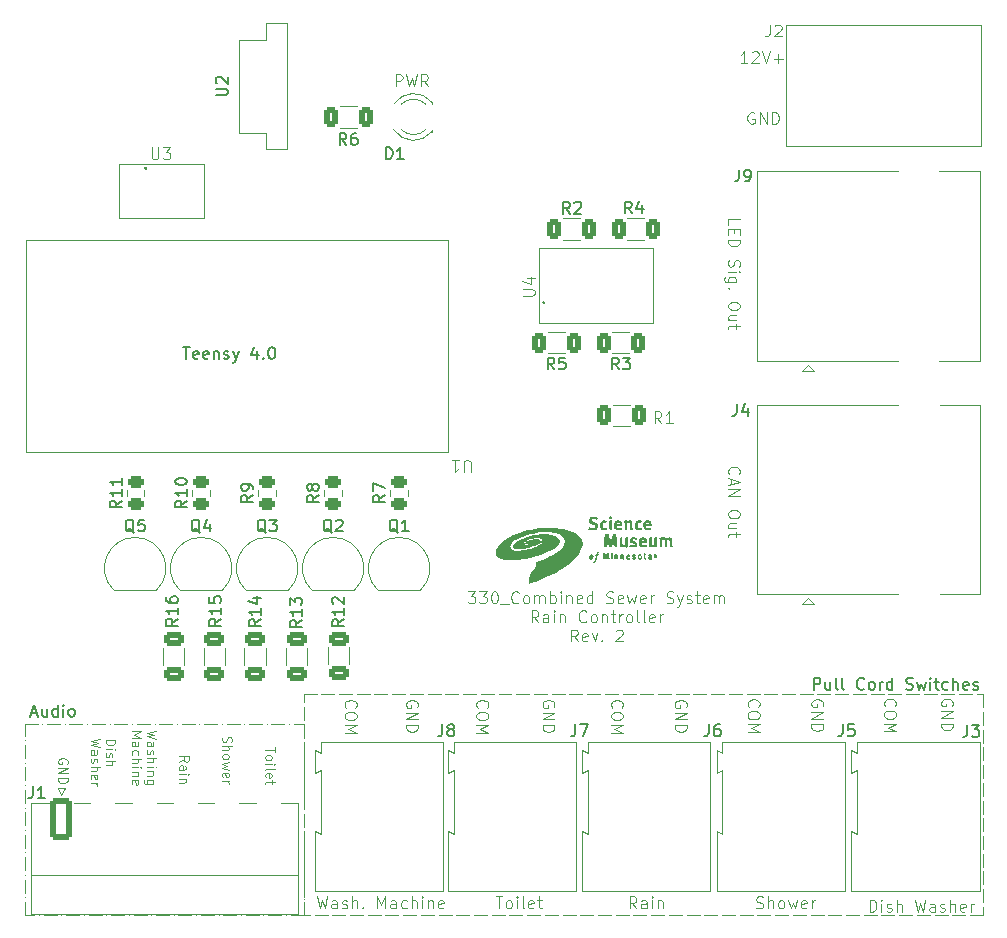
<source format=gto>
G04 #@! TF.GenerationSoftware,KiCad,Pcbnew,8.0.0*
G04 #@! TF.CreationDate,2024-10-15T09:50:15-05:00*
G04 #@! TF.ProjectId,Rain and Switches Control Board,5261696e-2061-46e6-9420-537769746368,rev?*
G04 #@! TF.SameCoordinates,Original*
G04 #@! TF.FileFunction,Legend,Top*
G04 #@! TF.FilePolarity,Positive*
%FSLAX46Y46*%
G04 Gerber Fmt 4.6, Leading zero omitted, Abs format (unit mm)*
G04 Created by KiCad (PCBNEW 8.0.0) date 2024-10-15 09:50:15*
%MOMM*%
%LPD*%
G01*
G04 APERTURE LIST*
G04 Aperture macros list*
%AMRoundRect*
0 Rectangle with rounded corners*
0 $1 Rounding radius*
0 $2 $3 $4 $5 $6 $7 $8 $9 X,Y pos of 4 corners*
0 Add a 4 corners polygon primitive as box body*
4,1,4,$2,$3,$4,$5,$6,$7,$8,$9,$2,$3,0*
0 Add four circle primitives for the rounded corners*
1,1,$1+$1,$2,$3*
1,1,$1+$1,$4,$5*
1,1,$1+$1,$6,$7*
1,1,$1+$1,$8,$9*
0 Add four rect primitives between the rounded corners*
20,1,$1+$1,$2,$3,$4,$5,0*
20,1,$1+$1,$4,$5,$6,$7,0*
20,1,$1+$1,$6,$7,$8,$9,0*
20,1,$1+$1,$8,$9,$2,$3,0*%
G04 Aperture macros list end*
%ADD10C,0.100000*%
%ADD11C,0.200000*%
%ADD12C,0.150000*%
%ADD13C,0.000000*%
%ADD14C,0.120000*%
%ADD15C,3.200000*%
%ADD16RoundRect,0.250000X0.450000X-0.262500X0.450000X0.262500X-0.450000X0.262500X-0.450000X-0.262500X0*%
%ADD17R,1.549400X0.609600*%
%ADD18RoundRect,0.250000X0.625000X-0.312500X0.625000X0.312500X-0.625000X0.312500X-0.625000X-0.312500X0*%
%ADD19R,1.300000X1.300000*%
%ADD20C,1.300000*%
%ADD21RoundRect,0.250000X-0.650000X-1.550000X0.650000X-1.550000X0.650000X1.550000X-0.650000X1.550000X0*%
%ADD22O,1.800000X3.600000*%
%ADD23R,1.800000X1.800000*%
%ADD24C,1.800000*%
%ADD25RoundRect,0.250000X0.312500X0.625000X-0.312500X0.625000X-0.312500X-0.625000X0.312500X-0.625000X0*%
%ADD26RoundRect,0.250000X-0.312500X-0.625000X0.312500X-0.625000X0.312500X0.625000X-0.312500X0.625000X0*%
%ADD27O,1.980000X3.960000*%
%ADD28R,1.980000X3.960000*%
%ADD29C,3.000000*%
%ADD30C,1.500000*%
%ADD31R,1.500000X1.500000*%
%ADD32C,3.250000*%
%ADD33O,3.000000X1.500000*%
%ADD34R,3.000000X1.500000*%
%ADD35R,0.508000X1.104900*%
%ADD36C,1.265000*%
G04 APERTURE END LIST*
D10*
X161079333Y-73236219D02*
X160746000Y-72760028D01*
X160507905Y-73236219D02*
X160507905Y-72236219D01*
X160507905Y-72236219D02*
X160888857Y-72236219D01*
X160888857Y-72236219D02*
X160984095Y-72283838D01*
X160984095Y-72283838D02*
X161031714Y-72331457D01*
X161031714Y-72331457D02*
X161079333Y-72426695D01*
X161079333Y-72426695D02*
X161079333Y-72569552D01*
X161079333Y-72569552D02*
X161031714Y-72664790D01*
X161031714Y-72664790D02*
X160984095Y-72712409D01*
X160984095Y-72712409D02*
X160888857Y-72760028D01*
X160888857Y-72760028D02*
X160507905Y-72760028D01*
X162031714Y-73236219D02*
X161460286Y-73236219D01*
X161746000Y-73236219D02*
X161746000Y-72236219D01*
X161746000Y-72236219D02*
X161650762Y-72379076D01*
X161650762Y-72379076D02*
X161555524Y-72474314D01*
X161555524Y-72474314D02*
X161460286Y-72521933D01*
D11*
X107743054Y-97785304D02*
X108219244Y-97785304D01*
X107647816Y-98071019D02*
X107981149Y-97071019D01*
X107981149Y-97071019D02*
X108314482Y-98071019D01*
X109076387Y-97404352D02*
X109076387Y-98071019D01*
X108647816Y-97404352D02*
X108647816Y-97928161D01*
X108647816Y-97928161D02*
X108695435Y-98023400D01*
X108695435Y-98023400D02*
X108790673Y-98071019D01*
X108790673Y-98071019D02*
X108933530Y-98071019D01*
X108933530Y-98071019D02*
X109028768Y-98023400D01*
X109028768Y-98023400D02*
X109076387Y-97975780D01*
X109981149Y-98071019D02*
X109981149Y-97071019D01*
X109981149Y-98023400D02*
X109885911Y-98071019D01*
X109885911Y-98071019D02*
X109695435Y-98071019D01*
X109695435Y-98071019D02*
X109600197Y-98023400D01*
X109600197Y-98023400D02*
X109552578Y-97975780D01*
X109552578Y-97975780D02*
X109504959Y-97880542D01*
X109504959Y-97880542D02*
X109504959Y-97594828D01*
X109504959Y-97594828D02*
X109552578Y-97499590D01*
X109552578Y-97499590D02*
X109600197Y-97451971D01*
X109600197Y-97451971D02*
X109695435Y-97404352D01*
X109695435Y-97404352D02*
X109885911Y-97404352D01*
X109885911Y-97404352D02*
X109981149Y-97451971D01*
X110457340Y-98071019D02*
X110457340Y-97404352D01*
X110457340Y-97071019D02*
X110409721Y-97118638D01*
X110409721Y-97118638D02*
X110457340Y-97166257D01*
X110457340Y-97166257D02*
X110504959Y-97118638D01*
X110504959Y-97118638D02*
X110457340Y-97071019D01*
X110457340Y-97071019D02*
X110457340Y-97166257D01*
X111076387Y-98071019D02*
X110981149Y-98023400D01*
X110981149Y-98023400D02*
X110933530Y-97975780D01*
X110933530Y-97975780D02*
X110885911Y-97880542D01*
X110885911Y-97880542D02*
X110885911Y-97594828D01*
X110885911Y-97594828D02*
X110933530Y-97499590D01*
X110933530Y-97499590D02*
X110981149Y-97451971D01*
X110981149Y-97451971D02*
X111076387Y-97404352D01*
X111076387Y-97404352D02*
X111219244Y-97404352D01*
X111219244Y-97404352D02*
X111314482Y-97451971D01*
X111314482Y-97451971D02*
X111362101Y-97499590D01*
X111362101Y-97499590D02*
X111409720Y-97594828D01*
X111409720Y-97594828D02*
X111409720Y-97880542D01*
X111409720Y-97880542D02*
X111362101Y-97975780D01*
X111362101Y-97975780D02*
X111314482Y-98023400D01*
X111314482Y-98023400D02*
X111219244Y-98071019D01*
X111219244Y-98071019D02*
X111076387Y-98071019D01*
D10*
X110773009Y-102051016D02*
X110811104Y-101974826D01*
X110811104Y-101974826D02*
X110811104Y-101860540D01*
X110811104Y-101860540D02*
X110773009Y-101746254D01*
X110773009Y-101746254D02*
X110696819Y-101670064D01*
X110696819Y-101670064D02*
X110620628Y-101631969D01*
X110620628Y-101631969D02*
X110468247Y-101593873D01*
X110468247Y-101593873D02*
X110353961Y-101593873D01*
X110353961Y-101593873D02*
X110201580Y-101631969D01*
X110201580Y-101631969D02*
X110125390Y-101670064D01*
X110125390Y-101670064D02*
X110049200Y-101746254D01*
X110049200Y-101746254D02*
X110011104Y-101860540D01*
X110011104Y-101860540D02*
X110011104Y-101936731D01*
X110011104Y-101936731D02*
X110049200Y-102051016D01*
X110049200Y-102051016D02*
X110087295Y-102089112D01*
X110087295Y-102089112D02*
X110353961Y-102089112D01*
X110353961Y-102089112D02*
X110353961Y-101936731D01*
X110011104Y-102431969D02*
X110811104Y-102431969D01*
X110811104Y-102431969D02*
X110011104Y-102889112D01*
X110011104Y-102889112D02*
X110811104Y-102889112D01*
X110011104Y-103270064D02*
X110811104Y-103270064D01*
X110811104Y-103270064D02*
X110811104Y-103460540D01*
X110811104Y-103460540D02*
X110773009Y-103574826D01*
X110773009Y-103574826D02*
X110696819Y-103651016D01*
X110696819Y-103651016D02*
X110620628Y-103689111D01*
X110620628Y-103689111D02*
X110468247Y-103727207D01*
X110468247Y-103727207D02*
X110353961Y-103727207D01*
X110353961Y-103727207D02*
X110201580Y-103689111D01*
X110201580Y-103689111D02*
X110125390Y-103651016D01*
X110125390Y-103651016D02*
X110049200Y-103574826D01*
X110049200Y-103574826D02*
X110011104Y-103460540D01*
X110011104Y-103460540D02*
X110011104Y-103270064D01*
X114061104Y-100029586D02*
X114861104Y-100029586D01*
X114861104Y-100029586D02*
X114861104Y-100220062D01*
X114861104Y-100220062D02*
X114823009Y-100334348D01*
X114823009Y-100334348D02*
X114746819Y-100410538D01*
X114746819Y-100410538D02*
X114670628Y-100448633D01*
X114670628Y-100448633D02*
X114518247Y-100486729D01*
X114518247Y-100486729D02*
X114403961Y-100486729D01*
X114403961Y-100486729D02*
X114251580Y-100448633D01*
X114251580Y-100448633D02*
X114175390Y-100410538D01*
X114175390Y-100410538D02*
X114099200Y-100334348D01*
X114099200Y-100334348D02*
X114061104Y-100220062D01*
X114061104Y-100220062D02*
X114061104Y-100029586D01*
X114061104Y-100829586D02*
X114594438Y-100829586D01*
X114861104Y-100829586D02*
X114823009Y-100791490D01*
X114823009Y-100791490D02*
X114784914Y-100829586D01*
X114784914Y-100829586D02*
X114823009Y-100867681D01*
X114823009Y-100867681D02*
X114861104Y-100829586D01*
X114861104Y-100829586D02*
X114784914Y-100829586D01*
X114099200Y-101172442D02*
X114061104Y-101248633D01*
X114061104Y-101248633D02*
X114061104Y-101401014D01*
X114061104Y-101401014D02*
X114099200Y-101477204D01*
X114099200Y-101477204D02*
X114175390Y-101515300D01*
X114175390Y-101515300D02*
X114213485Y-101515300D01*
X114213485Y-101515300D02*
X114289676Y-101477204D01*
X114289676Y-101477204D02*
X114327771Y-101401014D01*
X114327771Y-101401014D02*
X114327771Y-101286728D01*
X114327771Y-101286728D02*
X114365866Y-101210538D01*
X114365866Y-101210538D02*
X114442057Y-101172442D01*
X114442057Y-101172442D02*
X114480152Y-101172442D01*
X114480152Y-101172442D02*
X114556342Y-101210538D01*
X114556342Y-101210538D02*
X114594438Y-101286728D01*
X114594438Y-101286728D02*
X114594438Y-101401014D01*
X114594438Y-101401014D02*
X114556342Y-101477204D01*
X114061104Y-101858157D02*
X114861104Y-101858157D01*
X114061104Y-102201014D02*
X114480152Y-102201014D01*
X114480152Y-102201014D02*
X114556342Y-102162919D01*
X114556342Y-102162919D02*
X114594438Y-102086728D01*
X114594438Y-102086728D02*
X114594438Y-101972442D01*
X114594438Y-101972442D02*
X114556342Y-101896252D01*
X114556342Y-101896252D02*
X114518247Y-101858157D01*
X113573149Y-99953395D02*
X112773149Y-100143871D01*
X112773149Y-100143871D02*
X113344578Y-100296252D01*
X113344578Y-100296252D02*
X112773149Y-100448633D01*
X112773149Y-100448633D02*
X113573149Y-100639110D01*
X112773149Y-101286729D02*
X113192197Y-101286729D01*
X113192197Y-101286729D02*
X113268387Y-101248634D01*
X113268387Y-101248634D02*
X113306483Y-101172443D01*
X113306483Y-101172443D02*
X113306483Y-101020062D01*
X113306483Y-101020062D02*
X113268387Y-100943872D01*
X112811245Y-101286729D02*
X112773149Y-101210538D01*
X112773149Y-101210538D02*
X112773149Y-101020062D01*
X112773149Y-101020062D02*
X112811245Y-100943872D01*
X112811245Y-100943872D02*
X112887435Y-100905776D01*
X112887435Y-100905776D02*
X112963625Y-100905776D01*
X112963625Y-100905776D02*
X113039816Y-100943872D01*
X113039816Y-100943872D02*
X113077911Y-101020062D01*
X113077911Y-101020062D02*
X113077911Y-101210538D01*
X113077911Y-101210538D02*
X113116006Y-101286729D01*
X112811245Y-101629586D02*
X112773149Y-101705777D01*
X112773149Y-101705777D02*
X112773149Y-101858158D01*
X112773149Y-101858158D02*
X112811245Y-101934348D01*
X112811245Y-101934348D02*
X112887435Y-101972444D01*
X112887435Y-101972444D02*
X112925530Y-101972444D01*
X112925530Y-101972444D02*
X113001721Y-101934348D01*
X113001721Y-101934348D02*
X113039816Y-101858158D01*
X113039816Y-101858158D02*
X113039816Y-101743872D01*
X113039816Y-101743872D02*
X113077911Y-101667682D01*
X113077911Y-101667682D02*
X113154102Y-101629586D01*
X113154102Y-101629586D02*
X113192197Y-101629586D01*
X113192197Y-101629586D02*
X113268387Y-101667682D01*
X113268387Y-101667682D02*
X113306483Y-101743872D01*
X113306483Y-101743872D02*
X113306483Y-101858158D01*
X113306483Y-101858158D02*
X113268387Y-101934348D01*
X112773149Y-102315301D02*
X113573149Y-102315301D01*
X112773149Y-102658158D02*
X113192197Y-102658158D01*
X113192197Y-102658158D02*
X113268387Y-102620063D01*
X113268387Y-102620063D02*
X113306483Y-102543872D01*
X113306483Y-102543872D02*
X113306483Y-102429586D01*
X113306483Y-102429586D02*
X113268387Y-102353396D01*
X113268387Y-102353396D02*
X113230292Y-102315301D01*
X112811245Y-103343873D02*
X112773149Y-103267682D01*
X112773149Y-103267682D02*
X112773149Y-103115301D01*
X112773149Y-103115301D02*
X112811245Y-103039111D01*
X112811245Y-103039111D02*
X112887435Y-103001015D01*
X112887435Y-103001015D02*
X113192197Y-103001015D01*
X113192197Y-103001015D02*
X113268387Y-103039111D01*
X113268387Y-103039111D02*
X113306483Y-103115301D01*
X113306483Y-103115301D02*
X113306483Y-103267682D01*
X113306483Y-103267682D02*
X113268387Y-103343873D01*
X113268387Y-103343873D02*
X113192197Y-103381968D01*
X113192197Y-103381968D02*
X113116006Y-103381968D01*
X113116006Y-103381968D02*
X113039816Y-103001015D01*
X112773149Y-103724825D02*
X113306483Y-103724825D01*
X113154102Y-103724825D02*
X113230292Y-103762920D01*
X113230292Y-103762920D02*
X113268387Y-103801015D01*
X113268387Y-103801015D02*
X113306483Y-103877206D01*
X113306483Y-103877206D02*
X113306483Y-103953396D01*
X118336104Y-99255775D02*
X117536104Y-99446251D01*
X117536104Y-99446251D02*
X118107533Y-99598632D01*
X118107533Y-99598632D02*
X117536104Y-99751013D01*
X117536104Y-99751013D02*
X118336104Y-99941490D01*
X117536104Y-100589109D02*
X117955152Y-100589109D01*
X117955152Y-100589109D02*
X118031342Y-100551014D01*
X118031342Y-100551014D02*
X118069438Y-100474823D01*
X118069438Y-100474823D02*
X118069438Y-100322442D01*
X118069438Y-100322442D02*
X118031342Y-100246252D01*
X117574200Y-100589109D02*
X117536104Y-100512918D01*
X117536104Y-100512918D02*
X117536104Y-100322442D01*
X117536104Y-100322442D02*
X117574200Y-100246252D01*
X117574200Y-100246252D02*
X117650390Y-100208156D01*
X117650390Y-100208156D02*
X117726580Y-100208156D01*
X117726580Y-100208156D02*
X117802771Y-100246252D01*
X117802771Y-100246252D02*
X117840866Y-100322442D01*
X117840866Y-100322442D02*
X117840866Y-100512918D01*
X117840866Y-100512918D02*
X117878961Y-100589109D01*
X117574200Y-100931966D02*
X117536104Y-101008157D01*
X117536104Y-101008157D02*
X117536104Y-101160538D01*
X117536104Y-101160538D02*
X117574200Y-101236728D01*
X117574200Y-101236728D02*
X117650390Y-101274824D01*
X117650390Y-101274824D02*
X117688485Y-101274824D01*
X117688485Y-101274824D02*
X117764676Y-101236728D01*
X117764676Y-101236728D02*
X117802771Y-101160538D01*
X117802771Y-101160538D02*
X117802771Y-101046252D01*
X117802771Y-101046252D02*
X117840866Y-100970062D01*
X117840866Y-100970062D02*
X117917057Y-100931966D01*
X117917057Y-100931966D02*
X117955152Y-100931966D01*
X117955152Y-100931966D02*
X118031342Y-100970062D01*
X118031342Y-100970062D02*
X118069438Y-101046252D01*
X118069438Y-101046252D02*
X118069438Y-101160538D01*
X118069438Y-101160538D02*
X118031342Y-101236728D01*
X117536104Y-101617681D02*
X118336104Y-101617681D01*
X117536104Y-101960538D02*
X117955152Y-101960538D01*
X117955152Y-101960538D02*
X118031342Y-101922443D01*
X118031342Y-101922443D02*
X118069438Y-101846252D01*
X118069438Y-101846252D02*
X118069438Y-101731966D01*
X118069438Y-101731966D02*
X118031342Y-101655776D01*
X118031342Y-101655776D02*
X117993247Y-101617681D01*
X117536104Y-102341491D02*
X118069438Y-102341491D01*
X118336104Y-102341491D02*
X118298009Y-102303395D01*
X118298009Y-102303395D02*
X118259914Y-102341491D01*
X118259914Y-102341491D02*
X118298009Y-102379586D01*
X118298009Y-102379586D02*
X118336104Y-102341491D01*
X118336104Y-102341491D02*
X118259914Y-102341491D01*
X118069438Y-102722443D02*
X117536104Y-102722443D01*
X117993247Y-102722443D02*
X118031342Y-102760538D01*
X118031342Y-102760538D02*
X118069438Y-102836728D01*
X118069438Y-102836728D02*
X118069438Y-102951014D01*
X118069438Y-102951014D02*
X118031342Y-103027205D01*
X118031342Y-103027205D02*
X117955152Y-103065300D01*
X117955152Y-103065300D02*
X117536104Y-103065300D01*
X118069438Y-103789110D02*
X117421819Y-103789110D01*
X117421819Y-103789110D02*
X117345628Y-103751015D01*
X117345628Y-103751015D02*
X117307533Y-103712919D01*
X117307533Y-103712919D02*
X117269438Y-103636729D01*
X117269438Y-103636729D02*
X117269438Y-103522443D01*
X117269438Y-103522443D02*
X117307533Y-103446253D01*
X117574200Y-103789110D02*
X117536104Y-103712919D01*
X117536104Y-103712919D02*
X117536104Y-103560538D01*
X117536104Y-103560538D02*
X117574200Y-103484348D01*
X117574200Y-103484348D02*
X117612295Y-103446253D01*
X117612295Y-103446253D02*
X117688485Y-103408157D01*
X117688485Y-103408157D02*
X117917057Y-103408157D01*
X117917057Y-103408157D02*
X117993247Y-103446253D01*
X117993247Y-103446253D02*
X118031342Y-103484348D01*
X118031342Y-103484348D02*
X118069438Y-103560538D01*
X118069438Y-103560538D02*
X118069438Y-103712919D01*
X118069438Y-103712919D02*
X118031342Y-103789110D01*
X116248149Y-99331966D02*
X117048149Y-99331966D01*
X117048149Y-99331966D02*
X116476721Y-99598632D01*
X116476721Y-99598632D02*
X117048149Y-99865299D01*
X117048149Y-99865299D02*
X116248149Y-99865299D01*
X116248149Y-100589109D02*
X116667197Y-100589109D01*
X116667197Y-100589109D02*
X116743387Y-100551014D01*
X116743387Y-100551014D02*
X116781483Y-100474823D01*
X116781483Y-100474823D02*
X116781483Y-100322442D01*
X116781483Y-100322442D02*
X116743387Y-100246252D01*
X116286245Y-100589109D02*
X116248149Y-100512918D01*
X116248149Y-100512918D02*
X116248149Y-100322442D01*
X116248149Y-100322442D02*
X116286245Y-100246252D01*
X116286245Y-100246252D02*
X116362435Y-100208156D01*
X116362435Y-100208156D02*
X116438625Y-100208156D01*
X116438625Y-100208156D02*
X116514816Y-100246252D01*
X116514816Y-100246252D02*
X116552911Y-100322442D01*
X116552911Y-100322442D02*
X116552911Y-100512918D01*
X116552911Y-100512918D02*
X116591006Y-100589109D01*
X116286245Y-101312919D02*
X116248149Y-101236728D01*
X116248149Y-101236728D02*
X116248149Y-101084347D01*
X116248149Y-101084347D02*
X116286245Y-101008157D01*
X116286245Y-101008157D02*
X116324340Y-100970062D01*
X116324340Y-100970062D02*
X116400530Y-100931966D01*
X116400530Y-100931966D02*
X116629102Y-100931966D01*
X116629102Y-100931966D02*
X116705292Y-100970062D01*
X116705292Y-100970062D02*
X116743387Y-101008157D01*
X116743387Y-101008157D02*
X116781483Y-101084347D01*
X116781483Y-101084347D02*
X116781483Y-101236728D01*
X116781483Y-101236728D02*
X116743387Y-101312919D01*
X116248149Y-101655776D02*
X117048149Y-101655776D01*
X116248149Y-101998633D02*
X116667197Y-101998633D01*
X116667197Y-101998633D02*
X116743387Y-101960538D01*
X116743387Y-101960538D02*
X116781483Y-101884347D01*
X116781483Y-101884347D02*
X116781483Y-101770061D01*
X116781483Y-101770061D02*
X116743387Y-101693871D01*
X116743387Y-101693871D02*
X116705292Y-101655776D01*
X116248149Y-102379586D02*
X116781483Y-102379586D01*
X117048149Y-102379586D02*
X117010054Y-102341490D01*
X117010054Y-102341490D02*
X116971959Y-102379586D01*
X116971959Y-102379586D02*
X117010054Y-102417681D01*
X117010054Y-102417681D02*
X117048149Y-102379586D01*
X117048149Y-102379586D02*
X116971959Y-102379586D01*
X116781483Y-102760538D02*
X116248149Y-102760538D01*
X116705292Y-102760538D02*
X116743387Y-102798633D01*
X116743387Y-102798633D02*
X116781483Y-102874823D01*
X116781483Y-102874823D02*
X116781483Y-102989109D01*
X116781483Y-102989109D02*
X116743387Y-103065300D01*
X116743387Y-103065300D02*
X116667197Y-103103395D01*
X116667197Y-103103395D02*
X116248149Y-103103395D01*
X116286245Y-103789110D02*
X116248149Y-103712919D01*
X116248149Y-103712919D02*
X116248149Y-103560538D01*
X116248149Y-103560538D02*
X116286245Y-103484348D01*
X116286245Y-103484348D02*
X116362435Y-103446252D01*
X116362435Y-103446252D02*
X116667197Y-103446252D01*
X116667197Y-103446252D02*
X116743387Y-103484348D01*
X116743387Y-103484348D02*
X116781483Y-103560538D01*
X116781483Y-103560538D02*
X116781483Y-103712919D01*
X116781483Y-103712919D02*
X116743387Y-103789110D01*
X116743387Y-103789110D02*
X116667197Y-103827205D01*
X116667197Y-103827205D02*
X116591006Y-103827205D01*
X116591006Y-103827205D02*
X116514816Y-103446252D01*
X128361104Y-100654587D02*
X128361104Y-101111730D01*
X127561104Y-100883158D02*
X128361104Y-100883158D01*
X127561104Y-101492682D02*
X127599200Y-101416492D01*
X127599200Y-101416492D02*
X127637295Y-101378397D01*
X127637295Y-101378397D02*
X127713485Y-101340301D01*
X127713485Y-101340301D02*
X127942057Y-101340301D01*
X127942057Y-101340301D02*
X128018247Y-101378397D01*
X128018247Y-101378397D02*
X128056342Y-101416492D01*
X128056342Y-101416492D02*
X128094438Y-101492682D01*
X128094438Y-101492682D02*
X128094438Y-101606968D01*
X128094438Y-101606968D02*
X128056342Y-101683159D01*
X128056342Y-101683159D02*
X128018247Y-101721254D01*
X128018247Y-101721254D02*
X127942057Y-101759349D01*
X127942057Y-101759349D02*
X127713485Y-101759349D01*
X127713485Y-101759349D02*
X127637295Y-101721254D01*
X127637295Y-101721254D02*
X127599200Y-101683159D01*
X127599200Y-101683159D02*
X127561104Y-101606968D01*
X127561104Y-101606968D02*
X127561104Y-101492682D01*
X127561104Y-102102207D02*
X128094438Y-102102207D01*
X128361104Y-102102207D02*
X128323009Y-102064111D01*
X128323009Y-102064111D02*
X128284914Y-102102207D01*
X128284914Y-102102207D02*
X128323009Y-102140302D01*
X128323009Y-102140302D02*
X128361104Y-102102207D01*
X128361104Y-102102207D02*
X128284914Y-102102207D01*
X127561104Y-102597444D02*
X127599200Y-102521254D01*
X127599200Y-102521254D02*
X127675390Y-102483159D01*
X127675390Y-102483159D02*
X128361104Y-102483159D01*
X127599200Y-103206969D02*
X127561104Y-103130778D01*
X127561104Y-103130778D02*
X127561104Y-102978397D01*
X127561104Y-102978397D02*
X127599200Y-102902207D01*
X127599200Y-102902207D02*
X127675390Y-102864111D01*
X127675390Y-102864111D02*
X127980152Y-102864111D01*
X127980152Y-102864111D02*
X128056342Y-102902207D01*
X128056342Y-102902207D02*
X128094438Y-102978397D01*
X128094438Y-102978397D02*
X128094438Y-103130778D01*
X128094438Y-103130778D02*
X128056342Y-103206969D01*
X128056342Y-103206969D02*
X127980152Y-103245064D01*
X127980152Y-103245064D02*
X127903961Y-103245064D01*
X127903961Y-103245064D02*
X127827771Y-102864111D01*
X128094438Y-103473635D02*
X128094438Y-103778397D01*
X128361104Y-103587921D02*
X127675390Y-103587921D01*
X127675390Y-103587921D02*
X127599200Y-103626016D01*
X127599200Y-103626016D02*
X127561104Y-103702206D01*
X127561104Y-103702206D02*
X127561104Y-103778397D01*
X123949200Y-99778397D02*
X123911104Y-99892683D01*
X123911104Y-99892683D02*
X123911104Y-100083159D01*
X123911104Y-100083159D02*
X123949200Y-100159350D01*
X123949200Y-100159350D02*
X123987295Y-100197445D01*
X123987295Y-100197445D02*
X124063485Y-100235540D01*
X124063485Y-100235540D02*
X124139676Y-100235540D01*
X124139676Y-100235540D02*
X124215866Y-100197445D01*
X124215866Y-100197445D02*
X124253961Y-100159350D01*
X124253961Y-100159350D02*
X124292057Y-100083159D01*
X124292057Y-100083159D02*
X124330152Y-99930778D01*
X124330152Y-99930778D02*
X124368247Y-99854588D01*
X124368247Y-99854588D02*
X124406342Y-99816493D01*
X124406342Y-99816493D02*
X124482533Y-99778397D01*
X124482533Y-99778397D02*
X124558723Y-99778397D01*
X124558723Y-99778397D02*
X124634914Y-99816493D01*
X124634914Y-99816493D02*
X124673009Y-99854588D01*
X124673009Y-99854588D02*
X124711104Y-99930778D01*
X124711104Y-99930778D02*
X124711104Y-100121255D01*
X124711104Y-100121255D02*
X124673009Y-100235540D01*
X123911104Y-100578398D02*
X124711104Y-100578398D01*
X123911104Y-100921255D02*
X124330152Y-100921255D01*
X124330152Y-100921255D02*
X124406342Y-100883160D01*
X124406342Y-100883160D02*
X124444438Y-100806969D01*
X124444438Y-100806969D02*
X124444438Y-100692683D01*
X124444438Y-100692683D02*
X124406342Y-100616493D01*
X124406342Y-100616493D02*
X124368247Y-100578398D01*
X123911104Y-101416493D02*
X123949200Y-101340303D01*
X123949200Y-101340303D02*
X123987295Y-101302208D01*
X123987295Y-101302208D02*
X124063485Y-101264112D01*
X124063485Y-101264112D02*
X124292057Y-101264112D01*
X124292057Y-101264112D02*
X124368247Y-101302208D01*
X124368247Y-101302208D02*
X124406342Y-101340303D01*
X124406342Y-101340303D02*
X124444438Y-101416493D01*
X124444438Y-101416493D02*
X124444438Y-101530779D01*
X124444438Y-101530779D02*
X124406342Y-101606970D01*
X124406342Y-101606970D02*
X124368247Y-101645065D01*
X124368247Y-101645065D02*
X124292057Y-101683160D01*
X124292057Y-101683160D02*
X124063485Y-101683160D01*
X124063485Y-101683160D02*
X123987295Y-101645065D01*
X123987295Y-101645065D02*
X123949200Y-101606970D01*
X123949200Y-101606970D02*
X123911104Y-101530779D01*
X123911104Y-101530779D02*
X123911104Y-101416493D01*
X124444438Y-101949827D02*
X123911104Y-102102208D01*
X123911104Y-102102208D02*
X124292057Y-102254589D01*
X124292057Y-102254589D02*
X123911104Y-102406970D01*
X123911104Y-102406970D02*
X124444438Y-102559351D01*
X123949200Y-103168875D02*
X123911104Y-103092684D01*
X123911104Y-103092684D02*
X123911104Y-102940303D01*
X123911104Y-102940303D02*
X123949200Y-102864113D01*
X123949200Y-102864113D02*
X124025390Y-102826017D01*
X124025390Y-102826017D02*
X124330152Y-102826017D01*
X124330152Y-102826017D02*
X124406342Y-102864113D01*
X124406342Y-102864113D02*
X124444438Y-102940303D01*
X124444438Y-102940303D02*
X124444438Y-103092684D01*
X124444438Y-103092684D02*
X124406342Y-103168875D01*
X124406342Y-103168875D02*
X124330152Y-103206970D01*
X124330152Y-103206970D02*
X124253961Y-103206970D01*
X124253961Y-103206970D02*
X124177771Y-102826017D01*
X123911104Y-103549827D02*
X124444438Y-103549827D01*
X124292057Y-103549827D02*
X124368247Y-103587922D01*
X124368247Y-103587922D02*
X124406342Y-103626017D01*
X124406342Y-103626017D02*
X124444438Y-103702208D01*
X124444438Y-103702208D02*
X124444438Y-103778398D01*
X120286104Y-101898636D02*
X120667057Y-101631969D01*
X120286104Y-101441493D02*
X121086104Y-101441493D01*
X121086104Y-101441493D02*
X121086104Y-101746255D01*
X121086104Y-101746255D02*
X121048009Y-101822445D01*
X121048009Y-101822445D02*
X121009914Y-101860540D01*
X121009914Y-101860540D02*
X120933723Y-101898636D01*
X120933723Y-101898636D02*
X120819438Y-101898636D01*
X120819438Y-101898636D02*
X120743247Y-101860540D01*
X120743247Y-101860540D02*
X120705152Y-101822445D01*
X120705152Y-101822445D02*
X120667057Y-101746255D01*
X120667057Y-101746255D02*
X120667057Y-101441493D01*
X120286104Y-102584350D02*
X120705152Y-102584350D01*
X120705152Y-102584350D02*
X120781342Y-102546255D01*
X120781342Y-102546255D02*
X120819438Y-102470064D01*
X120819438Y-102470064D02*
X120819438Y-102317683D01*
X120819438Y-102317683D02*
X120781342Y-102241493D01*
X120324200Y-102584350D02*
X120286104Y-102508159D01*
X120286104Y-102508159D02*
X120286104Y-102317683D01*
X120286104Y-102317683D02*
X120324200Y-102241493D01*
X120324200Y-102241493D02*
X120400390Y-102203397D01*
X120400390Y-102203397D02*
X120476580Y-102203397D01*
X120476580Y-102203397D02*
X120552771Y-102241493D01*
X120552771Y-102241493D02*
X120590866Y-102317683D01*
X120590866Y-102317683D02*
X120590866Y-102508159D01*
X120590866Y-102508159D02*
X120628961Y-102584350D01*
X120286104Y-102965303D02*
X120819438Y-102965303D01*
X121086104Y-102965303D02*
X121048009Y-102927207D01*
X121048009Y-102927207D02*
X121009914Y-102965303D01*
X121009914Y-102965303D02*
X121048009Y-103003398D01*
X121048009Y-103003398D02*
X121086104Y-102965303D01*
X121086104Y-102965303D02*
X121009914Y-102965303D01*
X120819438Y-103346255D02*
X120286104Y-103346255D01*
X120743247Y-103346255D02*
X120781342Y-103384350D01*
X120781342Y-103384350D02*
X120819438Y-103460540D01*
X120819438Y-103460540D02*
X120819438Y-103574826D01*
X120819438Y-103574826D02*
X120781342Y-103651017D01*
X120781342Y-103651017D02*
X120705152Y-103689112D01*
X120705152Y-103689112D02*
X120286104Y-103689112D01*
D11*
X173965673Y-95796019D02*
X173965673Y-94796019D01*
X173965673Y-94796019D02*
X174346625Y-94796019D01*
X174346625Y-94796019D02*
X174441863Y-94843638D01*
X174441863Y-94843638D02*
X174489482Y-94891257D01*
X174489482Y-94891257D02*
X174537101Y-94986495D01*
X174537101Y-94986495D02*
X174537101Y-95129352D01*
X174537101Y-95129352D02*
X174489482Y-95224590D01*
X174489482Y-95224590D02*
X174441863Y-95272209D01*
X174441863Y-95272209D02*
X174346625Y-95319828D01*
X174346625Y-95319828D02*
X173965673Y-95319828D01*
X175394244Y-95129352D02*
X175394244Y-95796019D01*
X174965673Y-95129352D02*
X174965673Y-95653161D01*
X174965673Y-95653161D02*
X175013292Y-95748400D01*
X175013292Y-95748400D02*
X175108530Y-95796019D01*
X175108530Y-95796019D02*
X175251387Y-95796019D01*
X175251387Y-95796019D02*
X175346625Y-95748400D01*
X175346625Y-95748400D02*
X175394244Y-95700780D01*
X176013292Y-95796019D02*
X175918054Y-95748400D01*
X175918054Y-95748400D02*
X175870435Y-95653161D01*
X175870435Y-95653161D02*
X175870435Y-94796019D01*
X176537102Y-95796019D02*
X176441864Y-95748400D01*
X176441864Y-95748400D02*
X176394245Y-95653161D01*
X176394245Y-95653161D02*
X176394245Y-94796019D01*
X178251388Y-95700780D02*
X178203769Y-95748400D01*
X178203769Y-95748400D02*
X178060912Y-95796019D01*
X178060912Y-95796019D02*
X177965674Y-95796019D01*
X177965674Y-95796019D02*
X177822817Y-95748400D01*
X177822817Y-95748400D02*
X177727579Y-95653161D01*
X177727579Y-95653161D02*
X177679960Y-95557923D01*
X177679960Y-95557923D02*
X177632341Y-95367447D01*
X177632341Y-95367447D02*
X177632341Y-95224590D01*
X177632341Y-95224590D02*
X177679960Y-95034114D01*
X177679960Y-95034114D02*
X177727579Y-94938876D01*
X177727579Y-94938876D02*
X177822817Y-94843638D01*
X177822817Y-94843638D02*
X177965674Y-94796019D01*
X177965674Y-94796019D02*
X178060912Y-94796019D01*
X178060912Y-94796019D02*
X178203769Y-94843638D01*
X178203769Y-94843638D02*
X178251388Y-94891257D01*
X178822817Y-95796019D02*
X178727579Y-95748400D01*
X178727579Y-95748400D02*
X178679960Y-95700780D01*
X178679960Y-95700780D02*
X178632341Y-95605542D01*
X178632341Y-95605542D02*
X178632341Y-95319828D01*
X178632341Y-95319828D02*
X178679960Y-95224590D01*
X178679960Y-95224590D02*
X178727579Y-95176971D01*
X178727579Y-95176971D02*
X178822817Y-95129352D01*
X178822817Y-95129352D02*
X178965674Y-95129352D01*
X178965674Y-95129352D02*
X179060912Y-95176971D01*
X179060912Y-95176971D02*
X179108531Y-95224590D01*
X179108531Y-95224590D02*
X179156150Y-95319828D01*
X179156150Y-95319828D02*
X179156150Y-95605542D01*
X179156150Y-95605542D02*
X179108531Y-95700780D01*
X179108531Y-95700780D02*
X179060912Y-95748400D01*
X179060912Y-95748400D02*
X178965674Y-95796019D01*
X178965674Y-95796019D02*
X178822817Y-95796019D01*
X179584722Y-95796019D02*
X179584722Y-95129352D01*
X179584722Y-95319828D02*
X179632341Y-95224590D01*
X179632341Y-95224590D02*
X179679960Y-95176971D01*
X179679960Y-95176971D02*
X179775198Y-95129352D01*
X179775198Y-95129352D02*
X179870436Y-95129352D01*
X180632341Y-95796019D02*
X180632341Y-94796019D01*
X180632341Y-95748400D02*
X180537103Y-95796019D01*
X180537103Y-95796019D02*
X180346627Y-95796019D01*
X180346627Y-95796019D02*
X180251389Y-95748400D01*
X180251389Y-95748400D02*
X180203770Y-95700780D01*
X180203770Y-95700780D02*
X180156151Y-95605542D01*
X180156151Y-95605542D02*
X180156151Y-95319828D01*
X180156151Y-95319828D02*
X180203770Y-95224590D01*
X180203770Y-95224590D02*
X180251389Y-95176971D01*
X180251389Y-95176971D02*
X180346627Y-95129352D01*
X180346627Y-95129352D02*
X180537103Y-95129352D01*
X180537103Y-95129352D02*
X180632341Y-95176971D01*
X181822818Y-95748400D02*
X181965675Y-95796019D01*
X181965675Y-95796019D02*
X182203770Y-95796019D01*
X182203770Y-95796019D02*
X182299008Y-95748400D01*
X182299008Y-95748400D02*
X182346627Y-95700780D01*
X182346627Y-95700780D02*
X182394246Y-95605542D01*
X182394246Y-95605542D02*
X182394246Y-95510304D01*
X182394246Y-95510304D02*
X182346627Y-95415066D01*
X182346627Y-95415066D02*
X182299008Y-95367447D01*
X182299008Y-95367447D02*
X182203770Y-95319828D01*
X182203770Y-95319828D02*
X182013294Y-95272209D01*
X182013294Y-95272209D02*
X181918056Y-95224590D01*
X181918056Y-95224590D02*
X181870437Y-95176971D01*
X181870437Y-95176971D02*
X181822818Y-95081733D01*
X181822818Y-95081733D02*
X181822818Y-94986495D01*
X181822818Y-94986495D02*
X181870437Y-94891257D01*
X181870437Y-94891257D02*
X181918056Y-94843638D01*
X181918056Y-94843638D02*
X182013294Y-94796019D01*
X182013294Y-94796019D02*
X182251389Y-94796019D01*
X182251389Y-94796019D02*
X182394246Y-94843638D01*
X182727580Y-95129352D02*
X182918056Y-95796019D01*
X182918056Y-95796019D02*
X183108532Y-95319828D01*
X183108532Y-95319828D02*
X183299008Y-95796019D01*
X183299008Y-95796019D02*
X183489484Y-95129352D01*
X183870437Y-95796019D02*
X183870437Y-95129352D01*
X183870437Y-94796019D02*
X183822818Y-94843638D01*
X183822818Y-94843638D02*
X183870437Y-94891257D01*
X183870437Y-94891257D02*
X183918056Y-94843638D01*
X183918056Y-94843638D02*
X183870437Y-94796019D01*
X183870437Y-94796019D02*
X183870437Y-94891257D01*
X184203770Y-95129352D02*
X184584722Y-95129352D01*
X184346627Y-94796019D02*
X184346627Y-95653161D01*
X184346627Y-95653161D02*
X184394246Y-95748400D01*
X184394246Y-95748400D02*
X184489484Y-95796019D01*
X184489484Y-95796019D02*
X184584722Y-95796019D01*
X185346627Y-95748400D02*
X185251389Y-95796019D01*
X185251389Y-95796019D02*
X185060913Y-95796019D01*
X185060913Y-95796019D02*
X184965675Y-95748400D01*
X184965675Y-95748400D02*
X184918056Y-95700780D01*
X184918056Y-95700780D02*
X184870437Y-95605542D01*
X184870437Y-95605542D02*
X184870437Y-95319828D01*
X184870437Y-95319828D02*
X184918056Y-95224590D01*
X184918056Y-95224590D02*
X184965675Y-95176971D01*
X184965675Y-95176971D02*
X185060913Y-95129352D01*
X185060913Y-95129352D02*
X185251389Y-95129352D01*
X185251389Y-95129352D02*
X185346627Y-95176971D01*
X185775199Y-95796019D02*
X185775199Y-94796019D01*
X186203770Y-95796019D02*
X186203770Y-95272209D01*
X186203770Y-95272209D02*
X186156151Y-95176971D01*
X186156151Y-95176971D02*
X186060913Y-95129352D01*
X186060913Y-95129352D02*
X185918056Y-95129352D01*
X185918056Y-95129352D02*
X185822818Y-95176971D01*
X185822818Y-95176971D02*
X185775199Y-95224590D01*
X187060913Y-95748400D02*
X186965675Y-95796019D01*
X186965675Y-95796019D02*
X186775199Y-95796019D01*
X186775199Y-95796019D02*
X186679961Y-95748400D01*
X186679961Y-95748400D02*
X186632342Y-95653161D01*
X186632342Y-95653161D02*
X186632342Y-95272209D01*
X186632342Y-95272209D02*
X186679961Y-95176971D01*
X186679961Y-95176971D02*
X186775199Y-95129352D01*
X186775199Y-95129352D02*
X186965675Y-95129352D01*
X186965675Y-95129352D02*
X187060913Y-95176971D01*
X187060913Y-95176971D02*
X187108532Y-95272209D01*
X187108532Y-95272209D02*
X187108532Y-95367447D01*
X187108532Y-95367447D02*
X186632342Y-95462685D01*
X187489485Y-95748400D02*
X187584723Y-95796019D01*
X187584723Y-95796019D02*
X187775199Y-95796019D01*
X187775199Y-95796019D02*
X187870437Y-95748400D01*
X187870437Y-95748400D02*
X187918056Y-95653161D01*
X187918056Y-95653161D02*
X187918056Y-95605542D01*
X187918056Y-95605542D02*
X187870437Y-95510304D01*
X187870437Y-95510304D02*
X187775199Y-95462685D01*
X187775199Y-95462685D02*
X187632342Y-95462685D01*
X187632342Y-95462685D02*
X187537104Y-95415066D01*
X187537104Y-95415066D02*
X187489485Y-95319828D01*
X187489485Y-95319828D02*
X187489485Y-95272209D01*
X187489485Y-95272209D02*
X187537104Y-95176971D01*
X187537104Y-95176971D02*
X187632342Y-95129352D01*
X187632342Y-95129352D02*
X187775199Y-95129352D01*
X187775199Y-95129352D02*
X187870437Y-95176971D01*
D10*
X107171000Y-98703800D02*
X108271000Y-98703800D01*
X108671000Y-98703800D02*
X108671000Y-98703800D01*
X109071000Y-98703800D02*
X110171000Y-98703800D01*
X110571000Y-98703800D02*
X110571000Y-98703800D01*
X110971000Y-98703800D02*
X112071000Y-98703800D01*
X112471000Y-98703800D02*
X112471000Y-98703800D01*
X112871000Y-98703800D02*
X113971000Y-98703800D01*
X114371000Y-98703800D02*
X114371000Y-98703800D01*
X114771000Y-98703800D02*
X115871000Y-98703800D01*
X116271000Y-98703800D02*
X116271000Y-98703800D01*
X116671000Y-98703800D02*
X117771000Y-98703800D01*
X118171000Y-98703800D02*
X118171000Y-98703800D01*
X118571000Y-98703800D02*
X119671000Y-98703800D01*
X120071000Y-98703800D02*
X120071000Y-98703800D01*
X120471000Y-98703800D02*
X121571000Y-98703800D01*
X121971000Y-98703800D02*
X121971000Y-98703800D01*
X122371000Y-98703800D02*
X123471000Y-98703800D01*
X123871000Y-98703800D02*
X123871000Y-98703800D01*
X124271000Y-98703800D02*
X125371000Y-98703800D01*
X125771000Y-98703800D02*
X125771000Y-98703800D01*
X126171000Y-98703800D02*
X127271000Y-98703800D01*
X127671000Y-98703800D02*
X127671000Y-98703800D01*
X128071000Y-98703800D02*
X129171000Y-98703800D01*
X129571000Y-98703800D02*
X129571000Y-98703800D01*
X129971000Y-98703800D02*
X130796000Y-98703800D01*
X130796000Y-98703800D02*
X130796000Y-99803800D01*
X130796000Y-100203800D02*
X130796000Y-100203800D01*
X130796000Y-100603800D02*
X130796000Y-101703800D01*
X130796000Y-102103800D02*
X130796000Y-102103800D01*
X130796000Y-102503800D02*
X130796000Y-103603800D01*
X130796000Y-104003800D02*
X130796000Y-104003800D01*
X130796000Y-104403800D02*
X130796000Y-105503800D01*
X130796000Y-105903800D02*
X130796000Y-105903800D01*
X130796000Y-106303800D02*
X130796000Y-107403800D01*
X130796000Y-107803800D02*
X130796000Y-107803800D01*
X130796000Y-108203800D02*
X130796000Y-109303800D01*
X130796000Y-109703800D02*
X130796000Y-109703800D01*
X130796000Y-110103800D02*
X130796000Y-111203800D01*
X130796000Y-111603800D02*
X130796000Y-111603800D01*
X130796000Y-112003800D02*
X130796000Y-113103800D01*
X130796000Y-113503800D02*
X130796000Y-113503800D01*
X130796000Y-113903800D02*
X130796000Y-114878800D01*
X130796000Y-114878800D02*
X129696000Y-114878800D01*
X129296000Y-114878800D02*
X129296000Y-114878800D01*
X128896000Y-114878800D02*
X127796000Y-114878800D01*
X127396000Y-114878800D02*
X127396000Y-114878800D01*
X126996000Y-114878800D02*
X125896000Y-114878800D01*
X125496000Y-114878800D02*
X125496000Y-114878800D01*
X125096000Y-114878800D02*
X123996000Y-114878800D01*
X123596000Y-114878800D02*
X123596000Y-114878800D01*
X123196000Y-114878800D02*
X122096000Y-114878800D01*
X121696000Y-114878800D02*
X121696000Y-114878800D01*
X121296000Y-114878800D02*
X120196000Y-114878800D01*
X119796000Y-114878800D02*
X119796000Y-114878800D01*
X119396000Y-114878800D02*
X118296000Y-114878800D01*
X117896000Y-114878800D02*
X117896000Y-114878800D01*
X117496000Y-114878800D02*
X116396000Y-114878800D01*
X115996000Y-114878800D02*
X115996000Y-114878800D01*
X115596000Y-114878800D02*
X114496000Y-114878800D01*
X114096000Y-114878800D02*
X114096000Y-114878800D01*
X113696000Y-114878800D02*
X112596000Y-114878800D01*
X112196000Y-114878800D02*
X112196000Y-114878800D01*
X111796000Y-114878800D02*
X110696000Y-114878800D01*
X110296000Y-114878800D02*
X110296000Y-114878800D01*
X109896000Y-114878800D02*
X108796000Y-114878800D01*
X108396000Y-114878800D02*
X108396000Y-114878800D01*
X107996000Y-114878800D02*
X107171000Y-114878800D01*
X107171000Y-114878800D02*
X107171000Y-113778800D01*
X107171000Y-113378800D02*
X107171000Y-113378800D01*
X107171000Y-112978800D02*
X107171000Y-111878800D01*
X107171000Y-111478800D02*
X107171000Y-111478800D01*
X107171000Y-111078800D02*
X107171000Y-109978800D01*
X107171000Y-109578800D02*
X107171000Y-109578800D01*
X107171000Y-109178800D02*
X107171000Y-108078800D01*
X107171000Y-107678800D02*
X107171000Y-107678800D01*
X107171000Y-107278800D02*
X107171000Y-106178800D01*
X107171000Y-105778800D02*
X107171000Y-105778800D01*
X107171000Y-105378800D02*
X107171000Y-104278800D01*
X107171000Y-103878800D02*
X107171000Y-103878800D01*
X107171000Y-103478800D02*
X107171000Y-102378800D01*
X107171000Y-101978800D02*
X107171000Y-101978800D01*
X107171000Y-101578800D02*
X107171000Y-100478800D01*
X107171000Y-100078800D02*
X107171000Y-100078800D01*
X107171000Y-99678800D02*
X107171000Y-98703800D01*
X130796000Y-96178800D02*
X131896000Y-96178800D01*
X132296000Y-96178800D02*
X133396000Y-96178800D01*
X133796000Y-96178800D02*
X134896000Y-96178800D01*
X135296000Y-96178800D02*
X136396000Y-96178800D01*
X136796000Y-96178800D02*
X137896000Y-96178800D01*
X138296000Y-96178800D02*
X139396000Y-96178800D01*
X139796000Y-96178800D02*
X140896000Y-96178800D01*
X141296000Y-96178800D02*
X142396000Y-96178800D01*
X142796000Y-96178800D02*
X143896000Y-96178800D01*
X144296000Y-96178800D02*
X145396000Y-96178800D01*
X145796000Y-96178800D02*
X146896000Y-96178800D01*
X147296000Y-96178800D02*
X148396000Y-96178800D01*
X148796000Y-96178800D02*
X149896000Y-96178800D01*
X150296000Y-96178800D02*
X151396000Y-96178800D01*
X151796000Y-96178800D02*
X152896000Y-96178800D01*
X153296000Y-96178800D02*
X154396000Y-96178800D01*
X154796000Y-96178800D02*
X155896000Y-96178800D01*
X156296000Y-96178800D02*
X157396000Y-96178800D01*
X157796000Y-96178800D02*
X158896000Y-96178800D01*
X159296000Y-96178800D02*
X160396000Y-96178800D01*
X160796000Y-96178800D02*
X161896000Y-96178800D01*
X162296000Y-96178800D02*
X163396000Y-96178800D01*
X163796000Y-96178800D02*
X164896000Y-96178800D01*
X165296000Y-96178800D02*
X166396000Y-96178800D01*
X166796000Y-96178800D02*
X167896000Y-96178800D01*
X168296000Y-96178800D02*
X169396000Y-96178800D01*
X169796000Y-96178800D02*
X170896000Y-96178800D01*
X171296000Y-96178800D02*
X172396000Y-96178800D01*
X172796000Y-96178800D02*
X173896000Y-96178800D01*
X174296000Y-96178800D02*
X175396000Y-96178800D01*
X175796000Y-96178800D02*
X176896000Y-96178800D01*
X177296000Y-96178800D02*
X178396000Y-96178800D01*
X178796000Y-96178800D02*
X179896000Y-96178800D01*
X180296000Y-96178800D02*
X181396000Y-96178800D01*
X181796000Y-96178800D02*
X182896000Y-96178800D01*
X183296000Y-96178800D02*
X184396000Y-96178800D01*
X184796000Y-96178800D02*
X185896000Y-96178800D01*
X186296000Y-96178800D02*
X187396000Y-96178800D01*
X187796000Y-96178800D02*
X188321000Y-96178800D01*
X188321000Y-96178800D02*
X188321000Y-97278800D01*
X188321000Y-97678800D02*
X188321000Y-98778800D01*
X188321000Y-99178800D02*
X188321000Y-100278800D01*
X188321000Y-100678800D02*
X188321000Y-101778800D01*
X188321000Y-102178800D02*
X188321000Y-103278800D01*
X188321000Y-103678800D02*
X188321000Y-104778800D01*
X188321000Y-105178800D02*
X188321000Y-106278800D01*
X188321000Y-106678800D02*
X188321000Y-107778800D01*
X188321000Y-108178800D02*
X188321000Y-109278800D01*
X188321000Y-109678800D02*
X188321000Y-110778800D01*
X188321000Y-111178800D02*
X188321000Y-112278800D01*
X188321000Y-112678800D02*
X188321000Y-113778800D01*
X188321000Y-114178800D02*
X188321000Y-114878800D01*
X188321000Y-114878800D02*
X187221000Y-114878800D01*
X186821000Y-114878800D02*
X185721000Y-114878800D01*
X185321000Y-114878800D02*
X184221000Y-114878800D01*
X183821000Y-114878800D02*
X182721000Y-114878800D01*
X182321000Y-114878800D02*
X181221000Y-114878800D01*
X180821000Y-114878800D02*
X179721000Y-114878800D01*
X179321000Y-114878800D02*
X178221000Y-114878800D01*
X177821000Y-114878800D02*
X176721000Y-114878800D01*
X176321000Y-114878800D02*
X175221000Y-114878800D01*
X174821000Y-114878800D02*
X173721000Y-114878800D01*
X173321000Y-114878800D02*
X172221000Y-114878800D01*
X171821000Y-114878800D02*
X170721000Y-114878800D01*
X170321000Y-114878800D02*
X169221000Y-114878800D01*
X168821000Y-114878800D02*
X167721000Y-114878800D01*
X167321000Y-114878800D02*
X166221000Y-114878800D01*
X165821000Y-114878800D02*
X164721000Y-114878800D01*
X164321000Y-114878800D02*
X163221000Y-114878800D01*
X162821000Y-114878800D02*
X161721000Y-114878800D01*
X161321000Y-114878800D02*
X160221000Y-114878800D01*
X159821000Y-114878800D02*
X158721000Y-114878800D01*
X158321000Y-114878800D02*
X157221000Y-114878800D01*
X156821000Y-114878800D02*
X155721000Y-114878800D01*
X155321000Y-114878800D02*
X154221000Y-114878800D01*
X153821000Y-114878800D02*
X152721000Y-114878800D01*
X152321000Y-114878800D02*
X151221000Y-114878800D01*
X150821000Y-114878800D02*
X149721000Y-114878800D01*
X149321000Y-114878800D02*
X148221000Y-114878800D01*
X147821000Y-114878800D02*
X146721000Y-114878800D01*
X146321000Y-114878800D02*
X145221000Y-114878800D01*
X144821000Y-114878800D02*
X143721000Y-114878800D01*
X143321000Y-114878800D02*
X142221000Y-114878800D01*
X141821000Y-114878800D02*
X140721000Y-114878800D01*
X140321000Y-114878800D02*
X139221000Y-114878800D01*
X138821000Y-114878800D02*
X137721000Y-114878800D01*
X137321000Y-114878800D02*
X136221000Y-114878800D01*
X135821000Y-114878800D02*
X134721000Y-114878800D01*
X134321000Y-114878800D02*
X133221000Y-114878800D01*
X132821000Y-114878800D02*
X131721000Y-114878800D01*
X131321000Y-114878800D02*
X130796000Y-114878800D01*
X130796000Y-114878800D02*
X130796000Y-113778800D01*
X130796000Y-113378800D02*
X130796000Y-112278800D01*
X130796000Y-111878800D02*
X130796000Y-110778800D01*
X130796000Y-110378800D02*
X130796000Y-109278800D01*
X130796000Y-108878800D02*
X130796000Y-107778800D01*
X130796000Y-107378800D02*
X130796000Y-106278800D01*
X130796000Y-105878800D02*
X130796000Y-104778800D01*
X130796000Y-104378800D02*
X130796000Y-103278800D01*
X130796000Y-102878800D02*
X130796000Y-101778800D01*
X130796000Y-101378800D02*
X130796000Y-100278800D01*
X130796000Y-99878800D02*
X130796000Y-98778800D01*
X130796000Y-98378800D02*
X130796000Y-97278800D01*
X130796000Y-96878800D02*
X130796000Y-96178800D01*
D11*
X117415673Y-51575780D02*
X117463292Y-51623400D01*
X117463292Y-51623400D02*
X117415673Y-51671019D01*
X117415673Y-51671019D02*
X117368054Y-51623400D01*
X117368054Y-51623400D02*
X117415673Y-51575780D01*
X117415673Y-51575780D02*
X117415673Y-51671019D01*
X151140673Y-62950780D02*
X151188292Y-62998400D01*
X151188292Y-62998400D02*
X151140673Y-63046019D01*
X151140673Y-63046019D02*
X151093054Y-62998400D01*
X151093054Y-62998400D02*
X151140673Y-62950780D01*
X151140673Y-62950780D02*
X151140673Y-63046019D01*
X120572816Y-66796019D02*
X121144244Y-66796019D01*
X120858530Y-67796019D02*
X120858530Y-66796019D01*
X121858530Y-67748400D02*
X121763292Y-67796019D01*
X121763292Y-67796019D02*
X121572816Y-67796019D01*
X121572816Y-67796019D02*
X121477578Y-67748400D01*
X121477578Y-67748400D02*
X121429959Y-67653161D01*
X121429959Y-67653161D02*
X121429959Y-67272209D01*
X121429959Y-67272209D02*
X121477578Y-67176971D01*
X121477578Y-67176971D02*
X121572816Y-67129352D01*
X121572816Y-67129352D02*
X121763292Y-67129352D01*
X121763292Y-67129352D02*
X121858530Y-67176971D01*
X121858530Y-67176971D02*
X121906149Y-67272209D01*
X121906149Y-67272209D02*
X121906149Y-67367447D01*
X121906149Y-67367447D02*
X121429959Y-67462685D01*
X122715673Y-67748400D02*
X122620435Y-67796019D01*
X122620435Y-67796019D02*
X122429959Y-67796019D01*
X122429959Y-67796019D02*
X122334721Y-67748400D01*
X122334721Y-67748400D02*
X122287102Y-67653161D01*
X122287102Y-67653161D02*
X122287102Y-67272209D01*
X122287102Y-67272209D02*
X122334721Y-67176971D01*
X122334721Y-67176971D02*
X122429959Y-67129352D01*
X122429959Y-67129352D02*
X122620435Y-67129352D01*
X122620435Y-67129352D02*
X122715673Y-67176971D01*
X122715673Y-67176971D02*
X122763292Y-67272209D01*
X122763292Y-67272209D02*
X122763292Y-67367447D01*
X122763292Y-67367447D02*
X122287102Y-67462685D01*
X123191864Y-67129352D02*
X123191864Y-67796019D01*
X123191864Y-67224590D02*
X123239483Y-67176971D01*
X123239483Y-67176971D02*
X123334721Y-67129352D01*
X123334721Y-67129352D02*
X123477578Y-67129352D01*
X123477578Y-67129352D02*
X123572816Y-67176971D01*
X123572816Y-67176971D02*
X123620435Y-67272209D01*
X123620435Y-67272209D02*
X123620435Y-67796019D01*
X124049007Y-67748400D02*
X124144245Y-67796019D01*
X124144245Y-67796019D02*
X124334721Y-67796019D01*
X124334721Y-67796019D02*
X124429959Y-67748400D01*
X124429959Y-67748400D02*
X124477578Y-67653161D01*
X124477578Y-67653161D02*
X124477578Y-67605542D01*
X124477578Y-67605542D02*
X124429959Y-67510304D01*
X124429959Y-67510304D02*
X124334721Y-67462685D01*
X124334721Y-67462685D02*
X124191864Y-67462685D01*
X124191864Y-67462685D02*
X124096626Y-67415066D01*
X124096626Y-67415066D02*
X124049007Y-67319828D01*
X124049007Y-67319828D02*
X124049007Y-67272209D01*
X124049007Y-67272209D02*
X124096626Y-67176971D01*
X124096626Y-67176971D02*
X124191864Y-67129352D01*
X124191864Y-67129352D02*
X124334721Y-67129352D01*
X124334721Y-67129352D02*
X124429959Y-67176971D01*
X124810912Y-67129352D02*
X125049007Y-67796019D01*
X125287102Y-67129352D02*
X125049007Y-67796019D01*
X125049007Y-67796019D02*
X124953769Y-68034114D01*
X124953769Y-68034114D02*
X124906150Y-68081733D01*
X124906150Y-68081733D02*
X124810912Y-68129352D01*
X126858531Y-67129352D02*
X126858531Y-67796019D01*
X126620436Y-66748400D02*
X126382341Y-67462685D01*
X126382341Y-67462685D02*
X127001388Y-67462685D01*
X127382341Y-67700780D02*
X127429960Y-67748400D01*
X127429960Y-67748400D02*
X127382341Y-67796019D01*
X127382341Y-67796019D02*
X127334722Y-67748400D01*
X127334722Y-67748400D02*
X127382341Y-67700780D01*
X127382341Y-67700780D02*
X127382341Y-67796019D01*
X128049007Y-66796019D02*
X128144245Y-66796019D01*
X128144245Y-66796019D02*
X128239483Y-66843638D01*
X128239483Y-66843638D02*
X128287102Y-66891257D01*
X128287102Y-66891257D02*
X128334721Y-66986495D01*
X128334721Y-66986495D02*
X128382340Y-67176971D01*
X128382340Y-67176971D02*
X128382340Y-67415066D01*
X128382340Y-67415066D02*
X128334721Y-67605542D01*
X128334721Y-67605542D02*
X128287102Y-67700780D01*
X128287102Y-67700780D02*
X128239483Y-67748400D01*
X128239483Y-67748400D02*
X128144245Y-67796019D01*
X128144245Y-67796019D02*
X128049007Y-67796019D01*
X128049007Y-67796019D02*
X127953769Y-67748400D01*
X127953769Y-67748400D02*
X127906150Y-67700780D01*
X127906150Y-67700780D02*
X127858531Y-67605542D01*
X127858531Y-67605542D02*
X127810912Y-67415066D01*
X127810912Y-67415066D02*
X127810912Y-67176971D01*
X127810912Y-67176971D02*
X127858531Y-66986495D01*
X127858531Y-66986495D02*
X127906150Y-66891257D01*
X127906150Y-66891257D02*
X127953769Y-66843638D01*
X127953769Y-66843638D02*
X128049007Y-66796019D01*
D10*
X166723580Y-56458874D02*
X166723580Y-55982684D01*
X166723580Y-55982684D02*
X167723580Y-55982684D01*
X167247390Y-56792208D02*
X167247390Y-57125541D01*
X166723580Y-57268398D02*
X166723580Y-56792208D01*
X166723580Y-56792208D02*
X167723580Y-56792208D01*
X167723580Y-56792208D02*
X167723580Y-57268398D01*
X166723580Y-57696970D02*
X167723580Y-57696970D01*
X167723580Y-57696970D02*
X167723580Y-57935065D01*
X167723580Y-57935065D02*
X167675961Y-58077922D01*
X167675961Y-58077922D02*
X167580723Y-58173160D01*
X167580723Y-58173160D02*
X167485485Y-58220779D01*
X167485485Y-58220779D02*
X167295009Y-58268398D01*
X167295009Y-58268398D02*
X167152152Y-58268398D01*
X167152152Y-58268398D02*
X166961676Y-58220779D01*
X166961676Y-58220779D02*
X166866438Y-58173160D01*
X166866438Y-58173160D02*
X166771200Y-58077922D01*
X166771200Y-58077922D02*
X166723580Y-57935065D01*
X166723580Y-57935065D02*
X166723580Y-57696970D01*
X166771200Y-59411256D02*
X166723580Y-59554113D01*
X166723580Y-59554113D02*
X166723580Y-59792208D01*
X166723580Y-59792208D02*
X166771200Y-59887446D01*
X166771200Y-59887446D02*
X166818819Y-59935065D01*
X166818819Y-59935065D02*
X166914057Y-59982684D01*
X166914057Y-59982684D02*
X167009295Y-59982684D01*
X167009295Y-59982684D02*
X167104533Y-59935065D01*
X167104533Y-59935065D02*
X167152152Y-59887446D01*
X167152152Y-59887446D02*
X167199771Y-59792208D01*
X167199771Y-59792208D02*
X167247390Y-59601732D01*
X167247390Y-59601732D02*
X167295009Y-59506494D01*
X167295009Y-59506494D02*
X167342628Y-59458875D01*
X167342628Y-59458875D02*
X167437866Y-59411256D01*
X167437866Y-59411256D02*
X167533104Y-59411256D01*
X167533104Y-59411256D02*
X167628342Y-59458875D01*
X167628342Y-59458875D02*
X167675961Y-59506494D01*
X167675961Y-59506494D02*
X167723580Y-59601732D01*
X167723580Y-59601732D02*
X167723580Y-59839827D01*
X167723580Y-59839827D02*
X167675961Y-59982684D01*
X166723580Y-60411256D02*
X167390247Y-60411256D01*
X167723580Y-60411256D02*
X167675961Y-60363637D01*
X167675961Y-60363637D02*
X167628342Y-60411256D01*
X167628342Y-60411256D02*
X167675961Y-60458875D01*
X167675961Y-60458875D02*
X167723580Y-60411256D01*
X167723580Y-60411256D02*
X167628342Y-60411256D01*
X167390247Y-61316017D02*
X166580723Y-61316017D01*
X166580723Y-61316017D02*
X166485485Y-61268398D01*
X166485485Y-61268398D02*
X166437866Y-61220779D01*
X166437866Y-61220779D02*
X166390247Y-61125541D01*
X166390247Y-61125541D02*
X166390247Y-60982684D01*
X166390247Y-60982684D02*
X166437866Y-60887446D01*
X166771200Y-61316017D02*
X166723580Y-61220779D01*
X166723580Y-61220779D02*
X166723580Y-61030303D01*
X166723580Y-61030303D02*
X166771200Y-60935065D01*
X166771200Y-60935065D02*
X166818819Y-60887446D01*
X166818819Y-60887446D02*
X166914057Y-60839827D01*
X166914057Y-60839827D02*
X167199771Y-60839827D01*
X167199771Y-60839827D02*
X167295009Y-60887446D01*
X167295009Y-60887446D02*
X167342628Y-60935065D01*
X167342628Y-60935065D02*
X167390247Y-61030303D01*
X167390247Y-61030303D02*
X167390247Y-61220779D01*
X167390247Y-61220779D02*
X167342628Y-61316017D01*
X166818819Y-61792208D02*
X166771200Y-61839827D01*
X166771200Y-61839827D02*
X166723580Y-61792208D01*
X166723580Y-61792208D02*
X166771200Y-61744589D01*
X166771200Y-61744589D02*
X166818819Y-61792208D01*
X166818819Y-61792208D02*
X166723580Y-61792208D01*
X167723580Y-63220779D02*
X167723580Y-63411255D01*
X167723580Y-63411255D02*
X167675961Y-63506493D01*
X167675961Y-63506493D02*
X167580723Y-63601731D01*
X167580723Y-63601731D02*
X167390247Y-63649350D01*
X167390247Y-63649350D02*
X167056914Y-63649350D01*
X167056914Y-63649350D02*
X166866438Y-63601731D01*
X166866438Y-63601731D02*
X166771200Y-63506493D01*
X166771200Y-63506493D02*
X166723580Y-63411255D01*
X166723580Y-63411255D02*
X166723580Y-63220779D01*
X166723580Y-63220779D02*
X166771200Y-63125541D01*
X166771200Y-63125541D02*
X166866438Y-63030303D01*
X166866438Y-63030303D02*
X167056914Y-62982684D01*
X167056914Y-62982684D02*
X167390247Y-62982684D01*
X167390247Y-62982684D02*
X167580723Y-63030303D01*
X167580723Y-63030303D02*
X167675961Y-63125541D01*
X167675961Y-63125541D02*
X167723580Y-63220779D01*
X167390247Y-64506493D02*
X166723580Y-64506493D01*
X167390247Y-64077922D02*
X166866438Y-64077922D01*
X166866438Y-64077922D02*
X166771200Y-64125541D01*
X166771200Y-64125541D02*
X166723580Y-64220779D01*
X166723580Y-64220779D02*
X166723580Y-64363636D01*
X166723580Y-64363636D02*
X166771200Y-64458874D01*
X166771200Y-64458874D02*
X166818819Y-64506493D01*
X167390247Y-64839827D02*
X167390247Y-65220779D01*
X167723580Y-64982684D02*
X166866438Y-64982684D01*
X166866438Y-64982684D02*
X166771200Y-65030303D01*
X166771200Y-65030303D02*
X166723580Y-65125541D01*
X166723580Y-65125541D02*
X166723580Y-65220779D01*
X140425961Y-97256493D02*
X140473580Y-97161255D01*
X140473580Y-97161255D02*
X140473580Y-97018398D01*
X140473580Y-97018398D02*
X140425961Y-96875541D01*
X140425961Y-96875541D02*
X140330723Y-96780303D01*
X140330723Y-96780303D02*
X140235485Y-96732684D01*
X140235485Y-96732684D02*
X140045009Y-96685065D01*
X140045009Y-96685065D02*
X139902152Y-96685065D01*
X139902152Y-96685065D02*
X139711676Y-96732684D01*
X139711676Y-96732684D02*
X139616438Y-96780303D01*
X139616438Y-96780303D02*
X139521200Y-96875541D01*
X139521200Y-96875541D02*
X139473580Y-97018398D01*
X139473580Y-97018398D02*
X139473580Y-97113636D01*
X139473580Y-97113636D02*
X139521200Y-97256493D01*
X139521200Y-97256493D02*
X139568819Y-97304112D01*
X139568819Y-97304112D02*
X139902152Y-97304112D01*
X139902152Y-97304112D02*
X139902152Y-97113636D01*
X139473580Y-97732684D02*
X140473580Y-97732684D01*
X140473580Y-97732684D02*
X139473580Y-98304112D01*
X139473580Y-98304112D02*
X140473580Y-98304112D01*
X139473580Y-98780303D02*
X140473580Y-98780303D01*
X140473580Y-98780303D02*
X140473580Y-99018398D01*
X140473580Y-99018398D02*
X140425961Y-99161255D01*
X140425961Y-99161255D02*
X140330723Y-99256493D01*
X140330723Y-99256493D02*
X140235485Y-99304112D01*
X140235485Y-99304112D02*
X140045009Y-99351731D01*
X140045009Y-99351731D02*
X139902152Y-99351731D01*
X139902152Y-99351731D02*
X139711676Y-99304112D01*
X139711676Y-99304112D02*
X139616438Y-99256493D01*
X139616438Y-99256493D02*
X139521200Y-99161255D01*
X139521200Y-99161255D02*
X139473580Y-99018398D01*
X139473580Y-99018398D02*
X139473580Y-98780303D01*
X166818819Y-77554112D02*
X166771200Y-77506493D01*
X166771200Y-77506493D02*
X166723580Y-77363636D01*
X166723580Y-77363636D02*
X166723580Y-77268398D01*
X166723580Y-77268398D02*
X166771200Y-77125541D01*
X166771200Y-77125541D02*
X166866438Y-77030303D01*
X166866438Y-77030303D02*
X166961676Y-76982684D01*
X166961676Y-76982684D02*
X167152152Y-76935065D01*
X167152152Y-76935065D02*
X167295009Y-76935065D01*
X167295009Y-76935065D02*
X167485485Y-76982684D01*
X167485485Y-76982684D02*
X167580723Y-77030303D01*
X167580723Y-77030303D02*
X167675961Y-77125541D01*
X167675961Y-77125541D02*
X167723580Y-77268398D01*
X167723580Y-77268398D02*
X167723580Y-77363636D01*
X167723580Y-77363636D02*
X167675961Y-77506493D01*
X167675961Y-77506493D02*
X167628342Y-77554112D01*
X167009295Y-77935065D02*
X167009295Y-78411255D01*
X166723580Y-77839827D02*
X167723580Y-78173160D01*
X167723580Y-78173160D02*
X166723580Y-78506493D01*
X166723580Y-78839827D02*
X167723580Y-78839827D01*
X167723580Y-78839827D02*
X166723580Y-79411255D01*
X166723580Y-79411255D02*
X167723580Y-79411255D01*
X167723580Y-80839827D02*
X167723580Y-81030303D01*
X167723580Y-81030303D02*
X167675961Y-81125541D01*
X167675961Y-81125541D02*
X167580723Y-81220779D01*
X167580723Y-81220779D02*
X167390247Y-81268398D01*
X167390247Y-81268398D02*
X167056914Y-81268398D01*
X167056914Y-81268398D02*
X166866438Y-81220779D01*
X166866438Y-81220779D02*
X166771200Y-81125541D01*
X166771200Y-81125541D02*
X166723580Y-81030303D01*
X166723580Y-81030303D02*
X166723580Y-80839827D01*
X166723580Y-80839827D02*
X166771200Y-80744589D01*
X166771200Y-80744589D02*
X166866438Y-80649351D01*
X166866438Y-80649351D02*
X167056914Y-80601732D01*
X167056914Y-80601732D02*
X167390247Y-80601732D01*
X167390247Y-80601732D02*
X167580723Y-80649351D01*
X167580723Y-80649351D02*
X167675961Y-80744589D01*
X167675961Y-80744589D02*
X167723580Y-80839827D01*
X167390247Y-82125541D02*
X166723580Y-82125541D01*
X167390247Y-81696970D02*
X166866438Y-81696970D01*
X166866438Y-81696970D02*
X166771200Y-81744589D01*
X166771200Y-81744589D02*
X166723580Y-81839827D01*
X166723580Y-81839827D02*
X166723580Y-81982684D01*
X166723580Y-81982684D02*
X166771200Y-82077922D01*
X166771200Y-82077922D02*
X166818819Y-82125541D01*
X167390247Y-82458875D02*
X167390247Y-82839827D01*
X167723580Y-82601732D02*
X166866438Y-82601732D01*
X166866438Y-82601732D02*
X166771200Y-82649351D01*
X166771200Y-82649351D02*
X166723580Y-82744589D01*
X166723580Y-82744589D02*
X166723580Y-82839827D01*
X158971312Y-114301219D02*
X158637979Y-113825028D01*
X158399884Y-114301219D02*
X158399884Y-113301219D01*
X158399884Y-113301219D02*
X158780836Y-113301219D01*
X158780836Y-113301219D02*
X158876074Y-113348838D01*
X158876074Y-113348838D02*
X158923693Y-113396457D01*
X158923693Y-113396457D02*
X158971312Y-113491695D01*
X158971312Y-113491695D02*
X158971312Y-113634552D01*
X158971312Y-113634552D02*
X158923693Y-113729790D01*
X158923693Y-113729790D02*
X158876074Y-113777409D01*
X158876074Y-113777409D02*
X158780836Y-113825028D01*
X158780836Y-113825028D02*
X158399884Y-113825028D01*
X159828455Y-114301219D02*
X159828455Y-113777409D01*
X159828455Y-113777409D02*
X159780836Y-113682171D01*
X159780836Y-113682171D02*
X159685598Y-113634552D01*
X159685598Y-113634552D02*
X159495122Y-113634552D01*
X159495122Y-113634552D02*
X159399884Y-113682171D01*
X159828455Y-114253600D02*
X159733217Y-114301219D01*
X159733217Y-114301219D02*
X159495122Y-114301219D01*
X159495122Y-114301219D02*
X159399884Y-114253600D01*
X159399884Y-114253600D02*
X159352265Y-114158361D01*
X159352265Y-114158361D02*
X159352265Y-114063123D01*
X159352265Y-114063123D02*
X159399884Y-113967885D01*
X159399884Y-113967885D02*
X159495122Y-113920266D01*
X159495122Y-113920266D02*
X159733217Y-113920266D01*
X159733217Y-113920266D02*
X159828455Y-113872647D01*
X160304646Y-114301219D02*
X160304646Y-113634552D01*
X160304646Y-113301219D02*
X160257027Y-113348838D01*
X160257027Y-113348838D02*
X160304646Y-113396457D01*
X160304646Y-113396457D02*
X160352265Y-113348838D01*
X160352265Y-113348838D02*
X160304646Y-113301219D01*
X160304646Y-113301219D02*
X160304646Y-113396457D01*
X160780836Y-113634552D02*
X160780836Y-114301219D01*
X160780836Y-113729790D02*
X160828455Y-113682171D01*
X160828455Y-113682171D02*
X160923693Y-113634552D01*
X160923693Y-113634552D02*
X161066550Y-113634552D01*
X161066550Y-113634552D02*
X161161788Y-113682171D01*
X161161788Y-113682171D02*
X161209407Y-113777409D01*
X161209407Y-113777409D02*
X161209407Y-114301219D01*
X168939384Y-46937147D02*
X168844146Y-46889528D01*
X168844146Y-46889528D02*
X168701289Y-46889528D01*
X168701289Y-46889528D02*
X168558432Y-46937147D01*
X168558432Y-46937147D02*
X168463194Y-47032385D01*
X168463194Y-47032385D02*
X168415575Y-47127623D01*
X168415575Y-47127623D02*
X168367956Y-47318099D01*
X168367956Y-47318099D02*
X168367956Y-47460956D01*
X168367956Y-47460956D02*
X168415575Y-47651432D01*
X168415575Y-47651432D02*
X168463194Y-47746670D01*
X168463194Y-47746670D02*
X168558432Y-47841909D01*
X168558432Y-47841909D02*
X168701289Y-47889528D01*
X168701289Y-47889528D02*
X168796527Y-47889528D01*
X168796527Y-47889528D02*
X168939384Y-47841909D01*
X168939384Y-47841909D02*
X168987003Y-47794289D01*
X168987003Y-47794289D02*
X168987003Y-47460956D01*
X168987003Y-47460956D02*
X168796527Y-47460956D01*
X169415575Y-47889528D02*
X169415575Y-46889528D01*
X169415575Y-46889528D02*
X169987003Y-47889528D01*
X169987003Y-47889528D02*
X169987003Y-46889528D01*
X170463194Y-47889528D02*
X170463194Y-46889528D01*
X170463194Y-46889528D02*
X170701289Y-46889528D01*
X170701289Y-46889528D02*
X170844146Y-46937147D01*
X170844146Y-46937147D02*
X170939384Y-47032385D01*
X170939384Y-47032385D02*
X170987003Y-47127623D01*
X170987003Y-47127623D02*
X171034622Y-47318099D01*
X171034622Y-47318099D02*
X171034622Y-47460956D01*
X171034622Y-47460956D02*
X170987003Y-47651432D01*
X170987003Y-47651432D02*
X170939384Y-47746670D01*
X170939384Y-47746670D02*
X170844146Y-47841909D01*
X170844146Y-47841909D02*
X170701289Y-47889528D01*
X170701289Y-47889528D02*
X170463194Y-47889528D01*
X180041419Y-97189312D02*
X179993800Y-97141693D01*
X179993800Y-97141693D02*
X179946180Y-96998836D01*
X179946180Y-96998836D02*
X179946180Y-96903598D01*
X179946180Y-96903598D02*
X179993800Y-96760741D01*
X179993800Y-96760741D02*
X180089038Y-96665503D01*
X180089038Y-96665503D02*
X180184276Y-96617884D01*
X180184276Y-96617884D02*
X180374752Y-96570265D01*
X180374752Y-96570265D02*
X180517609Y-96570265D01*
X180517609Y-96570265D02*
X180708085Y-96617884D01*
X180708085Y-96617884D02*
X180803323Y-96665503D01*
X180803323Y-96665503D02*
X180898561Y-96760741D01*
X180898561Y-96760741D02*
X180946180Y-96903598D01*
X180946180Y-96903598D02*
X180946180Y-96998836D01*
X180946180Y-96998836D02*
X180898561Y-97141693D01*
X180898561Y-97141693D02*
X180850942Y-97189312D01*
X180946180Y-97808360D02*
X180946180Y-97998836D01*
X180946180Y-97998836D02*
X180898561Y-98094074D01*
X180898561Y-98094074D02*
X180803323Y-98189312D01*
X180803323Y-98189312D02*
X180612847Y-98236931D01*
X180612847Y-98236931D02*
X180279514Y-98236931D01*
X180279514Y-98236931D02*
X180089038Y-98189312D01*
X180089038Y-98189312D02*
X179993800Y-98094074D01*
X179993800Y-98094074D02*
X179946180Y-97998836D01*
X179946180Y-97998836D02*
X179946180Y-97808360D01*
X179946180Y-97808360D02*
X179993800Y-97713122D01*
X179993800Y-97713122D02*
X180089038Y-97617884D01*
X180089038Y-97617884D02*
X180279514Y-97570265D01*
X180279514Y-97570265D02*
X180612847Y-97570265D01*
X180612847Y-97570265D02*
X180803323Y-97617884D01*
X180803323Y-97617884D02*
X180898561Y-97713122D01*
X180898561Y-97713122D02*
X180946180Y-97808360D01*
X179946180Y-98665503D02*
X180946180Y-98665503D01*
X180946180Y-98665503D02*
X180231895Y-98998836D01*
X180231895Y-98998836D02*
X180946180Y-99332169D01*
X180946180Y-99332169D02*
X179946180Y-99332169D01*
X151975961Y-97256493D02*
X152023580Y-97161255D01*
X152023580Y-97161255D02*
X152023580Y-97018398D01*
X152023580Y-97018398D02*
X151975961Y-96875541D01*
X151975961Y-96875541D02*
X151880723Y-96780303D01*
X151880723Y-96780303D02*
X151785485Y-96732684D01*
X151785485Y-96732684D02*
X151595009Y-96685065D01*
X151595009Y-96685065D02*
X151452152Y-96685065D01*
X151452152Y-96685065D02*
X151261676Y-96732684D01*
X151261676Y-96732684D02*
X151166438Y-96780303D01*
X151166438Y-96780303D02*
X151071200Y-96875541D01*
X151071200Y-96875541D02*
X151023580Y-97018398D01*
X151023580Y-97018398D02*
X151023580Y-97113636D01*
X151023580Y-97113636D02*
X151071200Y-97256493D01*
X151071200Y-97256493D02*
X151118819Y-97304112D01*
X151118819Y-97304112D02*
X151452152Y-97304112D01*
X151452152Y-97304112D02*
X151452152Y-97113636D01*
X151023580Y-97732684D02*
X152023580Y-97732684D01*
X152023580Y-97732684D02*
X151023580Y-98304112D01*
X151023580Y-98304112D02*
X152023580Y-98304112D01*
X151023580Y-98780303D02*
X152023580Y-98780303D01*
X152023580Y-98780303D02*
X152023580Y-99018398D01*
X152023580Y-99018398D02*
X151975961Y-99161255D01*
X151975961Y-99161255D02*
X151880723Y-99256493D01*
X151880723Y-99256493D02*
X151785485Y-99304112D01*
X151785485Y-99304112D02*
X151595009Y-99351731D01*
X151595009Y-99351731D02*
X151452152Y-99351731D01*
X151452152Y-99351731D02*
X151261676Y-99304112D01*
X151261676Y-99304112D02*
X151166438Y-99256493D01*
X151166438Y-99256493D02*
X151071200Y-99161255D01*
X151071200Y-99161255D02*
X151023580Y-99018398D01*
X151023580Y-99018398D02*
X151023580Y-98780303D01*
X174748161Y-97192493D02*
X174795780Y-97097255D01*
X174795780Y-97097255D02*
X174795780Y-96954398D01*
X174795780Y-96954398D02*
X174748161Y-96811541D01*
X174748161Y-96811541D02*
X174652923Y-96716303D01*
X174652923Y-96716303D02*
X174557685Y-96668684D01*
X174557685Y-96668684D02*
X174367209Y-96621065D01*
X174367209Y-96621065D02*
X174224352Y-96621065D01*
X174224352Y-96621065D02*
X174033876Y-96668684D01*
X174033876Y-96668684D02*
X173938638Y-96716303D01*
X173938638Y-96716303D02*
X173843400Y-96811541D01*
X173843400Y-96811541D02*
X173795780Y-96954398D01*
X173795780Y-96954398D02*
X173795780Y-97049636D01*
X173795780Y-97049636D02*
X173843400Y-97192493D01*
X173843400Y-97192493D02*
X173891019Y-97240112D01*
X173891019Y-97240112D02*
X174224352Y-97240112D01*
X174224352Y-97240112D02*
X174224352Y-97049636D01*
X173795780Y-97668684D02*
X174795780Y-97668684D01*
X174795780Y-97668684D02*
X173795780Y-98240112D01*
X173795780Y-98240112D02*
X174795780Y-98240112D01*
X173795780Y-98716303D02*
X174795780Y-98716303D01*
X174795780Y-98716303D02*
X174795780Y-98954398D01*
X174795780Y-98954398D02*
X174748161Y-99097255D01*
X174748161Y-99097255D02*
X174652923Y-99192493D01*
X174652923Y-99192493D02*
X174557685Y-99240112D01*
X174557685Y-99240112D02*
X174367209Y-99287731D01*
X174367209Y-99287731D02*
X174224352Y-99287731D01*
X174224352Y-99287731D02*
X174033876Y-99240112D01*
X174033876Y-99240112D02*
X173938638Y-99192493D01*
X173938638Y-99192493D02*
X173843400Y-99097255D01*
X173843400Y-99097255D02*
X173795780Y-98954398D01*
X173795780Y-98954398D02*
X173795780Y-98716303D01*
X156918819Y-97304112D02*
X156871200Y-97256493D01*
X156871200Y-97256493D02*
X156823580Y-97113636D01*
X156823580Y-97113636D02*
X156823580Y-97018398D01*
X156823580Y-97018398D02*
X156871200Y-96875541D01*
X156871200Y-96875541D02*
X156966438Y-96780303D01*
X156966438Y-96780303D02*
X157061676Y-96732684D01*
X157061676Y-96732684D02*
X157252152Y-96685065D01*
X157252152Y-96685065D02*
X157395009Y-96685065D01*
X157395009Y-96685065D02*
X157585485Y-96732684D01*
X157585485Y-96732684D02*
X157680723Y-96780303D01*
X157680723Y-96780303D02*
X157775961Y-96875541D01*
X157775961Y-96875541D02*
X157823580Y-97018398D01*
X157823580Y-97018398D02*
X157823580Y-97113636D01*
X157823580Y-97113636D02*
X157775961Y-97256493D01*
X157775961Y-97256493D02*
X157728342Y-97304112D01*
X157823580Y-97923160D02*
X157823580Y-98113636D01*
X157823580Y-98113636D02*
X157775961Y-98208874D01*
X157775961Y-98208874D02*
X157680723Y-98304112D01*
X157680723Y-98304112D02*
X157490247Y-98351731D01*
X157490247Y-98351731D02*
X157156914Y-98351731D01*
X157156914Y-98351731D02*
X156966438Y-98304112D01*
X156966438Y-98304112D02*
X156871200Y-98208874D01*
X156871200Y-98208874D02*
X156823580Y-98113636D01*
X156823580Y-98113636D02*
X156823580Y-97923160D01*
X156823580Y-97923160D02*
X156871200Y-97827922D01*
X156871200Y-97827922D02*
X156966438Y-97732684D01*
X156966438Y-97732684D02*
X157156914Y-97685065D01*
X157156914Y-97685065D02*
X157490247Y-97685065D01*
X157490247Y-97685065D02*
X157680723Y-97732684D01*
X157680723Y-97732684D02*
X157775961Y-97827922D01*
X157775961Y-97827922D02*
X157823580Y-97923160D01*
X156823580Y-98780303D02*
X157823580Y-98780303D01*
X157823580Y-98780303D02*
X157109295Y-99113636D01*
X157109295Y-99113636D02*
X157823580Y-99446969D01*
X157823580Y-99446969D02*
X156823580Y-99446969D01*
X145518819Y-97304112D02*
X145471200Y-97256493D01*
X145471200Y-97256493D02*
X145423580Y-97113636D01*
X145423580Y-97113636D02*
X145423580Y-97018398D01*
X145423580Y-97018398D02*
X145471200Y-96875541D01*
X145471200Y-96875541D02*
X145566438Y-96780303D01*
X145566438Y-96780303D02*
X145661676Y-96732684D01*
X145661676Y-96732684D02*
X145852152Y-96685065D01*
X145852152Y-96685065D02*
X145995009Y-96685065D01*
X145995009Y-96685065D02*
X146185485Y-96732684D01*
X146185485Y-96732684D02*
X146280723Y-96780303D01*
X146280723Y-96780303D02*
X146375961Y-96875541D01*
X146375961Y-96875541D02*
X146423580Y-97018398D01*
X146423580Y-97018398D02*
X146423580Y-97113636D01*
X146423580Y-97113636D02*
X146375961Y-97256493D01*
X146375961Y-97256493D02*
X146328342Y-97304112D01*
X146423580Y-97923160D02*
X146423580Y-98113636D01*
X146423580Y-98113636D02*
X146375961Y-98208874D01*
X146375961Y-98208874D02*
X146280723Y-98304112D01*
X146280723Y-98304112D02*
X146090247Y-98351731D01*
X146090247Y-98351731D02*
X145756914Y-98351731D01*
X145756914Y-98351731D02*
X145566438Y-98304112D01*
X145566438Y-98304112D02*
X145471200Y-98208874D01*
X145471200Y-98208874D02*
X145423580Y-98113636D01*
X145423580Y-98113636D02*
X145423580Y-97923160D01*
X145423580Y-97923160D02*
X145471200Y-97827922D01*
X145471200Y-97827922D02*
X145566438Y-97732684D01*
X145566438Y-97732684D02*
X145756914Y-97685065D01*
X145756914Y-97685065D02*
X146090247Y-97685065D01*
X146090247Y-97685065D02*
X146280723Y-97732684D01*
X146280723Y-97732684D02*
X146375961Y-97827922D01*
X146375961Y-97827922D02*
X146423580Y-97923160D01*
X145423580Y-98780303D02*
X146423580Y-98780303D01*
X146423580Y-98780303D02*
X145709295Y-99113636D01*
X145709295Y-99113636D02*
X146423580Y-99446969D01*
X146423580Y-99446969D02*
X145423580Y-99446969D01*
X134368819Y-97304112D02*
X134321200Y-97256493D01*
X134321200Y-97256493D02*
X134273580Y-97113636D01*
X134273580Y-97113636D02*
X134273580Y-97018398D01*
X134273580Y-97018398D02*
X134321200Y-96875541D01*
X134321200Y-96875541D02*
X134416438Y-96780303D01*
X134416438Y-96780303D02*
X134511676Y-96732684D01*
X134511676Y-96732684D02*
X134702152Y-96685065D01*
X134702152Y-96685065D02*
X134845009Y-96685065D01*
X134845009Y-96685065D02*
X135035485Y-96732684D01*
X135035485Y-96732684D02*
X135130723Y-96780303D01*
X135130723Y-96780303D02*
X135225961Y-96875541D01*
X135225961Y-96875541D02*
X135273580Y-97018398D01*
X135273580Y-97018398D02*
X135273580Y-97113636D01*
X135273580Y-97113636D02*
X135225961Y-97256493D01*
X135225961Y-97256493D02*
X135178342Y-97304112D01*
X135273580Y-97923160D02*
X135273580Y-98113636D01*
X135273580Y-98113636D02*
X135225961Y-98208874D01*
X135225961Y-98208874D02*
X135130723Y-98304112D01*
X135130723Y-98304112D02*
X134940247Y-98351731D01*
X134940247Y-98351731D02*
X134606914Y-98351731D01*
X134606914Y-98351731D02*
X134416438Y-98304112D01*
X134416438Y-98304112D02*
X134321200Y-98208874D01*
X134321200Y-98208874D02*
X134273580Y-98113636D01*
X134273580Y-98113636D02*
X134273580Y-97923160D01*
X134273580Y-97923160D02*
X134321200Y-97827922D01*
X134321200Y-97827922D02*
X134416438Y-97732684D01*
X134416438Y-97732684D02*
X134606914Y-97685065D01*
X134606914Y-97685065D02*
X134940247Y-97685065D01*
X134940247Y-97685065D02*
X135130723Y-97732684D01*
X135130723Y-97732684D02*
X135225961Y-97827922D01*
X135225961Y-97827922D02*
X135273580Y-97923160D01*
X134273580Y-98780303D02*
X135273580Y-98780303D01*
X135273580Y-98780303D02*
X134559295Y-99113636D01*
X134559295Y-99113636D02*
X135273580Y-99446969D01*
X135273580Y-99446969D02*
X134273580Y-99446969D01*
X168491019Y-97240112D02*
X168443400Y-97192493D01*
X168443400Y-97192493D02*
X168395780Y-97049636D01*
X168395780Y-97049636D02*
X168395780Y-96954398D01*
X168395780Y-96954398D02*
X168443400Y-96811541D01*
X168443400Y-96811541D02*
X168538638Y-96716303D01*
X168538638Y-96716303D02*
X168633876Y-96668684D01*
X168633876Y-96668684D02*
X168824352Y-96621065D01*
X168824352Y-96621065D02*
X168967209Y-96621065D01*
X168967209Y-96621065D02*
X169157685Y-96668684D01*
X169157685Y-96668684D02*
X169252923Y-96716303D01*
X169252923Y-96716303D02*
X169348161Y-96811541D01*
X169348161Y-96811541D02*
X169395780Y-96954398D01*
X169395780Y-96954398D02*
X169395780Y-97049636D01*
X169395780Y-97049636D02*
X169348161Y-97192493D01*
X169348161Y-97192493D02*
X169300542Y-97240112D01*
X169395780Y-97859160D02*
X169395780Y-98049636D01*
X169395780Y-98049636D02*
X169348161Y-98144874D01*
X169348161Y-98144874D02*
X169252923Y-98240112D01*
X169252923Y-98240112D02*
X169062447Y-98287731D01*
X169062447Y-98287731D02*
X168729114Y-98287731D01*
X168729114Y-98287731D02*
X168538638Y-98240112D01*
X168538638Y-98240112D02*
X168443400Y-98144874D01*
X168443400Y-98144874D02*
X168395780Y-98049636D01*
X168395780Y-98049636D02*
X168395780Y-97859160D01*
X168395780Y-97859160D02*
X168443400Y-97763922D01*
X168443400Y-97763922D02*
X168538638Y-97668684D01*
X168538638Y-97668684D02*
X168729114Y-97621065D01*
X168729114Y-97621065D02*
X169062447Y-97621065D01*
X169062447Y-97621065D02*
X169252923Y-97668684D01*
X169252923Y-97668684D02*
X169348161Y-97763922D01*
X169348161Y-97763922D02*
X169395780Y-97859160D01*
X168395780Y-98716303D02*
X169395780Y-98716303D01*
X169395780Y-98716303D02*
X168681495Y-99049636D01*
X168681495Y-99049636D02*
X169395780Y-99382969D01*
X169395780Y-99382969D02*
X168395780Y-99382969D01*
X144715047Y-87481331D02*
X145334094Y-87481331D01*
X145334094Y-87481331D02*
X145000761Y-87862283D01*
X145000761Y-87862283D02*
X145143618Y-87862283D01*
X145143618Y-87862283D02*
X145238856Y-87909902D01*
X145238856Y-87909902D02*
X145286475Y-87957521D01*
X145286475Y-87957521D02*
X145334094Y-88052759D01*
X145334094Y-88052759D02*
X145334094Y-88290854D01*
X145334094Y-88290854D02*
X145286475Y-88386092D01*
X145286475Y-88386092D02*
X145238856Y-88433712D01*
X145238856Y-88433712D02*
X145143618Y-88481331D01*
X145143618Y-88481331D02*
X144857904Y-88481331D01*
X144857904Y-88481331D02*
X144762666Y-88433712D01*
X144762666Y-88433712D02*
X144715047Y-88386092D01*
X145667428Y-87481331D02*
X146286475Y-87481331D01*
X146286475Y-87481331D02*
X145953142Y-87862283D01*
X145953142Y-87862283D02*
X146095999Y-87862283D01*
X146095999Y-87862283D02*
X146191237Y-87909902D01*
X146191237Y-87909902D02*
X146238856Y-87957521D01*
X146238856Y-87957521D02*
X146286475Y-88052759D01*
X146286475Y-88052759D02*
X146286475Y-88290854D01*
X146286475Y-88290854D02*
X146238856Y-88386092D01*
X146238856Y-88386092D02*
X146191237Y-88433712D01*
X146191237Y-88433712D02*
X146095999Y-88481331D01*
X146095999Y-88481331D02*
X145810285Y-88481331D01*
X145810285Y-88481331D02*
X145715047Y-88433712D01*
X145715047Y-88433712D02*
X145667428Y-88386092D01*
X146905523Y-87481331D02*
X147000761Y-87481331D01*
X147000761Y-87481331D02*
X147095999Y-87528950D01*
X147095999Y-87528950D02*
X147143618Y-87576569D01*
X147143618Y-87576569D02*
X147191237Y-87671807D01*
X147191237Y-87671807D02*
X147238856Y-87862283D01*
X147238856Y-87862283D02*
X147238856Y-88100378D01*
X147238856Y-88100378D02*
X147191237Y-88290854D01*
X147191237Y-88290854D02*
X147143618Y-88386092D01*
X147143618Y-88386092D02*
X147095999Y-88433712D01*
X147095999Y-88433712D02*
X147000761Y-88481331D01*
X147000761Y-88481331D02*
X146905523Y-88481331D01*
X146905523Y-88481331D02*
X146810285Y-88433712D01*
X146810285Y-88433712D02*
X146762666Y-88386092D01*
X146762666Y-88386092D02*
X146715047Y-88290854D01*
X146715047Y-88290854D02*
X146667428Y-88100378D01*
X146667428Y-88100378D02*
X146667428Y-87862283D01*
X146667428Y-87862283D02*
X146715047Y-87671807D01*
X146715047Y-87671807D02*
X146762666Y-87576569D01*
X146762666Y-87576569D02*
X146810285Y-87528950D01*
X146810285Y-87528950D02*
X146905523Y-87481331D01*
X147429333Y-88576569D02*
X148191237Y-88576569D01*
X149000761Y-88386092D02*
X148953142Y-88433712D01*
X148953142Y-88433712D02*
X148810285Y-88481331D01*
X148810285Y-88481331D02*
X148715047Y-88481331D01*
X148715047Y-88481331D02*
X148572190Y-88433712D01*
X148572190Y-88433712D02*
X148476952Y-88338473D01*
X148476952Y-88338473D02*
X148429333Y-88243235D01*
X148429333Y-88243235D02*
X148381714Y-88052759D01*
X148381714Y-88052759D02*
X148381714Y-87909902D01*
X148381714Y-87909902D02*
X148429333Y-87719426D01*
X148429333Y-87719426D02*
X148476952Y-87624188D01*
X148476952Y-87624188D02*
X148572190Y-87528950D01*
X148572190Y-87528950D02*
X148715047Y-87481331D01*
X148715047Y-87481331D02*
X148810285Y-87481331D01*
X148810285Y-87481331D02*
X148953142Y-87528950D01*
X148953142Y-87528950D02*
X149000761Y-87576569D01*
X149572190Y-88481331D02*
X149476952Y-88433712D01*
X149476952Y-88433712D02*
X149429333Y-88386092D01*
X149429333Y-88386092D02*
X149381714Y-88290854D01*
X149381714Y-88290854D02*
X149381714Y-88005140D01*
X149381714Y-88005140D02*
X149429333Y-87909902D01*
X149429333Y-87909902D02*
X149476952Y-87862283D01*
X149476952Y-87862283D02*
X149572190Y-87814664D01*
X149572190Y-87814664D02*
X149715047Y-87814664D01*
X149715047Y-87814664D02*
X149810285Y-87862283D01*
X149810285Y-87862283D02*
X149857904Y-87909902D01*
X149857904Y-87909902D02*
X149905523Y-88005140D01*
X149905523Y-88005140D02*
X149905523Y-88290854D01*
X149905523Y-88290854D02*
X149857904Y-88386092D01*
X149857904Y-88386092D02*
X149810285Y-88433712D01*
X149810285Y-88433712D02*
X149715047Y-88481331D01*
X149715047Y-88481331D02*
X149572190Y-88481331D01*
X150334095Y-88481331D02*
X150334095Y-87814664D01*
X150334095Y-87909902D02*
X150381714Y-87862283D01*
X150381714Y-87862283D02*
X150476952Y-87814664D01*
X150476952Y-87814664D02*
X150619809Y-87814664D01*
X150619809Y-87814664D02*
X150715047Y-87862283D01*
X150715047Y-87862283D02*
X150762666Y-87957521D01*
X150762666Y-87957521D02*
X150762666Y-88481331D01*
X150762666Y-87957521D02*
X150810285Y-87862283D01*
X150810285Y-87862283D02*
X150905523Y-87814664D01*
X150905523Y-87814664D02*
X151048380Y-87814664D01*
X151048380Y-87814664D02*
X151143619Y-87862283D01*
X151143619Y-87862283D02*
X151191238Y-87957521D01*
X151191238Y-87957521D02*
X151191238Y-88481331D01*
X151667428Y-88481331D02*
X151667428Y-87481331D01*
X151667428Y-87862283D02*
X151762666Y-87814664D01*
X151762666Y-87814664D02*
X151953142Y-87814664D01*
X151953142Y-87814664D02*
X152048380Y-87862283D01*
X152048380Y-87862283D02*
X152095999Y-87909902D01*
X152095999Y-87909902D02*
X152143618Y-88005140D01*
X152143618Y-88005140D02*
X152143618Y-88290854D01*
X152143618Y-88290854D02*
X152095999Y-88386092D01*
X152095999Y-88386092D02*
X152048380Y-88433712D01*
X152048380Y-88433712D02*
X151953142Y-88481331D01*
X151953142Y-88481331D02*
X151762666Y-88481331D01*
X151762666Y-88481331D02*
X151667428Y-88433712D01*
X152572190Y-88481331D02*
X152572190Y-87814664D01*
X152572190Y-87481331D02*
X152524571Y-87528950D01*
X152524571Y-87528950D02*
X152572190Y-87576569D01*
X152572190Y-87576569D02*
X152619809Y-87528950D01*
X152619809Y-87528950D02*
X152572190Y-87481331D01*
X152572190Y-87481331D02*
X152572190Y-87576569D01*
X153048380Y-87814664D02*
X153048380Y-88481331D01*
X153048380Y-87909902D02*
X153095999Y-87862283D01*
X153095999Y-87862283D02*
X153191237Y-87814664D01*
X153191237Y-87814664D02*
X153334094Y-87814664D01*
X153334094Y-87814664D02*
X153429332Y-87862283D01*
X153429332Y-87862283D02*
X153476951Y-87957521D01*
X153476951Y-87957521D02*
X153476951Y-88481331D01*
X154334094Y-88433712D02*
X154238856Y-88481331D01*
X154238856Y-88481331D02*
X154048380Y-88481331D01*
X154048380Y-88481331D02*
X153953142Y-88433712D01*
X153953142Y-88433712D02*
X153905523Y-88338473D01*
X153905523Y-88338473D02*
X153905523Y-87957521D01*
X153905523Y-87957521D02*
X153953142Y-87862283D01*
X153953142Y-87862283D02*
X154048380Y-87814664D01*
X154048380Y-87814664D02*
X154238856Y-87814664D01*
X154238856Y-87814664D02*
X154334094Y-87862283D01*
X154334094Y-87862283D02*
X154381713Y-87957521D01*
X154381713Y-87957521D02*
X154381713Y-88052759D01*
X154381713Y-88052759D02*
X153905523Y-88147997D01*
X155238856Y-88481331D02*
X155238856Y-87481331D01*
X155238856Y-88433712D02*
X155143618Y-88481331D01*
X155143618Y-88481331D02*
X154953142Y-88481331D01*
X154953142Y-88481331D02*
X154857904Y-88433712D01*
X154857904Y-88433712D02*
X154810285Y-88386092D01*
X154810285Y-88386092D02*
X154762666Y-88290854D01*
X154762666Y-88290854D02*
X154762666Y-88005140D01*
X154762666Y-88005140D02*
X154810285Y-87909902D01*
X154810285Y-87909902D02*
X154857904Y-87862283D01*
X154857904Y-87862283D02*
X154953142Y-87814664D01*
X154953142Y-87814664D02*
X155143618Y-87814664D01*
X155143618Y-87814664D02*
X155238856Y-87862283D01*
X156429333Y-88433712D02*
X156572190Y-88481331D01*
X156572190Y-88481331D02*
X156810285Y-88481331D01*
X156810285Y-88481331D02*
X156905523Y-88433712D01*
X156905523Y-88433712D02*
X156953142Y-88386092D01*
X156953142Y-88386092D02*
X157000761Y-88290854D01*
X157000761Y-88290854D02*
X157000761Y-88195616D01*
X157000761Y-88195616D02*
X156953142Y-88100378D01*
X156953142Y-88100378D02*
X156905523Y-88052759D01*
X156905523Y-88052759D02*
X156810285Y-88005140D01*
X156810285Y-88005140D02*
X156619809Y-87957521D01*
X156619809Y-87957521D02*
X156524571Y-87909902D01*
X156524571Y-87909902D02*
X156476952Y-87862283D01*
X156476952Y-87862283D02*
X156429333Y-87767045D01*
X156429333Y-87767045D02*
X156429333Y-87671807D01*
X156429333Y-87671807D02*
X156476952Y-87576569D01*
X156476952Y-87576569D02*
X156524571Y-87528950D01*
X156524571Y-87528950D02*
X156619809Y-87481331D01*
X156619809Y-87481331D02*
X156857904Y-87481331D01*
X156857904Y-87481331D02*
X157000761Y-87528950D01*
X157810285Y-88433712D02*
X157715047Y-88481331D01*
X157715047Y-88481331D02*
X157524571Y-88481331D01*
X157524571Y-88481331D02*
X157429333Y-88433712D01*
X157429333Y-88433712D02*
X157381714Y-88338473D01*
X157381714Y-88338473D02*
X157381714Y-87957521D01*
X157381714Y-87957521D02*
X157429333Y-87862283D01*
X157429333Y-87862283D02*
X157524571Y-87814664D01*
X157524571Y-87814664D02*
X157715047Y-87814664D01*
X157715047Y-87814664D02*
X157810285Y-87862283D01*
X157810285Y-87862283D02*
X157857904Y-87957521D01*
X157857904Y-87957521D02*
X157857904Y-88052759D01*
X157857904Y-88052759D02*
X157381714Y-88147997D01*
X158191238Y-87814664D02*
X158381714Y-88481331D01*
X158381714Y-88481331D02*
X158572190Y-88005140D01*
X158572190Y-88005140D02*
X158762666Y-88481331D01*
X158762666Y-88481331D02*
X158953142Y-87814664D01*
X159715047Y-88433712D02*
X159619809Y-88481331D01*
X159619809Y-88481331D02*
X159429333Y-88481331D01*
X159429333Y-88481331D02*
X159334095Y-88433712D01*
X159334095Y-88433712D02*
X159286476Y-88338473D01*
X159286476Y-88338473D02*
X159286476Y-87957521D01*
X159286476Y-87957521D02*
X159334095Y-87862283D01*
X159334095Y-87862283D02*
X159429333Y-87814664D01*
X159429333Y-87814664D02*
X159619809Y-87814664D01*
X159619809Y-87814664D02*
X159715047Y-87862283D01*
X159715047Y-87862283D02*
X159762666Y-87957521D01*
X159762666Y-87957521D02*
X159762666Y-88052759D01*
X159762666Y-88052759D02*
X159286476Y-88147997D01*
X160191238Y-88481331D02*
X160191238Y-87814664D01*
X160191238Y-88005140D02*
X160238857Y-87909902D01*
X160238857Y-87909902D02*
X160286476Y-87862283D01*
X160286476Y-87862283D02*
X160381714Y-87814664D01*
X160381714Y-87814664D02*
X160476952Y-87814664D01*
X161524572Y-88433712D02*
X161667429Y-88481331D01*
X161667429Y-88481331D02*
X161905524Y-88481331D01*
X161905524Y-88481331D02*
X162000762Y-88433712D01*
X162000762Y-88433712D02*
X162048381Y-88386092D01*
X162048381Y-88386092D02*
X162096000Y-88290854D01*
X162096000Y-88290854D02*
X162096000Y-88195616D01*
X162096000Y-88195616D02*
X162048381Y-88100378D01*
X162048381Y-88100378D02*
X162000762Y-88052759D01*
X162000762Y-88052759D02*
X161905524Y-88005140D01*
X161905524Y-88005140D02*
X161715048Y-87957521D01*
X161715048Y-87957521D02*
X161619810Y-87909902D01*
X161619810Y-87909902D02*
X161572191Y-87862283D01*
X161572191Y-87862283D02*
X161524572Y-87767045D01*
X161524572Y-87767045D02*
X161524572Y-87671807D01*
X161524572Y-87671807D02*
X161572191Y-87576569D01*
X161572191Y-87576569D02*
X161619810Y-87528950D01*
X161619810Y-87528950D02*
X161715048Y-87481331D01*
X161715048Y-87481331D02*
X161953143Y-87481331D01*
X161953143Y-87481331D02*
X162096000Y-87528950D01*
X162429334Y-87814664D02*
X162667429Y-88481331D01*
X162905524Y-87814664D02*
X162667429Y-88481331D01*
X162667429Y-88481331D02*
X162572191Y-88719426D01*
X162572191Y-88719426D02*
X162524572Y-88767045D01*
X162524572Y-88767045D02*
X162429334Y-88814664D01*
X163238858Y-88433712D02*
X163334096Y-88481331D01*
X163334096Y-88481331D02*
X163524572Y-88481331D01*
X163524572Y-88481331D02*
X163619810Y-88433712D01*
X163619810Y-88433712D02*
X163667429Y-88338473D01*
X163667429Y-88338473D02*
X163667429Y-88290854D01*
X163667429Y-88290854D02*
X163619810Y-88195616D01*
X163619810Y-88195616D02*
X163524572Y-88147997D01*
X163524572Y-88147997D02*
X163381715Y-88147997D01*
X163381715Y-88147997D02*
X163286477Y-88100378D01*
X163286477Y-88100378D02*
X163238858Y-88005140D01*
X163238858Y-88005140D02*
X163238858Y-87957521D01*
X163238858Y-87957521D02*
X163286477Y-87862283D01*
X163286477Y-87862283D02*
X163381715Y-87814664D01*
X163381715Y-87814664D02*
X163524572Y-87814664D01*
X163524572Y-87814664D02*
X163619810Y-87862283D01*
X163953144Y-87814664D02*
X164334096Y-87814664D01*
X164096001Y-87481331D02*
X164096001Y-88338473D01*
X164096001Y-88338473D02*
X164143620Y-88433712D01*
X164143620Y-88433712D02*
X164238858Y-88481331D01*
X164238858Y-88481331D02*
X164334096Y-88481331D01*
X165048382Y-88433712D02*
X164953144Y-88481331D01*
X164953144Y-88481331D02*
X164762668Y-88481331D01*
X164762668Y-88481331D02*
X164667430Y-88433712D01*
X164667430Y-88433712D02*
X164619811Y-88338473D01*
X164619811Y-88338473D02*
X164619811Y-87957521D01*
X164619811Y-87957521D02*
X164667430Y-87862283D01*
X164667430Y-87862283D02*
X164762668Y-87814664D01*
X164762668Y-87814664D02*
X164953144Y-87814664D01*
X164953144Y-87814664D02*
X165048382Y-87862283D01*
X165048382Y-87862283D02*
X165096001Y-87957521D01*
X165096001Y-87957521D02*
X165096001Y-88052759D01*
X165096001Y-88052759D02*
X164619811Y-88147997D01*
X165524573Y-88481331D02*
X165524573Y-87814664D01*
X165524573Y-87909902D02*
X165572192Y-87862283D01*
X165572192Y-87862283D02*
X165667430Y-87814664D01*
X165667430Y-87814664D02*
X165810287Y-87814664D01*
X165810287Y-87814664D02*
X165905525Y-87862283D01*
X165905525Y-87862283D02*
X165953144Y-87957521D01*
X165953144Y-87957521D02*
X165953144Y-88481331D01*
X165953144Y-87957521D02*
X166000763Y-87862283D01*
X166000763Y-87862283D02*
X166096001Y-87814664D01*
X166096001Y-87814664D02*
X166238858Y-87814664D01*
X166238858Y-87814664D02*
X166334097Y-87862283D01*
X166334097Y-87862283D02*
X166381716Y-87957521D01*
X166381716Y-87957521D02*
X166381716Y-88481331D01*
X150667427Y-90091275D02*
X150334094Y-89615084D01*
X150095999Y-90091275D02*
X150095999Y-89091275D01*
X150095999Y-89091275D02*
X150476951Y-89091275D01*
X150476951Y-89091275D02*
X150572189Y-89138894D01*
X150572189Y-89138894D02*
X150619808Y-89186513D01*
X150619808Y-89186513D02*
X150667427Y-89281751D01*
X150667427Y-89281751D02*
X150667427Y-89424608D01*
X150667427Y-89424608D02*
X150619808Y-89519846D01*
X150619808Y-89519846D02*
X150572189Y-89567465D01*
X150572189Y-89567465D02*
X150476951Y-89615084D01*
X150476951Y-89615084D02*
X150095999Y-89615084D01*
X151524570Y-90091275D02*
X151524570Y-89567465D01*
X151524570Y-89567465D02*
X151476951Y-89472227D01*
X151476951Y-89472227D02*
X151381713Y-89424608D01*
X151381713Y-89424608D02*
X151191237Y-89424608D01*
X151191237Y-89424608D02*
X151095999Y-89472227D01*
X151524570Y-90043656D02*
X151429332Y-90091275D01*
X151429332Y-90091275D02*
X151191237Y-90091275D01*
X151191237Y-90091275D02*
X151095999Y-90043656D01*
X151095999Y-90043656D02*
X151048380Y-89948417D01*
X151048380Y-89948417D02*
X151048380Y-89853179D01*
X151048380Y-89853179D02*
X151095999Y-89757941D01*
X151095999Y-89757941D02*
X151191237Y-89710322D01*
X151191237Y-89710322D02*
X151429332Y-89710322D01*
X151429332Y-89710322D02*
X151524570Y-89662703D01*
X152000761Y-90091275D02*
X152000761Y-89424608D01*
X152000761Y-89091275D02*
X151953142Y-89138894D01*
X151953142Y-89138894D02*
X152000761Y-89186513D01*
X152000761Y-89186513D02*
X152048380Y-89138894D01*
X152048380Y-89138894D02*
X152000761Y-89091275D01*
X152000761Y-89091275D02*
X152000761Y-89186513D01*
X152476951Y-89424608D02*
X152476951Y-90091275D01*
X152476951Y-89519846D02*
X152524570Y-89472227D01*
X152524570Y-89472227D02*
X152619808Y-89424608D01*
X152619808Y-89424608D02*
X152762665Y-89424608D01*
X152762665Y-89424608D02*
X152857903Y-89472227D01*
X152857903Y-89472227D02*
X152905522Y-89567465D01*
X152905522Y-89567465D02*
X152905522Y-90091275D01*
X154715046Y-89996036D02*
X154667427Y-90043656D01*
X154667427Y-90043656D02*
X154524570Y-90091275D01*
X154524570Y-90091275D02*
X154429332Y-90091275D01*
X154429332Y-90091275D02*
X154286475Y-90043656D01*
X154286475Y-90043656D02*
X154191237Y-89948417D01*
X154191237Y-89948417D02*
X154143618Y-89853179D01*
X154143618Y-89853179D02*
X154095999Y-89662703D01*
X154095999Y-89662703D02*
X154095999Y-89519846D01*
X154095999Y-89519846D02*
X154143618Y-89329370D01*
X154143618Y-89329370D02*
X154191237Y-89234132D01*
X154191237Y-89234132D02*
X154286475Y-89138894D01*
X154286475Y-89138894D02*
X154429332Y-89091275D01*
X154429332Y-89091275D02*
X154524570Y-89091275D01*
X154524570Y-89091275D02*
X154667427Y-89138894D01*
X154667427Y-89138894D02*
X154715046Y-89186513D01*
X155286475Y-90091275D02*
X155191237Y-90043656D01*
X155191237Y-90043656D02*
X155143618Y-89996036D01*
X155143618Y-89996036D02*
X155095999Y-89900798D01*
X155095999Y-89900798D02*
X155095999Y-89615084D01*
X155095999Y-89615084D02*
X155143618Y-89519846D01*
X155143618Y-89519846D02*
X155191237Y-89472227D01*
X155191237Y-89472227D02*
X155286475Y-89424608D01*
X155286475Y-89424608D02*
X155429332Y-89424608D01*
X155429332Y-89424608D02*
X155524570Y-89472227D01*
X155524570Y-89472227D02*
X155572189Y-89519846D01*
X155572189Y-89519846D02*
X155619808Y-89615084D01*
X155619808Y-89615084D02*
X155619808Y-89900798D01*
X155619808Y-89900798D02*
X155572189Y-89996036D01*
X155572189Y-89996036D02*
X155524570Y-90043656D01*
X155524570Y-90043656D02*
X155429332Y-90091275D01*
X155429332Y-90091275D02*
X155286475Y-90091275D01*
X156048380Y-89424608D02*
X156048380Y-90091275D01*
X156048380Y-89519846D02*
X156095999Y-89472227D01*
X156095999Y-89472227D02*
X156191237Y-89424608D01*
X156191237Y-89424608D02*
X156334094Y-89424608D01*
X156334094Y-89424608D02*
X156429332Y-89472227D01*
X156429332Y-89472227D02*
X156476951Y-89567465D01*
X156476951Y-89567465D02*
X156476951Y-90091275D01*
X156810285Y-89424608D02*
X157191237Y-89424608D01*
X156953142Y-89091275D02*
X156953142Y-89948417D01*
X156953142Y-89948417D02*
X157000761Y-90043656D01*
X157000761Y-90043656D02*
X157095999Y-90091275D01*
X157095999Y-90091275D02*
X157191237Y-90091275D01*
X157524571Y-90091275D02*
X157524571Y-89424608D01*
X157524571Y-89615084D02*
X157572190Y-89519846D01*
X157572190Y-89519846D02*
X157619809Y-89472227D01*
X157619809Y-89472227D02*
X157715047Y-89424608D01*
X157715047Y-89424608D02*
X157810285Y-89424608D01*
X158286476Y-90091275D02*
X158191238Y-90043656D01*
X158191238Y-90043656D02*
X158143619Y-89996036D01*
X158143619Y-89996036D02*
X158096000Y-89900798D01*
X158096000Y-89900798D02*
X158096000Y-89615084D01*
X158096000Y-89615084D02*
X158143619Y-89519846D01*
X158143619Y-89519846D02*
X158191238Y-89472227D01*
X158191238Y-89472227D02*
X158286476Y-89424608D01*
X158286476Y-89424608D02*
X158429333Y-89424608D01*
X158429333Y-89424608D02*
X158524571Y-89472227D01*
X158524571Y-89472227D02*
X158572190Y-89519846D01*
X158572190Y-89519846D02*
X158619809Y-89615084D01*
X158619809Y-89615084D02*
X158619809Y-89900798D01*
X158619809Y-89900798D02*
X158572190Y-89996036D01*
X158572190Y-89996036D02*
X158524571Y-90043656D01*
X158524571Y-90043656D02*
X158429333Y-90091275D01*
X158429333Y-90091275D02*
X158286476Y-90091275D01*
X159191238Y-90091275D02*
X159096000Y-90043656D01*
X159096000Y-90043656D02*
X159048381Y-89948417D01*
X159048381Y-89948417D02*
X159048381Y-89091275D01*
X159715048Y-90091275D02*
X159619810Y-90043656D01*
X159619810Y-90043656D02*
X159572191Y-89948417D01*
X159572191Y-89948417D02*
X159572191Y-89091275D01*
X160476953Y-90043656D02*
X160381715Y-90091275D01*
X160381715Y-90091275D02*
X160191239Y-90091275D01*
X160191239Y-90091275D02*
X160096001Y-90043656D01*
X160096001Y-90043656D02*
X160048382Y-89948417D01*
X160048382Y-89948417D02*
X160048382Y-89567465D01*
X160048382Y-89567465D02*
X160096001Y-89472227D01*
X160096001Y-89472227D02*
X160191239Y-89424608D01*
X160191239Y-89424608D02*
X160381715Y-89424608D01*
X160381715Y-89424608D02*
X160476953Y-89472227D01*
X160476953Y-89472227D02*
X160524572Y-89567465D01*
X160524572Y-89567465D02*
X160524572Y-89662703D01*
X160524572Y-89662703D02*
X160048382Y-89757941D01*
X160953144Y-90091275D02*
X160953144Y-89424608D01*
X160953144Y-89615084D02*
X161000763Y-89519846D01*
X161000763Y-89519846D02*
X161048382Y-89472227D01*
X161048382Y-89472227D02*
X161143620Y-89424608D01*
X161143620Y-89424608D02*
X161238858Y-89424608D01*
X154000761Y-91701219D02*
X153667428Y-91225028D01*
X153429333Y-91701219D02*
X153429333Y-90701219D01*
X153429333Y-90701219D02*
X153810285Y-90701219D01*
X153810285Y-90701219D02*
X153905523Y-90748838D01*
X153905523Y-90748838D02*
X153953142Y-90796457D01*
X153953142Y-90796457D02*
X154000761Y-90891695D01*
X154000761Y-90891695D02*
X154000761Y-91034552D01*
X154000761Y-91034552D02*
X153953142Y-91129790D01*
X153953142Y-91129790D02*
X153905523Y-91177409D01*
X153905523Y-91177409D02*
X153810285Y-91225028D01*
X153810285Y-91225028D02*
X153429333Y-91225028D01*
X154810285Y-91653600D02*
X154715047Y-91701219D01*
X154715047Y-91701219D02*
X154524571Y-91701219D01*
X154524571Y-91701219D02*
X154429333Y-91653600D01*
X154429333Y-91653600D02*
X154381714Y-91558361D01*
X154381714Y-91558361D02*
X154381714Y-91177409D01*
X154381714Y-91177409D02*
X154429333Y-91082171D01*
X154429333Y-91082171D02*
X154524571Y-91034552D01*
X154524571Y-91034552D02*
X154715047Y-91034552D01*
X154715047Y-91034552D02*
X154810285Y-91082171D01*
X154810285Y-91082171D02*
X154857904Y-91177409D01*
X154857904Y-91177409D02*
X154857904Y-91272647D01*
X154857904Y-91272647D02*
X154381714Y-91367885D01*
X155191238Y-91034552D02*
X155429333Y-91701219D01*
X155429333Y-91701219D02*
X155667428Y-91034552D01*
X156048381Y-91605980D02*
X156096000Y-91653600D01*
X156096000Y-91653600D02*
X156048381Y-91701219D01*
X156048381Y-91701219D02*
X156000762Y-91653600D01*
X156000762Y-91653600D02*
X156048381Y-91605980D01*
X156048381Y-91605980D02*
X156048381Y-91701219D01*
X157238857Y-90796457D02*
X157286476Y-90748838D01*
X157286476Y-90748838D02*
X157381714Y-90701219D01*
X157381714Y-90701219D02*
X157619809Y-90701219D01*
X157619809Y-90701219D02*
X157715047Y-90748838D01*
X157715047Y-90748838D02*
X157762666Y-90796457D01*
X157762666Y-90796457D02*
X157810285Y-90891695D01*
X157810285Y-90891695D02*
X157810285Y-90986933D01*
X157810285Y-90986933D02*
X157762666Y-91129790D01*
X157762666Y-91129790D02*
X157191238Y-91701219D01*
X157191238Y-91701219D02*
X157810285Y-91701219D01*
X131954646Y-113301219D02*
X132192741Y-114301219D01*
X132192741Y-114301219D02*
X132383217Y-113586933D01*
X132383217Y-113586933D02*
X132573693Y-114301219D01*
X132573693Y-114301219D02*
X132811789Y-113301219D01*
X133621312Y-114301219D02*
X133621312Y-113777409D01*
X133621312Y-113777409D02*
X133573693Y-113682171D01*
X133573693Y-113682171D02*
X133478455Y-113634552D01*
X133478455Y-113634552D02*
X133287979Y-113634552D01*
X133287979Y-113634552D02*
X133192741Y-113682171D01*
X133621312Y-114253600D02*
X133526074Y-114301219D01*
X133526074Y-114301219D02*
X133287979Y-114301219D01*
X133287979Y-114301219D02*
X133192741Y-114253600D01*
X133192741Y-114253600D02*
X133145122Y-114158361D01*
X133145122Y-114158361D02*
X133145122Y-114063123D01*
X133145122Y-114063123D02*
X133192741Y-113967885D01*
X133192741Y-113967885D02*
X133287979Y-113920266D01*
X133287979Y-113920266D02*
X133526074Y-113920266D01*
X133526074Y-113920266D02*
X133621312Y-113872647D01*
X134049884Y-114253600D02*
X134145122Y-114301219D01*
X134145122Y-114301219D02*
X134335598Y-114301219D01*
X134335598Y-114301219D02*
X134430836Y-114253600D01*
X134430836Y-114253600D02*
X134478455Y-114158361D01*
X134478455Y-114158361D02*
X134478455Y-114110742D01*
X134478455Y-114110742D02*
X134430836Y-114015504D01*
X134430836Y-114015504D02*
X134335598Y-113967885D01*
X134335598Y-113967885D02*
X134192741Y-113967885D01*
X134192741Y-113967885D02*
X134097503Y-113920266D01*
X134097503Y-113920266D02*
X134049884Y-113825028D01*
X134049884Y-113825028D02*
X134049884Y-113777409D01*
X134049884Y-113777409D02*
X134097503Y-113682171D01*
X134097503Y-113682171D02*
X134192741Y-113634552D01*
X134192741Y-113634552D02*
X134335598Y-113634552D01*
X134335598Y-113634552D02*
X134430836Y-113682171D01*
X134907027Y-114301219D02*
X134907027Y-113301219D01*
X135335598Y-114301219D02*
X135335598Y-113777409D01*
X135335598Y-113777409D02*
X135287979Y-113682171D01*
X135287979Y-113682171D02*
X135192741Y-113634552D01*
X135192741Y-113634552D02*
X135049884Y-113634552D01*
X135049884Y-113634552D02*
X134954646Y-113682171D01*
X134954646Y-113682171D02*
X134907027Y-113729790D01*
X135811789Y-114205980D02*
X135859408Y-114253600D01*
X135859408Y-114253600D02*
X135811789Y-114301219D01*
X135811789Y-114301219D02*
X135764170Y-114253600D01*
X135764170Y-114253600D02*
X135811789Y-114205980D01*
X135811789Y-114205980D02*
X135811789Y-114301219D01*
X137049884Y-114301219D02*
X137049884Y-113301219D01*
X137049884Y-113301219D02*
X137383217Y-114015504D01*
X137383217Y-114015504D02*
X137716550Y-113301219D01*
X137716550Y-113301219D02*
X137716550Y-114301219D01*
X138621312Y-114301219D02*
X138621312Y-113777409D01*
X138621312Y-113777409D02*
X138573693Y-113682171D01*
X138573693Y-113682171D02*
X138478455Y-113634552D01*
X138478455Y-113634552D02*
X138287979Y-113634552D01*
X138287979Y-113634552D02*
X138192741Y-113682171D01*
X138621312Y-114253600D02*
X138526074Y-114301219D01*
X138526074Y-114301219D02*
X138287979Y-114301219D01*
X138287979Y-114301219D02*
X138192741Y-114253600D01*
X138192741Y-114253600D02*
X138145122Y-114158361D01*
X138145122Y-114158361D02*
X138145122Y-114063123D01*
X138145122Y-114063123D02*
X138192741Y-113967885D01*
X138192741Y-113967885D02*
X138287979Y-113920266D01*
X138287979Y-113920266D02*
X138526074Y-113920266D01*
X138526074Y-113920266D02*
X138621312Y-113872647D01*
X139526074Y-114253600D02*
X139430836Y-114301219D01*
X139430836Y-114301219D02*
X139240360Y-114301219D01*
X139240360Y-114301219D02*
X139145122Y-114253600D01*
X139145122Y-114253600D02*
X139097503Y-114205980D01*
X139097503Y-114205980D02*
X139049884Y-114110742D01*
X139049884Y-114110742D02*
X139049884Y-113825028D01*
X139049884Y-113825028D02*
X139097503Y-113729790D01*
X139097503Y-113729790D02*
X139145122Y-113682171D01*
X139145122Y-113682171D02*
X139240360Y-113634552D01*
X139240360Y-113634552D02*
X139430836Y-113634552D01*
X139430836Y-113634552D02*
X139526074Y-113682171D01*
X139954646Y-114301219D02*
X139954646Y-113301219D01*
X140383217Y-114301219D02*
X140383217Y-113777409D01*
X140383217Y-113777409D02*
X140335598Y-113682171D01*
X140335598Y-113682171D02*
X140240360Y-113634552D01*
X140240360Y-113634552D02*
X140097503Y-113634552D01*
X140097503Y-113634552D02*
X140002265Y-113682171D01*
X140002265Y-113682171D02*
X139954646Y-113729790D01*
X140859408Y-114301219D02*
X140859408Y-113634552D01*
X140859408Y-113301219D02*
X140811789Y-113348838D01*
X140811789Y-113348838D02*
X140859408Y-113396457D01*
X140859408Y-113396457D02*
X140907027Y-113348838D01*
X140907027Y-113348838D02*
X140859408Y-113301219D01*
X140859408Y-113301219D02*
X140859408Y-113396457D01*
X141335598Y-113634552D02*
X141335598Y-114301219D01*
X141335598Y-113729790D02*
X141383217Y-113682171D01*
X141383217Y-113682171D02*
X141478455Y-113634552D01*
X141478455Y-113634552D02*
X141621312Y-113634552D01*
X141621312Y-113634552D02*
X141716550Y-113682171D01*
X141716550Y-113682171D02*
X141764169Y-113777409D01*
X141764169Y-113777409D02*
X141764169Y-114301219D01*
X142621312Y-114253600D02*
X142526074Y-114301219D01*
X142526074Y-114301219D02*
X142335598Y-114301219D01*
X142335598Y-114301219D02*
X142240360Y-114253600D01*
X142240360Y-114253600D02*
X142192741Y-114158361D01*
X142192741Y-114158361D02*
X142192741Y-113777409D01*
X142192741Y-113777409D02*
X142240360Y-113682171D01*
X142240360Y-113682171D02*
X142335598Y-113634552D01*
X142335598Y-113634552D02*
X142526074Y-113634552D01*
X142526074Y-113634552D02*
X142621312Y-113682171D01*
X142621312Y-113682171D02*
X142668931Y-113777409D01*
X142668931Y-113777409D02*
X142668931Y-113872647D01*
X142668931Y-113872647D02*
X142192741Y-113967885D01*
X185718561Y-97141693D02*
X185766180Y-97046455D01*
X185766180Y-97046455D02*
X185766180Y-96903598D01*
X185766180Y-96903598D02*
X185718561Y-96760741D01*
X185718561Y-96760741D02*
X185623323Y-96665503D01*
X185623323Y-96665503D02*
X185528085Y-96617884D01*
X185528085Y-96617884D02*
X185337609Y-96570265D01*
X185337609Y-96570265D02*
X185194752Y-96570265D01*
X185194752Y-96570265D02*
X185004276Y-96617884D01*
X185004276Y-96617884D02*
X184909038Y-96665503D01*
X184909038Y-96665503D02*
X184813800Y-96760741D01*
X184813800Y-96760741D02*
X184766180Y-96903598D01*
X184766180Y-96903598D02*
X184766180Y-96998836D01*
X184766180Y-96998836D02*
X184813800Y-97141693D01*
X184813800Y-97141693D02*
X184861419Y-97189312D01*
X184861419Y-97189312D02*
X185194752Y-97189312D01*
X185194752Y-97189312D02*
X185194752Y-96998836D01*
X184766180Y-97617884D02*
X185766180Y-97617884D01*
X185766180Y-97617884D02*
X184766180Y-98189312D01*
X184766180Y-98189312D02*
X185766180Y-98189312D01*
X184766180Y-98665503D02*
X185766180Y-98665503D01*
X185766180Y-98665503D02*
X185766180Y-98903598D01*
X185766180Y-98903598D02*
X185718561Y-99046455D01*
X185718561Y-99046455D02*
X185623323Y-99141693D01*
X185623323Y-99141693D02*
X185528085Y-99189312D01*
X185528085Y-99189312D02*
X185337609Y-99236931D01*
X185337609Y-99236931D02*
X185194752Y-99236931D01*
X185194752Y-99236931D02*
X185004276Y-99189312D01*
X185004276Y-99189312D02*
X184909038Y-99141693D01*
X184909038Y-99141693D02*
X184813800Y-99046455D01*
X184813800Y-99046455D02*
X184766180Y-98903598D01*
X184766180Y-98903598D02*
X184766180Y-98665503D01*
X163175961Y-97256493D02*
X163223580Y-97161255D01*
X163223580Y-97161255D02*
X163223580Y-97018398D01*
X163223580Y-97018398D02*
X163175961Y-96875541D01*
X163175961Y-96875541D02*
X163080723Y-96780303D01*
X163080723Y-96780303D02*
X162985485Y-96732684D01*
X162985485Y-96732684D02*
X162795009Y-96685065D01*
X162795009Y-96685065D02*
X162652152Y-96685065D01*
X162652152Y-96685065D02*
X162461676Y-96732684D01*
X162461676Y-96732684D02*
X162366438Y-96780303D01*
X162366438Y-96780303D02*
X162271200Y-96875541D01*
X162271200Y-96875541D02*
X162223580Y-97018398D01*
X162223580Y-97018398D02*
X162223580Y-97113636D01*
X162223580Y-97113636D02*
X162271200Y-97256493D01*
X162271200Y-97256493D02*
X162318819Y-97304112D01*
X162318819Y-97304112D02*
X162652152Y-97304112D01*
X162652152Y-97304112D02*
X162652152Y-97113636D01*
X162223580Y-97732684D02*
X163223580Y-97732684D01*
X163223580Y-97732684D02*
X162223580Y-98304112D01*
X162223580Y-98304112D02*
X163223580Y-98304112D01*
X162223580Y-98780303D02*
X163223580Y-98780303D01*
X163223580Y-98780303D02*
X163223580Y-99018398D01*
X163223580Y-99018398D02*
X163175961Y-99161255D01*
X163175961Y-99161255D02*
X163080723Y-99256493D01*
X163080723Y-99256493D02*
X162985485Y-99304112D01*
X162985485Y-99304112D02*
X162795009Y-99351731D01*
X162795009Y-99351731D02*
X162652152Y-99351731D01*
X162652152Y-99351731D02*
X162461676Y-99304112D01*
X162461676Y-99304112D02*
X162366438Y-99256493D01*
X162366438Y-99256493D02*
X162271200Y-99161255D01*
X162271200Y-99161255D02*
X162223580Y-99018398D01*
X162223580Y-99018398D02*
X162223580Y-98780303D01*
X169124465Y-114253600D02*
X169267322Y-114301219D01*
X169267322Y-114301219D02*
X169505417Y-114301219D01*
X169505417Y-114301219D02*
X169600655Y-114253600D01*
X169600655Y-114253600D02*
X169648274Y-114205980D01*
X169648274Y-114205980D02*
X169695893Y-114110742D01*
X169695893Y-114110742D02*
X169695893Y-114015504D01*
X169695893Y-114015504D02*
X169648274Y-113920266D01*
X169648274Y-113920266D02*
X169600655Y-113872647D01*
X169600655Y-113872647D02*
X169505417Y-113825028D01*
X169505417Y-113825028D02*
X169314941Y-113777409D01*
X169314941Y-113777409D02*
X169219703Y-113729790D01*
X169219703Y-113729790D02*
X169172084Y-113682171D01*
X169172084Y-113682171D02*
X169124465Y-113586933D01*
X169124465Y-113586933D02*
X169124465Y-113491695D01*
X169124465Y-113491695D02*
X169172084Y-113396457D01*
X169172084Y-113396457D02*
X169219703Y-113348838D01*
X169219703Y-113348838D02*
X169314941Y-113301219D01*
X169314941Y-113301219D02*
X169553036Y-113301219D01*
X169553036Y-113301219D02*
X169695893Y-113348838D01*
X170124465Y-114301219D02*
X170124465Y-113301219D01*
X170553036Y-114301219D02*
X170553036Y-113777409D01*
X170553036Y-113777409D02*
X170505417Y-113682171D01*
X170505417Y-113682171D02*
X170410179Y-113634552D01*
X170410179Y-113634552D02*
X170267322Y-113634552D01*
X170267322Y-113634552D02*
X170172084Y-113682171D01*
X170172084Y-113682171D02*
X170124465Y-113729790D01*
X171172084Y-114301219D02*
X171076846Y-114253600D01*
X171076846Y-114253600D02*
X171029227Y-114205980D01*
X171029227Y-114205980D02*
X170981608Y-114110742D01*
X170981608Y-114110742D02*
X170981608Y-113825028D01*
X170981608Y-113825028D02*
X171029227Y-113729790D01*
X171029227Y-113729790D02*
X171076846Y-113682171D01*
X171076846Y-113682171D02*
X171172084Y-113634552D01*
X171172084Y-113634552D02*
X171314941Y-113634552D01*
X171314941Y-113634552D02*
X171410179Y-113682171D01*
X171410179Y-113682171D02*
X171457798Y-113729790D01*
X171457798Y-113729790D02*
X171505417Y-113825028D01*
X171505417Y-113825028D02*
X171505417Y-114110742D01*
X171505417Y-114110742D02*
X171457798Y-114205980D01*
X171457798Y-114205980D02*
X171410179Y-114253600D01*
X171410179Y-114253600D02*
X171314941Y-114301219D01*
X171314941Y-114301219D02*
X171172084Y-114301219D01*
X171838751Y-113634552D02*
X172029227Y-114301219D01*
X172029227Y-114301219D02*
X172219703Y-113825028D01*
X172219703Y-113825028D02*
X172410179Y-114301219D01*
X172410179Y-114301219D02*
X172600655Y-113634552D01*
X173362560Y-114253600D02*
X173267322Y-114301219D01*
X173267322Y-114301219D02*
X173076846Y-114301219D01*
X173076846Y-114301219D02*
X172981608Y-114253600D01*
X172981608Y-114253600D02*
X172933989Y-114158361D01*
X172933989Y-114158361D02*
X172933989Y-113777409D01*
X172933989Y-113777409D02*
X172981608Y-113682171D01*
X172981608Y-113682171D02*
X173076846Y-113634552D01*
X173076846Y-113634552D02*
X173267322Y-113634552D01*
X173267322Y-113634552D02*
X173362560Y-113682171D01*
X173362560Y-113682171D02*
X173410179Y-113777409D01*
X173410179Y-113777409D02*
X173410179Y-113872647D01*
X173410179Y-113872647D02*
X172933989Y-113967885D01*
X173838751Y-114301219D02*
X173838751Y-113634552D01*
X173838751Y-113825028D02*
X173886370Y-113729790D01*
X173886370Y-113729790D02*
X173933989Y-113682171D01*
X173933989Y-113682171D02*
X174029227Y-113634552D01*
X174029227Y-113634552D02*
X174124465Y-113634552D01*
X147057027Y-113301219D02*
X147628455Y-113301219D01*
X147342741Y-114301219D02*
X147342741Y-113301219D01*
X148104646Y-114301219D02*
X148009408Y-114253600D01*
X148009408Y-114253600D02*
X147961789Y-114205980D01*
X147961789Y-114205980D02*
X147914170Y-114110742D01*
X147914170Y-114110742D02*
X147914170Y-113825028D01*
X147914170Y-113825028D02*
X147961789Y-113729790D01*
X147961789Y-113729790D02*
X148009408Y-113682171D01*
X148009408Y-113682171D02*
X148104646Y-113634552D01*
X148104646Y-113634552D02*
X148247503Y-113634552D01*
X148247503Y-113634552D02*
X148342741Y-113682171D01*
X148342741Y-113682171D02*
X148390360Y-113729790D01*
X148390360Y-113729790D02*
X148437979Y-113825028D01*
X148437979Y-113825028D02*
X148437979Y-114110742D01*
X148437979Y-114110742D02*
X148390360Y-114205980D01*
X148390360Y-114205980D02*
X148342741Y-114253600D01*
X148342741Y-114253600D02*
X148247503Y-114301219D01*
X148247503Y-114301219D02*
X148104646Y-114301219D01*
X148866551Y-114301219D02*
X148866551Y-113634552D01*
X148866551Y-113301219D02*
X148818932Y-113348838D01*
X148818932Y-113348838D02*
X148866551Y-113396457D01*
X148866551Y-113396457D02*
X148914170Y-113348838D01*
X148914170Y-113348838D02*
X148866551Y-113301219D01*
X148866551Y-113301219D02*
X148866551Y-113396457D01*
X149485598Y-114301219D02*
X149390360Y-114253600D01*
X149390360Y-114253600D02*
X149342741Y-114158361D01*
X149342741Y-114158361D02*
X149342741Y-113301219D01*
X150247503Y-114253600D02*
X150152265Y-114301219D01*
X150152265Y-114301219D02*
X149961789Y-114301219D01*
X149961789Y-114301219D02*
X149866551Y-114253600D01*
X149866551Y-114253600D02*
X149818932Y-114158361D01*
X149818932Y-114158361D02*
X149818932Y-113777409D01*
X149818932Y-113777409D02*
X149866551Y-113682171D01*
X149866551Y-113682171D02*
X149961789Y-113634552D01*
X149961789Y-113634552D02*
X150152265Y-113634552D01*
X150152265Y-113634552D02*
X150247503Y-113682171D01*
X150247503Y-113682171D02*
X150295122Y-113777409D01*
X150295122Y-113777409D02*
X150295122Y-113872647D01*
X150295122Y-113872647D02*
X149818932Y-113967885D01*
X150580837Y-113634552D02*
X150961789Y-113634552D01*
X150723694Y-113301219D02*
X150723694Y-114158361D01*
X150723694Y-114158361D02*
X150771313Y-114253600D01*
X150771313Y-114253600D02*
X150866551Y-114301219D01*
X150866551Y-114301219D02*
X150961789Y-114301219D01*
X138599884Y-44701219D02*
X138599884Y-43701219D01*
X138599884Y-43701219D02*
X138980836Y-43701219D01*
X138980836Y-43701219D02*
X139076074Y-43748838D01*
X139076074Y-43748838D02*
X139123693Y-43796457D01*
X139123693Y-43796457D02*
X139171312Y-43891695D01*
X139171312Y-43891695D02*
X139171312Y-44034552D01*
X139171312Y-44034552D02*
X139123693Y-44129790D01*
X139123693Y-44129790D02*
X139076074Y-44177409D01*
X139076074Y-44177409D02*
X138980836Y-44225028D01*
X138980836Y-44225028D02*
X138599884Y-44225028D01*
X139504646Y-43701219D02*
X139742741Y-44701219D01*
X139742741Y-44701219D02*
X139933217Y-43986933D01*
X139933217Y-43986933D02*
X140123693Y-44701219D01*
X140123693Y-44701219D02*
X140361789Y-43701219D01*
X141314169Y-44701219D02*
X140980836Y-44225028D01*
X140742741Y-44701219D02*
X140742741Y-43701219D01*
X140742741Y-43701219D02*
X141123693Y-43701219D01*
X141123693Y-43701219D02*
X141218931Y-43748838D01*
X141218931Y-43748838D02*
X141266550Y-43796457D01*
X141266550Y-43796457D02*
X141314169Y-43891695D01*
X141314169Y-43891695D02*
X141314169Y-44034552D01*
X141314169Y-44034552D02*
X141266550Y-44129790D01*
X141266550Y-44129790D02*
X141218931Y-44177409D01*
X141218931Y-44177409D02*
X141123693Y-44225028D01*
X141123693Y-44225028D02*
X140742741Y-44225028D01*
X168373693Y-42751219D02*
X167802265Y-42751219D01*
X168087979Y-42751219D02*
X168087979Y-41751219D01*
X168087979Y-41751219D02*
X167992741Y-41894076D01*
X167992741Y-41894076D02*
X167897503Y-41989314D01*
X167897503Y-41989314D02*
X167802265Y-42036933D01*
X168754646Y-41846457D02*
X168802265Y-41798838D01*
X168802265Y-41798838D02*
X168897503Y-41751219D01*
X168897503Y-41751219D02*
X169135598Y-41751219D01*
X169135598Y-41751219D02*
X169230836Y-41798838D01*
X169230836Y-41798838D02*
X169278455Y-41846457D01*
X169278455Y-41846457D02*
X169326074Y-41941695D01*
X169326074Y-41941695D02*
X169326074Y-42036933D01*
X169326074Y-42036933D02*
X169278455Y-42179790D01*
X169278455Y-42179790D02*
X168707027Y-42751219D01*
X168707027Y-42751219D02*
X169326074Y-42751219D01*
X169611789Y-41751219D02*
X169945122Y-42751219D01*
X169945122Y-42751219D02*
X170278455Y-41751219D01*
X170611789Y-42370266D02*
X171373694Y-42370266D01*
X170992741Y-42751219D02*
X170992741Y-41989314D01*
X178722484Y-114586419D02*
X178722484Y-113586419D01*
X178722484Y-113586419D02*
X178960579Y-113586419D01*
X178960579Y-113586419D02*
X179103436Y-113634038D01*
X179103436Y-113634038D02*
X179198674Y-113729276D01*
X179198674Y-113729276D02*
X179246293Y-113824514D01*
X179246293Y-113824514D02*
X179293912Y-114014990D01*
X179293912Y-114014990D02*
X179293912Y-114157847D01*
X179293912Y-114157847D02*
X179246293Y-114348323D01*
X179246293Y-114348323D02*
X179198674Y-114443561D01*
X179198674Y-114443561D02*
X179103436Y-114538800D01*
X179103436Y-114538800D02*
X178960579Y-114586419D01*
X178960579Y-114586419D02*
X178722484Y-114586419D01*
X179722484Y-114586419D02*
X179722484Y-113919752D01*
X179722484Y-113586419D02*
X179674865Y-113634038D01*
X179674865Y-113634038D02*
X179722484Y-113681657D01*
X179722484Y-113681657D02*
X179770103Y-113634038D01*
X179770103Y-113634038D02*
X179722484Y-113586419D01*
X179722484Y-113586419D02*
X179722484Y-113681657D01*
X180151055Y-114538800D02*
X180246293Y-114586419D01*
X180246293Y-114586419D02*
X180436769Y-114586419D01*
X180436769Y-114586419D02*
X180532007Y-114538800D01*
X180532007Y-114538800D02*
X180579626Y-114443561D01*
X180579626Y-114443561D02*
X180579626Y-114395942D01*
X180579626Y-114395942D02*
X180532007Y-114300704D01*
X180532007Y-114300704D02*
X180436769Y-114253085D01*
X180436769Y-114253085D02*
X180293912Y-114253085D01*
X180293912Y-114253085D02*
X180198674Y-114205466D01*
X180198674Y-114205466D02*
X180151055Y-114110228D01*
X180151055Y-114110228D02*
X180151055Y-114062609D01*
X180151055Y-114062609D02*
X180198674Y-113967371D01*
X180198674Y-113967371D02*
X180293912Y-113919752D01*
X180293912Y-113919752D02*
X180436769Y-113919752D01*
X180436769Y-113919752D02*
X180532007Y-113967371D01*
X181008198Y-114586419D02*
X181008198Y-113586419D01*
X181436769Y-114586419D02*
X181436769Y-114062609D01*
X181436769Y-114062609D02*
X181389150Y-113967371D01*
X181389150Y-113967371D02*
X181293912Y-113919752D01*
X181293912Y-113919752D02*
X181151055Y-113919752D01*
X181151055Y-113919752D02*
X181055817Y-113967371D01*
X181055817Y-113967371D02*
X181008198Y-114014990D01*
X182579627Y-113586419D02*
X182817722Y-114586419D01*
X182817722Y-114586419D02*
X183008198Y-113872133D01*
X183008198Y-113872133D02*
X183198674Y-114586419D01*
X183198674Y-114586419D02*
X183436770Y-113586419D01*
X184246293Y-114586419D02*
X184246293Y-114062609D01*
X184246293Y-114062609D02*
X184198674Y-113967371D01*
X184198674Y-113967371D02*
X184103436Y-113919752D01*
X184103436Y-113919752D02*
X183912960Y-113919752D01*
X183912960Y-113919752D02*
X183817722Y-113967371D01*
X184246293Y-114538800D02*
X184151055Y-114586419D01*
X184151055Y-114586419D02*
X183912960Y-114586419D01*
X183912960Y-114586419D02*
X183817722Y-114538800D01*
X183817722Y-114538800D02*
X183770103Y-114443561D01*
X183770103Y-114443561D02*
X183770103Y-114348323D01*
X183770103Y-114348323D02*
X183817722Y-114253085D01*
X183817722Y-114253085D02*
X183912960Y-114205466D01*
X183912960Y-114205466D02*
X184151055Y-114205466D01*
X184151055Y-114205466D02*
X184246293Y-114157847D01*
X184674865Y-114538800D02*
X184770103Y-114586419D01*
X184770103Y-114586419D02*
X184960579Y-114586419D01*
X184960579Y-114586419D02*
X185055817Y-114538800D01*
X185055817Y-114538800D02*
X185103436Y-114443561D01*
X185103436Y-114443561D02*
X185103436Y-114395942D01*
X185103436Y-114395942D02*
X185055817Y-114300704D01*
X185055817Y-114300704D02*
X184960579Y-114253085D01*
X184960579Y-114253085D02*
X184817722Y-114253085D01*
X184817722Y-114253085D02*
X184722484Y-114205466D01*
X184722484Y-114205466D02*
X184674865Y-114110228D01*
X184674865Y-114110228D02*
X184674865Y-114062609D01*
X184674865Y-114062609D02*
X184722484Y-113967371D01*
X184722484Y-113967371D02*
X184817722Y-113919752D01*
X184817722Y-113919752D02*
X184960579Y-113919752D01*
X184960579Y-113919752D02*
X185055817Y-113967371D01*
X185532008Y-114586419D02*
X185532008Y-113586419D01*
X185960579Y-114586419D02*
X185960579Y-114062609D01*
X185960579Y-114062609D02*
X185912960Y-113967371D01*
X185912960Y-113967371D02*
X185817722Y-113919752D01*
X185817722Y-113919752D02*
X185674865Y-113919752D01*
X185674865Y-113919752D02*
X185579627Y-113967371D01*
X185579627Y-113967371D02*
X185532008Y-114014990D01*
X186817722Y-114538800D02*
X186722484Y-114586419D01*
X186722484Y-114586419D02*
X186532008Y-114586419D01*
X186532008Y-114586419D02*
X186436770Y-114538800D01*
X186436770Y-114538800D02*
X186389151Y-114443561D01*
X186389151Y-114443561D02*
X186389151Y-114062609D01*
X186389151Y-114062609D02*
X186436770Y-113967371D01*
X186436770Y-113967371D02*
X186532008Y-113919752D01*
X186532008Y-113919752D02*
X186722484Y-113919752D01*
X186722484Y-113919752D02*
X186817722Y-113967371D01*
X186817722Y-113967371D02*
X186865341Y-114062609D01*
X186865341Y-114062609D02*
X186865341Y-114157847D01*
X186865341Y-114157847D02*
X186389151Y-114253085D01*
X187293913Y-114586419D02*
X187293913Y-113919752D01*
X187293913Y-114110228D02*
X187341532Y-114014990D01*
X187341532Y-114014990D02*
X187389151Y-113967371D01*
X187389151Y-113967371D02*
X187484389Y-113919752D01*
X187484389Y-113919752D02*
X187579627Y-113919752D01*
D12*
X115387219Y-79798757D02*
X114911028Y-80132090D01*
X115387219Y-80370185D02*
X114387219Y-80370185D01*
X114387219Y-80370185D02*
X114387219Y-79989233D01*
X114387219Y-79989233D02*
X114434838Y-79893995D01*
X114434838Y-79893995D02*
X114482457Y-79846376D01*
X114482457Y-79846376D02*
X114577695Y-79798757D01*
X114577695Y-79798757D02*
X114720552Y-79798757D01*
X114720552Y-79798757D02*
X114815790Y-79846376D01*
X114815790Y-79846376D02*
X114863409Y-79893995D01*
X114863409Y-79893995D02*
X114911028Y-79989233D01*
X114911028Y-79989233D02*
X114911028Y-80370185D01*
X115387219Y-78846376D02*
X115387219Y-79417804D01*
X115387219Y-79132090D02*
X114387219Y-79132090D01*
X114387219Y-79132090D02*
X114530076Y-79227328D01*
X114530076Y-79227328D02*
X114625314Y-79322566D01*
X114625314Y-79322566D02*
X114672933Y-79417804D01*
X115387219Y-77893995D02*
X115387219Y-78465423D01*
X115387219Y-78179709D02*
X114387219Y-78179709D01*
X114387219Y-78179709D02*
X114530076Y-78274947D01*
X114530076Y-78274947D02*
X114625314Y-78370185D01*
X114625314Y-78370185D02*
X114672933Y-78465423D01*
X120924419Y-79798757D02*
X120448228Y-80132090D01*
X120924419Y-80370185D02*
X119924419Y-80370185D01*
X119924419Y-80370185D02*
X119924419Y-79989233D01*
X119924419Y-79989233D02*
X119972038Y-79893995D01*
X119972038Y-79893995D02*
X120019657Y-79846376D01*
X120019657Y-79846376D02*
X120114895Y-79798757D01*
X120114895Y-79798757D02*
X120257752Y-79798757D01*
X120257752Y-79798757D02*
X120352990Y-79846376D01*
X120352990Y-79846376D02*
X120400609Y-79893995D01*
X120400609Y-79893995D02*
X120448228Y-79989233D01*
X120448228Y-79989233D02*
X120448228Y-80370185D01*
X120924419Y-78846376D02*
X120924419Y-79417804D01*
X120924419Y-79132090D02*
X119924419Y-79132090D01*
X119924419Y-79132090D02*
X120067276Y-79227328D01*
X120067276Y-79227328D02*
X120162514Y-79322566D01*
X120162514Y-79322566D02*
X120210133Y-79417804D01*
X119924419Y-78227328D02*
X119924419Y-78132090D01*
X119924419Y-78132090D02*
X119972038Y-78036852D01*
X119972038Y-78036852D02*
X120019657Y-77989233D01*
X120019657Y-77989233D02*
X120114895Y-77941614D01*
X120114895Y-77941614D02*
X120305371Y-77893995D01*
X120305371Y-77893995D02*
X120543466Y-77893995D01*
X120543466Y-77893995D02*
X120733942Y-77941614D01*
X120733942Y-77941614D02*
X120829180Y-77989233D01*
X120829180Y-77989233D02*
X120876800Y-78036852D01*
X120876800Y-78036852D02*
X120924419Y-78132090D01*
X120924419Y-78132090D02*
X120924419Y-78227328D01*
X120924419Y-78227328D02*
X120876800Y-78322566D01*
X120876800Y-78322566D02*
X120829180Y-78370185D01*
X120829180Y-78370185D02*
X120733942Y-78417804D01*
X120733942Y-78417804D02*
X120543466Y-78465423D01*
X120543466Y-78465423D02*
X120305371Y-78465423D01*
X120305371Y-78465423D02*
X120114895Y-78417804D01*
X120114895Y-78417804D02*
X120019657Y-78370185D01*
X120019657Y-78370185D02*
X119972038Y-78322566D01*
X119972038Y-78322566D02*
X119924419Y-78227328D01*
X126512419Y-79322566D02*
X126036228Y-79655899D01*
X126512419Y-79893994D02*
X125512419Y-79893994D01*
X125512419Y-79893994D02*
X125512419Y-79513042D01*
X125512419Y-79513042D02*
X125560038Y-79417804D01*
X125560038Y-79417804D02*
X125607657Y-79370185D01*
X125607657Y-79370185D02*
X125702895Y-79322566D01*
X125702895Y-79322566D02*
X125845752Y-79322566D01*
X125845752Y-79322566D02*
X125940990Y-79370185D01*
X125940990Y-79370185D02*
X125988609Y-79417804D01*
X125988609Y-79417804D02*
X126036228Y-79513042D01*
X126036228Y-79513042D02*
X126036228Y-79893994D01*
X126512419Y-78846375D02*
X126512419Y-78655899D01*
X126512419Y-78655899D02*
X126464800Y-78560661D01*
X126464800Y-78560661D02*
X126417180Y-78513042D01*
X126417180Y-78513042D02*
X126274323Y-78417804D01*
X126274323Y-78417804D02*
X126083847Y-78370185D01*
X126083847Y-78370185D02*
X125702895Y-78370185D01*
X125702895Y-78370185D02*
X125607657Y-78417804D01*
X125607657Y-78417804D02*
X125560038Y-78465423D01*
X125560038Y-78465423D02*
X125512419Y-78560661D01*
X125512419Y-78560661D02*
X125512419Y-78751137D01*
X125512419Y-78751137D02*
X125560038Y-78846375D01*
X125560038Y-78846375D02*
X125607657Y-78893994D01*
X125607657Y-78893994D02*
X125702895Y-78941613D01*
X125702895Y-78941613D02*
X125940990Y-78941613D01*
X125940990Y-78941613D02*
X126036228Y-78893994D01*
X126036228Y-78893994D02*
X126083847Y-78846375D01*
X126083847Y-78846375D02*
X126131466Y-78751137D01*
X126131466Y-78751137D02*
X126131466Y-78560661D01*
X126131466Y-78560661D02*
X126083847Y-78465423D01*
X126083847Y-78465423D02*
X126036228Y-78417804D01*
X126036228Y-78417804D02*
X125940990Y-78370185D01*
X132100419Y-79322566D02*
X131624228Y-79655899D01*
X132100419Y-79893994D02*
X131100419Y-79893994D01*
X131100419Y-79893994D02*
X131100419Y-79513042D01*
X131100419Y-79513042D02*
X131148038Y-79417804D01*
X131148038Y-79417804D02*
X131195657Y-79370185D01*
X131195657Y-79370185D02*
X131290895Y-79322566D01*
X131290895Y-79322566D02*
X131433752Y-79322566D01*
X131433752Y-79322566D02*
X131528990Y-79370185D01*
X131528990Y-79370185D02*
X131576609Y-79417804D01*
X131576609Y-79417804D02*
X131624228Y-79513042D01*
X131624228Y-79513042D02*
X131624228Y-79893994D01*
X131528990Y-78751137D02*
X131481371Y-78846375D01*
X131481371Y-78846375D02*
X131433752Y-78893994D01*
X131433752Y-78893994D02*
X131338514Y-78941613D01*
X131338514Y-78941613D02*
X131290895Y-78941613D01*
X131290895Y-78941613D02*
X131195657Y-78893994D01*
X131195657Y-78893994D02*
X131148038Y-78846375D01*
X131148038Y-78846375D02*
X131100419Y-78751137D01*
X131100419Y-78751137D02*
X131100419Y-78560661D01*
X131100419Y-78560661D02*
X131148038Y-78465423D01*
X131148038Y-78465423D02*
X131195657Y-78417804D01*
X131195657Y-78417804D02*
X131290895Y-78370185D01*
X131290895Y-78370185D02*
X131338514Y-78370185D01*
X131338514Y-78370185D02*
X131433752Y-78417804D01*
X131433752Y-78417804D02*
X131481371Y-78465423D01*
X131481371Y-78465423D02*
X131528990Y-78560661D01*
X131528990Y-78560661D02*
X131528990Y-78751137D01*
X131528990Y-78751137D02*
X131576609Y-78846375D01*
X131576609Y-78846375D02*
X131624228Y-78893994D01*
X131624228Y-78893994D02*
X131719466Y-78941613D01*
X131719466Y-78941613D02*
X131909942Y-78941613D01*
X131909942Y-78941613D02*
X132005180Y-78893994D01*
X132005180Y-78893994D02*
X132052800Y-78846375D01*
X132052800Y-78846375D02*
X132100419Y-78751137D01*
X132100419Y-78751137D02*
X132100419Y-78560661D01*
X132100419Y-78560661D02*
X132052800Y-78465423D01*
X132052800Y-78465423D02*
X132005180Y-78417804D01*
X132005180Y-78417804D02*
X131909942Y-78370185D01*
X131909942Y-78370185D02*
X131719466Y-78370185D01*
X131719466Y-78370185D02*
X131624228Y-78417804D01*
X131624228Y-78417804D02*
X131576609Y-78465423D01*
X131576609Y-78465423D02*
X131528990Y-78560661D01*
X137688419Y-79322566D02*
X137212228Y-79655899D01*
X137688419Y-79893994D02*
X136688419Y-79893994D01*
X136688419Y-79893994D02*
X136688419Y-79513042D01*
X136688419Y-79513042D02*
X136736038Y-79417804D01*
X136736038Y-79417804D02*
X136783657Y-79370185D01*
X136783657Y-79370185D02*
X136878895Y-79322566D01*
X136878895Y-79322566D02*
X137021752Y-79322566D01*
X137021752Y-79322566D02*
X137116990Y-79370185D01*
X137116990Y-79370185D02*
X137164609Y-79417804D01*
X137164609Y-79417804D02*
X137212228Y-79513042D01*
X137212228Y-79513042D02*
X137212228Y-79893994D01*
X136688419Y-78989232D02*
X136688419Y-78322566D01*
X136688419Y-78322566D02*
X137688419Y-78751137D01*
D10*
X117934095Y-49886219D02*
X117934095Y-50695742D01*
X117934095Y-50695742D02*
X117981714Y-50790980D01*
X117981714Y-50790980D02*
X118029333Y-50838600D01*
X118029333Y-50838600D02*
X118124571Y-50886219D01*
X118124571Y-50886219D02*
X118315047Y-50886219D01*
X118315047Y-50886219D02*
X118410285Y-50838600D01*
X118410285Y-50838600D02*
X118457904Y-50790980D01*
X118457904Y-50790980D02*
X118505523Y-50695742D01*
X118505523Y-50695742D02*
X118505523Y-49886219D01*
X118886476Y-49886219D02*
X119505523Y-49886219D01*
X119505523Y-49886219D02*
X119172190Y-50267171D01*
X119172190Y-50267171D02*
X119315047Y-50267171D01*
X119315047Y-50267171D02*
X119410285Y-50314790D01*
X119410285Y-50314790D02*
X119457904Y-50362409D01*
X119457904Y-50362409D02*
X119505523Y-50457647D01*
X119505523Y-50457647D02*
X119505523Y-50695742D01*
X119505523Y-50695742D02*
X119457904Y-50790980D01*
X119457904Y-50790980D02*
X119410285Y-50838600D01*
X119410285Y-50838600D02*
X119315047Y-50886219D01*
X119315047Y-50886219D02*
X119029333Y-50886219D01*
X119029333Y-50886219D02*
X118934095Y-50838600D01*
X118934095Y-50838600D02*
X118886476Y-50790980D01*
D12*
X120136019Y-89800057D02*
X119659828Y-90133390D01*
X120136019Y-90371485D02*
X119136019Y-90371485D01*
X119136019Y-90371485D02*
X119136019Y-89990533D01*
X119136019Y-89990533D02*
X119183638Y-89895295D01*
X119183638Y-89895295D02*
X119231257Y-89847676D01*
X119231257Y-89847676D02*
X119326495Y-89800057D01*
X119326495Y-89800057D02*
X119469352Y-89800057D01*
X119469352Y-89800057D02*
X119564590Y-89847676D01*
X119564590Y-89847676D02*
X119612209Y-89895295D01*
X119612209Y-89895295D02*
X119659828Y-89990533D01*
X119659828Y-89990533D02*
X119659828Y-90371485D01*
X120136019Y-88847676D02*
X120136019Y-89419104D01*
X120136019Y-89133390D02*
X119136019Y-89133390D01*
X119136019Y-89133390D02*
X119278876Y-89228628D01*
X119278876Y-89228628D02*
X119374114Y-89323866D01*
X119374114Y-89323866D02*
X119421733Y-89419104D01*
X119136019Y-87990533D02*
X119136019Y-88181009D01*
X119136019Y-88181009D02*
X119183638Y-88276247D01*
X119183638Y-88276247D02*
X119231257Y-88323866D01*
X119231257Y-88323866D02*
X119374114Y-88419104D01*
X119374114Y-88419104D02*
X119564590Y-88466723D01*
X119564590Y-88466723D02*
X119945542Y-88466723D01*
X119945542Y-88466723D02*
X120040780Y-88419104D01*
X120040780Y-88419104D02*
X120088400Y-88371485D01*
X120088400Y-88371485D02*
X120136019Y-88276247D01*
X120136019Y-88276247D02*
X120136019Y-88085771D01*
X120136019Y-88085771D02*
X120088400Y-87990533D01*
X120088400Y-87990533D02*
X120040780Y-87942914D01*
X120040780Y-87942914D02*
X119945542Y-87895295D01*
X119945542Y-87895295D02*
X119707447Y-87895295D01*
X119707447Y-87895295D02*
X119612209Y-87942914D01*
X119612209Y-87942914D02*
X119564590Y-87990533D01*
X119564590Y-87990533D02*
X119516971Y-88085771D01*
X119516971Y-88085771D02*
X119516971Y-88276247D01*
X119516971Y-88276247D02*
X119564590Y-88371485D01*
X119564590Y-88371485D02*
X119612209Y-88419104D01*
X119612209Y-88419104D02*
X119707447Y-88466723D01*
X123793619Y-89800057D02*
X123317428Y-90133390D01*
X123793619Y-90371485D02*
X122793619Y-90371485D01*
X122793619Y-90371485D02*
X122793619Y-89990533D01*
X122793619Y-89990533D02*
X122841238Y-89895295D01*
X122841238Y-89895295D02*
X122888857Y-89847676D01*
X122888857Y-89847676D02*
X122984095Y-89800057D01*
X122984095Y-89800057D02*
X123126952Y-89800057D01*
X123126952Y-89800057D02*
X123222190Y-89847676D01*
X123222190Y-89847676D02*
X123269809Y-89895295D01*
X123269809Y-89895295D02*
X123317428Y-89990533D01*
X123317428Y-89990533D02*
X123317428Y-90371485D01*
X123793619Y-88847676D02*
X123793619Y-89419104D01*
X123793619Y-89133390D02*
X122793619Y-89133390D01*
X122793619Y-89133390D02*
X122936476Y-89228628D01*
X122936476Y-89228628D02*
X123031714Y-89323866D01*
X123031714Y-89323866D02*
X123079333Y-89419104D01*
X122793619Y-87942914D02*
X122793619Y-88419104D01*
X122793619Y-88419104D02*
X123269809Y-88466723D01*
X123269809Y-88466723D02*
X123222190Y-88419104D01*
X123222190Y-88419104D02*
X123174571Y-88323866D01*
X123174571Y-88323866D02*
X123174571Y-88085771D01*
X123174571Y-88085771D02*
X123222190Y-87990533D01*
X123222190Y-87990533D02*
X123269809Y-87942914D01*
X123269809Y-87942914D02*
X123365047Y-87895295D01*
X123365047Y-87895295D02*
X123603142Y-87895295D01*
X123603142Y-87895295D02*
X123698380Y-87942914D01*
X123698380Y-87942914D02*
X123746000Y-87990533D01*
X123746000Y-87990533D02*
X123793619Y-88085771D01*
X123793619Y-88085771D02*
X123793619Y-88323866D01*
X123793619Y-88323866D02*
X123746000Y-88419104D01*
X123746000Y-88419104D02*
X123698380Y-88466723D01*
X127146419Y-89850857D02*
X126670228Y-90184190D01*
X127146419Y-90422285D02*
X126146419Y-90422285D01*
X126146419Y-90422285D02*
X126146419Y-90041333D01*
X126146419Y-90041333D02*
X126194038Y-89946095D01*
X126194038Y-89946095D02*
X126241657Y-89898476D01*
X126241657Y-89898476D02*
X126336895Y-89850857D01*
X126336895Y-89850857D02*
X126479752Y-89850857D01*
X126479752Y-89850857D02*
X126574990Y-89898476D01*
X126574990Y-89898476D02*
X126622609Y-89946095D01*
X126622609Y-89946095D02*
X126670228Y-90041333D01*
X126670228Y-90041333D02*
X126670228Y-90422285D01*
X127146419Y-88898476D02*
X127146419Y-89469904D01*
X127146419Y-89184190D02*
X126146419Y-89184190D01*
X126146419Y-89184190D02*
X126289276Y-89279428D01*
X126289276Y-89279428D02*
X126384514Y-89374666D01*
X126384514Y-89374666D02*
X126432133Y-89469904D01*
X126479752Y-88041333D02*
X127146419Y-88041333D01*
X126098800Y-88279428D02*
X126813085Y-88517523D01*
X126813085Y-88517523D02*
X126813085Y-87898476D01*
X130651619Y-89901657D02*
X130175428Y-90234990D01*
X130651619Y-90473085D02*
X129651619Y-90473085D01*
X129651619Y-90473085D02*
X129651619Y-90092133D01*
X129651619Y-90092133D02*
X129699238Y-89996895D01*
X129699238Y-89996895D02*
X129746857Y-89949276D01*
X129746857Y-89949276D02*
X129842095Y-89901657D01*
X129842095Y-89901657D02*
X129984952Y-89901657D01*
X129984952Y-89901657D02*
X130080190Y-89949276D01*
X130080190Y-89949276D02*
X130127809Y-89996895D01*
X130127809Y-89996895D02*
X130175428Y-90092133D01*
X130175428Y-90092133D02*
X130175428Y-90473085D01*
X130651619Y-88949276D02*
X130651619Y-89520704D01*
X130651619Y-89234990D02*
X129651619Y-89234990D01*
X129651619Y-89234990D02*
X129794476Y-89330228D01*
X129794476Y-89330228D02*
X129889714Y-89425466D01*
X129889714Y-89425466D02*
X129937333Y-89520704D01*
X129651619Y-88615942D02*
X129651619Y-87996895D01*
X129651619Y-87996895D02*
X130032571Y-88330228D01*
X130032571Y-88330228D02*
X130032571Y-88187371D01*
X130032571Y-88187371D02*
X130080190Y-88092133D01*
X130080190Y-88092133D02*
X130127809Y-88044514D01*
X130127809Y-88044514D02*
X130223047Y-87996895D01*
X130223047Y-87996895D02*
X130461142Y-87996895D01*
X130461142Y-87996895D02*
X130556380Y-88044514D01*
X130556380Y-88044514D02*
X130604000Y-88092133D01*
X130604000Y-88092133D02*
X130651619Y-88187371D01*
X130651619Y-88187371D02*
X130651619Y-88473085D01*
X130651619Y-88473085D02*
X130604000Y-88568323D01*
X130604000Y-88568323D02*
X130556380Y-88615942D01*
X134207619Y-89850857D02*
X133731428Y-90184190D01*
X134207619Y-90422285D02*
X133207619Y-90422285D01*
X133207619Y-90422285D02*
X133207619Y-90041333D01*
X133207619Y-90041333D02*
X133255238Y-89946095D01*
X133255238Y-89946095D02*
X133302857Y-89898476D01*
X133302857Y-89898476D02*
X133398095Y-89850857D01*
X133398095Y-89850857D02*
X133540952Y-89850857D01*
X133540952Y-89850857D02*
X133636190Y-89898476D01*
X133636190Y-89898476D02*
X133683809Y-89946095D01*
X133683809Y-89946095D02*
X133731428Y-90041333D01*
X133731428Y-90041333D02*
X133731428Y-90422285D01*
X134207619Y-88898476D02*
X134207619Y-89469904D01*
X134207619Y-89184190D02*
X133207619Y-89184190D01*
X133207619Y-89184190D02*
X133350476Y-89279428D01*
X133350476Y-89279428D02*
X133445714Y-89374666D01*
X133445714Y-89374666D02*
X133493333Y-89469904D01*
X133302857Y-88517523D02*
X133255238Y-88469904D01*
X133255238Y-88469904D02*
X133207619Y-88374666D01*
X133207619Y-88374666D02*
X133207619Y-88136571D01*
X133207619Y-88136571D02*
X133255238Y-88041333D01*
X133255238Y-88041333D02*
X133302857Y-87993714D01*
X133302857Y-87993714D02*
X133398095Y-87946095D01*
X133398095Y-87946095D02*
X133493333Y-87946095D01*
X133493333Y-87946095D02*
X133636190Y-87993714D01*
X133636190Y-87993714D02*
X134207619Y-88565142D01*
X134207619Y-88565142D02*
X134207619Y-87946095D01*
X116436361Y-82494057D02*
X116341123Y-82446438D01*
X116341123Y-82446438D02*
X116245885Y-82351200D01*
X116245885Y-82351200D02*
X116103028Y-82208342D01*
X116103028Y-82208342D02*
X116007790Y-82160723D01*
X116007790Y-82160723D02*
X115912552Y-82160723D01*
X115960171Y-82398819D02*
X115864933Y-82351200D01*
X115864933Y-82351200D02*
X115769695Y-82255961D01*
X115769695Y-82255961D02*
X115722076Y-82065485D01*
X115722076Y-82065485D02*
X115722076Y-81732152D01*
X115722076Y-81732152D02*
X115769695Y-81541676D01*
X115769695Y-81541676D02*
X115864933Y-81446438D01*
X115864933Y-81446438D02*
X115960171Y-81398819D01*
X115960171Y-81398819D02*
X116150647Y-81398819D01*
X116150647Y-81398819D02*
X116245885Y-81446438D01*
X116245885Y-81446438D02*
X116341123Y-81541676D01*
X116341123Y-81541676D02*
X116388742Y-81732152D01*
X116388742Y-81732152D02*
X116388742Y-82065485D01*
X116388742Y-82065485D02*
X116341123Y-82255961D01*
X116341123Y-82255961D02*
X116245885Y-82351200D01*
X116245885Y-82351200D02*
X116150647Y-82398819D01*
X116150647Y-82398819D02*
X115960171Y-82398819D01*
X117293504Y-81398819D02*
X116817314Y-81398819D01*
X116817314Y-81398819D02*
X116769695Y-81875009D01*
X116769695Y-81875009D02*
X116817314Y-81827390D01*
X116817314Y-81827390D02*
X116912552Y-81779771D01*
X116912552Y-81779771D02*
X117150647Y-81779771D01*
X117150647Y-81779771D02*
X117245885Y-81827390D01*
X117245885Y-81827390D02*
X117293504Y-81875009D01*
X117293504Y-81875009D02*
X117341123Y-81970247D01*
X117341123Y-81970247D02*
X117341123Y-82208342D01*
X117341123Y-82208342D02*
X117293504Y-82303580D01*
X117293504Y-82303580D02*
X117245885Y-82351200D01*
X117245885Y-82351200D02*
X117150647Y-82398819D01*
X117150647Y-82398819D02*
X116912552Y-82398819D01*
X116912552Y-82398819D02*
X116817314Y-82351200D01*
X116817314Y-82351200D02*
X116769695Y-82303580D01*
X122024361Y-82494057D02*
X121929123Y-82446438D01*
X121929123Y-82446438D02*
X121833885Y-82351200D01*
X121833885Y-82351200D02*
X121691028Y-82208342D01*
X121691028Y-82208342D02*
X121595790Y-82160723D01*
X121595790Y-82160723D02*
X121500552Y-82160723D01*
X121548171Y-82398819D02*
X121452933Y-82351200D01*
X121452933Y-82351200D02*
X121357695Y-82255961D01*
X121357695Y-82255961D02*
X121310076Y-82065485D01*
X121310076Y-82065485D02*
X121310076Y-81732152D01*
X121310076Y-81732152D02*
X121357695Y-81541676D01*
X121357695Y-81541676D02*
X121452933Y-81446438D01*
X121452933Y-81446438D02*
X121548171Y-81398819D01*
X121548171Y-81398819D02*
X121738647Y-81398819D01*
X121738647Y-81398819D02*
X121833885Y-81446438D01*
X121833885Y-81446438D02*
X121929123Y-81541676D01*
X121929123Y-81541676D02*
X121976742Y-81732152D01*
X121976742Y-81732152D02*
X121976742Y-82065485D01*
X121976742Y-82065485D02*
X121929123Y-82255961D01*
X121929123Y-82255961D02*
X121833885Y-82351200D01*
X121833885Y-82351200D02*
X121738647Y-82398819D01*
X121738647Y-82398819D02*
X121548171Y-82398819D01*
X122833885Y-81732152D02*
X122833885Y-82398819D01*
X122595790Y-81351200D02*
X122357695Y-82065485D01*
X122357695Y-82065485D02*
X122976742Y-82065485D01*
X127612361Y-82494057D02*
X127517123Y-82446438D01*
X127517123Y-82446438D02*
X127421885Y-82351200D01*
X127421885Y-82351200D02*
X127279028Y-82208342D01*
X127279028Y-82208342D02*
X127183790Y-82160723D01*
X127183790Y-82160723D02*
X127088552Y-82160723D01*
X127136171Y-82398819D02*
X127040933Y-82351200D01*
X127040933Y-82351200D02*
X126945695Y-82255961D01*
X126945695Y-82255961D02*
X126898076Y-82065485D01*
X126898076Y-82065485D02*
X126898076Y-81732152D01*
X126898076Y-81732152D02*
X126945695Y-81541676D01*
X126945695Y-81541676D02*
X127040933Y-81446438D01*
X127040933Y-81446438D02*
X127136171Y-81398819D01*
X127136171Y-81398819D02*
X127326647Y-81398819D01*
X127326647Y-81398819D02*
X127421885Y-81446438D01*
X127421885Y-81446438D02*
X127517123Y-81541676D01*
X127517123Y-81541676D02*
X127564742Y-81732152D01*
X127564742Y-81732152D02*
X127564742Y-82065485D01*
X127564742Y-82065485D02*
X127517123Y-82255961D01*
X127517123Y-82255961D02*
X127421885Y-82351200D01*
X127421885Y-82351200D02*
X127326647Y-82398819D01*
X127326647Y-82398819D02*
X127136171Y-82398819D01*
X127898076Y-81398819D02*
X128517123Y-81398819D01*
X128517123Y-81398819D02*
X128183790Y-81779771D01*
X128183790Y-81779771D02*
X128326647Y-81779771D01*
X128326647Y-81779771D02*
X128421885Y-81827390D01*
X128421885Y-81827390D02*
X128469504Y-81875009D01*
X128469504Y-81875009D02*
X128517123Y-81970247D01*
X128517123Y-81970247D02*
X128517123Y-82208342D01*
X128517123Y-82208342D02*
X128469504Y-82303580D01*
X128469504Y-82303580D02*
X128421885Y-82351200D01*
X128421885Y-82351200D02*
X128326647Y-82398819D01*
X128326647Y-82398819D02*
X128040933Y-82398819D01*
X128040933Y-82398819D02*
X127945695Y-82351200D01*
X127945695Y-82351200D02*
X127898076Y-82303580D01*
X133200361Y-82494057D02*
X133105123Y-82446438D01*
X133105123Y-82446438D02*
X133009885Y-82351200D01*
X133009885Y-82351200D02*
X132867028Y-82208342D01*
X132867028Y-82208342D02*
X132771790Y-82160723D01*
X132771790Y-82160723D02*
X132676552Y-82160723D01*
X132724171Y-82398819D02*
X132628933Y-82351200D01*
X132628933Y-82351200D02*
X132533695Y-82255961D01*
X132533695Y-82255961D02*
X132486076Y-82065485D01*
X132486076Y-82065485D02*
X132486076Y-81732152D01*
X132486076Y-81732152D02*
X132533695Y-81541676D01*
X132533695Y-81541676D02*
X132628933Y-81446438D01*
X132628933Y-81446438D02*
X132724171Y-81398819D01*
X132724171Y-81398819D02*
X132914647Y-81398819D01*
X132914647Y-81398819D02*
X133009885Y-81446438D01*
X133009885Y-81446438D02*
X133105123Y-81541676D01*
X133105123Y-81541676D02*
X133152742Y-81732152D01*
X133152742Y-81732152D02*
X133152742Y-82065485D01*
X133152742Y-82065485D02*
X133105123Y-82255961D01*
X133105123Y-82255961D02*
X133009885Y-82351200D01*
X133009885Y-82351200D02*
X132914647Y-82398819D01*
X132914647Y-82398819D02*
X132724171Y-82398819D01*
X133533695Y-81494057D02*
X133581314Y-81446438D01*
X133581314Y-81446438D02*
X133676552Y-81398819D01*
X133676552Y-81398819D02*
X133914647Y-81398819D01*
X133914647Y-81398819D02*
X134009885Y-81446438D01*
X134009885Y-81446438D02*
X134057504Y-81494057D01*
X134057504Y-81494057D02*
X134105123Y-81589295D01*
X134105123Y-81589295D02*
X134105123Y-81684533D01*
X134105123Y-81684533D02*
X134057504Y-81827390D01*
X134057504Y-81827390D02*
X133486076Y-82398819D01*
X133486076Y-82398819D02*
X134105123Y-82398819D01*
X138788361Y-82494057D02*
X138693123Y-82446438D01*
X138693123Y-82446438D02*
X138597885Y-82351200D01*
X138597885Y-82351200D02*
X138455028Y-82208342D01*
X138455028Y-82208342D02*
X138359790Y-82160723D01*
X138359790Y-82160723D02*
X138264552Y-82160723D01*
X138312171Y-82398819D02*
X138216933Y-82351200D01*
X138216933Y-82351200D02*
X138121695Y-82255961D01*
X138121695Y-82255961D02*
X138074076Y-82065485D01*
X138074076Y-82065485D02*
X138074076Y-81732152D01*
X138074076Y-81732152D02*
X138121695Y-81541676D01*
X138121695Y-81541676D02*
X138216933Y-81446438D01*
X138216933Y-81446438D02*
X138312171Y-81398819D01*
X138312171Y-81398819D02*
X138502647Y-81398819D01*
X138502647Y-81398819D02*
X138597885Y-81446438D01*
X138597885Y-81446438D02*
X138693123Y-81541676D01*
X138693123Y-81541676D02*
X138740742Y-81732152D01*
X138740742Y-81732152D02*
X138740742Y-82065485D01*
X138740742Y-82065485D02*
X138693123Y-82255961D01*
X138693123Y-82255961D02*
X138597885Y-82351200D01*
X138597885Y-82351200D02*
X138502647Y-82398819D01*
X138502647Y-82398819D02*
X138312171Y-82398819D01*
X139693123Y-82398819D02*
X139121695Y-82398819D01*
X139407409Y-82398819D02*
X139407409Y-81398819D01*
X139407409Y-81398819D02*
X139312171Y-81541676D01*
X139312171Y-81541676D02*
X139216933Y-81636914D01*
X139216933Y-81636914D02*
X139121695Y-81684533D01*
X107862666Y-103983619D02*
X107862666Y-104697904D01*
X107862666Y-104697904D02*
X107815047Y-104840761D01*
X107815047Y-104840761D02*
X107719809Y-104936000D01*
X107719809Y-104936000D02*
X107576952Y-104983619D01*
X107576952Y-104983619D02*
X107481714Y-104983619D01*
X108862666Y-104983619D02*
X108291238Y-104983619D01*
X108576952Y-104983619D02*
X108576952Y-103983619D01*
X108576952Y-103983619D02*
X108481714Y-104126476D01*
X108481714Y-104126476D02*
X108386476Y-104221714D01*
X108386476Y-104221714D02*
X108291238Y-104269333D01*
X123353419Y-45468504D02*
X124162942Y-45468504D01*
X124162942Y-45468504D02*
X124258180Y-45420885D01*
X124258180Y-45420885D02*
X124305800Y-45373266D01*
X124305800Y-45373266D02*
X124353419Y-45278028D01*
X124353419Y-45278028D02*
X124353419Y-45087552D01*
X124353419Y-45087552D02*
X124305800Y-44992314D01*
X124305800Y-44992314D02*
X124258180Y-44944695D01*
X124258180Y-44944695D02*
X124162942Y-44897076D01*
X124162942Y-44897076D02*
X123353419Y-44897076D01*
X123448657Y-44468504D02*
X123401038Y-44420885D01*
X123401038Y-44420885D02*
X123353419Y-44325647D01*
X123353419Y-44325647D02*
X123353419Y-44087552D01*
X123353419Y-44087552D02*
X123401038Y-43992314D01*
X123401038Y-43992314D02*
X123448657Y-43944695D01*
X123448657Y-43944695D02*
X123543895Y-43897076D01*
X123543895Y-43897076D02*
X123639133Y-43897076D01*
X123639133Y-43897076D02*
X123781990Y-43944695D01*
X123781990Y-43944695D02*
X124353419Y-44516123D01*
X124353419Y-44516123D02*
X124353419Y-43897076D01*
X152021833Y-68678019D02*
X151688500Y-68201828D01*
X151450405Y-68678019D02*
X151450405Y-67678019D01*
X151450405Y-67678019D02*
X151831357Y-67678019D01*
X151831357Y-67678019D02*
X151926595Y-67725638D01*
X151926595Y-67725638D02*
X151974214Y-67773257D01*
X151974214Y-67773257D02*
X152021833Y-67868495D01*
X152021833Y-67868495D02*
X152021833Y-68011352D01*
X152021833Y-68011352D02*
X151974214Y-68106590D01*
X151974214Y-68106590D02*
X151926595Y-68154209D01*
X151926595Y-68154209D02*
X151831357Y-68201828D01*
X151831357Y-68201828D02*
X151450405Y-68201828D01*
X152926595Y-67678019D02*
X152450405Y-67678019D01*
X152450405Y-67678019D02*
X152402786Y-68154209D01*
X152402786Y-68154209D02*
X152450405Y-68106590D01*
X152450405Y-68106590D02*
X152545643Y-68058971D01*
X152545643Y-68058971D02*
X152783738Y-68058971D01*
X152783738Y-68058971D02*
X152878976Y-68106590D01*
X152878976Y-68106590D02*
X152926595Y-68154209D01*
X152926595Y-68154209D02*
X152974214Y-68249447D01*
X152974214Y-68249447D02*
X152974214Y-68487542D01*
X152974214Y-68487542D02*
X152926595Y-68582780D01*
X152926595Y-68582780D02*
X152878976Y-68630400D01*
X152878976Y-68630400D02*
X152783738Y-68678019D01*
X152783738Y-68678019D02*
X152545643Y-68678019D01*
X152545643Y-68678019D02*
X152450405Y-68630400D01*
X152450405Y-68630400D02*
X152402786Y-68582780D01*
X134409633Y-49683619D02*
X134076300Y-49207428D01*
X133838205Y-49683619D02*
X133838205Y-48683619D01*
X133838205Y-48683619D02*
X134219157Y-48683619D01*
X134219157Y-48683619D02*
X134314395Y-48731238D01*
X134314395Y-48731238D02*
X134362014Y-48778857D01*
X134362014Y-48778857D02*
X134409633Y-48874095D01*
X134409633Y-48874095D02*
X134409633Y-49016952D01*
X134409633Y-49016952D02*
X134362014Y-49112190D01*
X134362014Y-49112190D02*
X134314395Y-49159809D01*
X134314395Y-49159809D02*
X134219157Y-49207428D01*
X134219157Y-49207428D02*
X133838205Y-49207428D01*
X135266776Y-48683619D02*
X135076300Y-48683619D01*
X135076300Y-48683619D02*
X134981062Y-48731238D01*
X134981062Y-48731238D02*
X134933443Y-48778857D01*
X134933443Y-48778857D02*
X134838205Y-48921714D01*
X134838205Y-48921714D02*
X134790586Y-49112190D01*
X134790586Y-49112190D02*
X134790586Y-49493142D01*
X134790586Y-49493142D02*
X134838205Y-49588380D01*
X134838205Y-49588380D02*
X134885824Y-49636000D01*
X134885824Y-49636000D02*
X134981062Y-49683619D01*
X134981062Y-49683619D02*
X135171538Y-49683619D01*
X135171538Y-49683619D02*
X135266776Y-49636000D01*
X135266776Y-49636000D02*
X135314395Y-49588380D01*
X135314395Y-49588380D02*
X135362014Y-49493142D01*
X135362014Y-49493142D02*
X135362014Y-49255047D01*
X135362014Y-49255047D02*
X135314395Y-49159809D01*
X135314395Y-49159809D02*
X135266776Y-49112190D01*
X135266776Y-49112190D02*
X135171538Y-49064571D01*
X135171538Y-49064571D02*
X134981062Y-49064571D01*
X134981062Y-49064571D02*
X134885824Y-49112190D01*
X134885824Y-49112190D02*
X134838205Y-49159809D01*
X134838205Y-49159809D02*
X134790586Y-49255047D01*
X158584333Y-55466819D02*
X158251000Y-54990628D01*
X158012905Y-55466819D02*
X158012905Y-54466819D01*
X158012905Y-54466819D02*
X158393857Y-54466819D01*
X158393857Y-54466819D02*
X158489095Y-54514438D01*
X158489095Y-54514438D02*
X158536714Y-54562057D01*
X158536714Y-54562057D02*
X158584333Y-54657295D01*
X158584333Y-54657295D02*
X158584333Y-54800152D01*
X158584333Y-54800152D02*
X158536714Y-54895390D01*
X158536714Y-54895390D02*
X158489095Y-54943009D01*
X158489095Y-54943009D02*
X158393857Y-54990628D01*
X158393857Y-54990628D02*
X158012905Y-54990628D01*
X159441476Y-54800152D02*
X159441476Y-55466819D01*
X159203381Y-54419200D02*
X158965286Y-55133485D01*
X158965286Y-55133485D02*
X159584333Y-55133485D01*
X165104866Y-98730019D02*
X165104866Y-99444304D01*
X165104866Y-99444304D02*
X165057247Y-99587161D01*
X165057247Y-99587161D02*
X164962009Y-99682400D01*
X164962009Y-99682400D02*
X164819152Y-99730019D01*
X164819152Y-99730019D02*
X164723914Y-99730019D01*
X166009628Y-98730019D02*
X165819152Y-98730019D01*
X165819152Y-98730019D02*
X165723914Y-98777638D01*
X165723914Y-98777638D02*
X165676295Y-98825257D01*
X165676295Y-98825257D02*
X165581057Y-98968114D01*
X165581057Y-98968114D02*
X165533438Y-99158590D01*
X165533438Y-99158590D02*
X165533438Y-99539542D01*
X165533438Y-99539542D02*
X165581057Y-99634780D01*
X165581057Y-99634780D02*
X165628676Y-99682400D01*
X165628676Y-99682400D02*
X165723914Y-99730019D01*
X165723914Y-99730019D02*
X165914390Y-99730019D01*
X165914390Y-99730019D02*
X166009628Y-99682400D01*
X166009628Y-99682400D02*
X166057247Y-99634780D01*
X166057247Y-99634780D02*
X166104866Y-99539542D01*
X166104866Y-99539542D02*
X166104866Y-99301447D01*
X166104866Y-99301447D02*
X166057247Y-99206209D01*
X166057247Y-99206209D02*
X166009628Y-99158590D01*
X166009628Y-99158590D02*
X165914390Y-99110971D01*
X165914390Y-99110971D02*
X165723914Y-99110971D01*
X165723914Y-99110971D02*
X165628676Y-99158590D01*
X165628676Y-99158590D02*
X165581057Y-99206209D01*
X165581057Y-99206209D02*
X165533438Y-99301447D01*
X167662666Y-51758619D02*
X167662666Y-52472904D01*
X167662666Y-52472904D02*
X167615047Y-52615761D01*
X167615047Y-52615761D02*
X167519809Y-52711000D01*
X167519809Y-52711000D02*
X167376952Y-52758619D01*
X167376952Y-52758619D02*
X167281714Y-52758619D01*
X168186476Y-52758619D02*
X168376952Y-52758619D01*
X168376952Y-52758619D02*
X168472190Y-52711000D01*
X168472190Y-52711000D02*
X168519809Y-52663380D01*
X168519809Y-52663380D02*
X168615047Y-52520523D01*
X168615047Y-52520523D02*
X168662666Y-52330047D01*
X168662666Y-52330047D02*
X168662666Y-51949095D01*
X168662666Y-51949095D02*
X168615047Y-51853857D01*
X168615047Y-51853857D02*
X168567428Y-51806238D01*
X168567428Y-51806238D02*
X168472190Y-51758619D01*
X168472190Y-51758619D02*
X168281714Y-51758619D01*
X168281714Y-51758619D02*
X168186476Y-51806238D01*
X168186476Y-51806238D02*
X168138857Y-51853857D01*
X168138857Y-51853857D02*
X168091238Y-51949095D01*
X168091238Y-51949095D02*
X168091238Y-52187190D01*
X168091238Y-52187190D02*
X168138857Y-52282428D01*
X168138857Y-52282428D02*
X168186476Y-52330047D01*
X168186476Y-52330047D02*
X168281714Y-52377666D01*
X168281714Y-52377666D02*
X168472190Y-52377666D01*
X168472190Y-52377666D02*
X168567428Y-52330047D01*
X168567428Y-52330047D02*
X168615047Y-52282428D01*
X168615047Y-52282428D02*
X168662666Y-52187190D01*
X137757905Y-50883619D02*
X137757905Y-49883619D01*
X137757905Y-49883619D02*
X137996000Y-49883619D01*
X137996000Y-49883619D02*
X138138857Y-49931238D01*
X138138857Y-49931238D02*
X138234095Y-50026476D01*
X138234095Y-50026476D02*
X138281714Y-50121714D01*
X138281714Y-50121714D02*
X138329333Y-50312190D01*
X138329333Y-50312190D02*
X138329333Y-50455047D01*
X138329333Y-50455047D02*
X138281714Y-50645523D01*
X138281714Y-50645523D02*
X138234095Y-50740761D01*
X138234095Y-50740761D02*
X138138857Y-50836000D01*
X138138857Y-50836000D02*
X137996000Y-50883619D01*
X137996000Y-50883619D02*
X137757905Y-50883619D01*
X139281714Y-50883619D02*
X138710286Y-50883619D01*
X138996000Y-50883619D02*
X138996000Y-49883619D01*
X138996000Y-49883619D02*
X138900762Y-50026476D01*
X138900762Y-50026476D02*
X138805524Y-50121714D01*
X138805524Y-50121714D02*
X138710286Y-50169333D01*
X157486833Y-68678019D02*
X157153500Y-68201828D01*
X156915405Y-68678019D02*
X156915405Y-67678019D01*
X156915405Y-67678019D02*
X157296357Y-67678019D01*
X157296357Y-67678019D02*
X157391595Y-67725638D01*
X157391595Y-67725638D02*
X157439214Y-67773257D01*
X157439214Y-67773257D02*
X157486833Y-67868495D01*
X157486833Y-67868495D02*
X157486833Y-68011352D01*
X157486833Y-68011352D02*
X157439214Y-68106590D01*
X157439214Y-68106590D02*
X157391595Y-68154209D01*
X157391595Y-68154209D02*
X157296357Y-68201828D01*
X157296357Y-68201828D02*
X156915405Y-68201828D01*
X157820167Y-67678019D02*
X158439214Y-67678019D01*
X158439214Y-67678019D02*
X158105881Y-68058971D01*
X158105881Y-68058971D02*
X158248738Y-68058971D01*
X158248738Y-68058971D02*
X158343976Y-68106590D01*
X158343976Y-68106590D02*
X158391595Y-68154209D01*
X158391595Y-68154209D02*
X158439214Y-68249447D01*
X158439214Y-68249447D02*
X158439214Y-68487542D01*
X158439214Y-68487542D02*
X158391595Y-68582780D01*
X158391595Y-68582780D02*
X158343976Y-68630400D01*
X158343976Y-68630400D02*
X158248738Y-68678019D01*
X158248738Y-68678019D02*
X157963024Y-68678019D01*
X157963024Y-68678019D02*
X157867786Y-68630400D01*
X157867786Y-68630400D02*
X157820167Y-68582780D01*
D10*
X170262666Y-39486219D02*
X170262666Y-40200504D01*
X170262666Y-40200504D02*
X170215047Y-40343361D01*
X170215047Y-40343361D02*
X170119809Y-40438600D01*
X170119809Y-40438600D02*
X169976952Y-40486219D01*
X169976952Y-40486219D02*
X169881714Y-40486219D01*
X170691238Y-39581457D02*
X170738857Y-39533838D01*
X170738857Y-39533838D02*
X170834095Y-39486219D01*
X170834095Y-39486219D02*
X171072190Y-39486219D01*
X171072190Y-39486219D02*
X171167428Y-39533838D01*
X171167428Y-39533838D02*
X171215047Y-39581457D01*
X171215047Y-39581457D02*
X171262666Y-39676695D01*
X171262666Y-39676695D02*
X171262666Y-39771933D01*
X171262666Y-39771933D02*
X171215047Y-39914790D01*
X171215047Y-39914790D02*
X170643619Y-40486219D01*
X170643619Y-40486219D02*
X171262666Y-40486219D01*
D12*
X153334333Y-55496819D02*
X153001000Y-55020628D01*
X152762905Y-55496819D02*
X152762905Y-54496819D01*
X152762905Y-54496819D02*
X153143857Y-54496819D01*
X153143857Y-54496819D02*
X153239095Y-54544438D01*
X153239095Y-54544438D02*
X153286714Y-54592057D01*
X153286714Y-54592057D02*
X153334333Y-54687295D01*
X153334333Y-54687295D02*
X153334333Y-54830152D01*
X153334333Y-54830152D02*
X153286714Y-54925390D01*
X153286714Y-54925390D02*
X153239095Y-54973009D01*
X153239095Y-54973009D02*
X153143857Y-55020628D01*
X153143857Y-55020628D02*
X152762905Y-55020628D01*
X153715286Y-54592057D02*
X153762905Y-54544438D01*
X153762905Y-54544438D02*
X153858143Y-54496819D01*
X153858143Y-54496819D02*
X154096238Y-54496819D01*
X154096238Y-54496819D02*
X154191476Y-54544438D01*
X154191476Y-54544438D02*
X154239095Y-54592057D01*
X154239095Y-54592057D02*
X154286714Y-54687295D01*
X154286714Y-54687295D02*
X154286714Y-54782533D01*
X154286714Y-54782533D02*
X154239095Y-54925390D01*
X154239095Y-54925390D02*
X153667667Y-55496819D01*
X153667667Y-55496819D02*
X154286714Y-55496819D01*
X186987666Y-98783619D02*
X186987666Y-99497904D01*
X186987666Y-99497904D02*
X186940047Y-99640761D01*
X186940047Y-99640761D02*
X186844809Y-99736000D01*
X186844809Y-99736000D02*
X186701952Y-99783619D01*
X186701952Y-99783619D02*
X186606714Y-99783619D01*
X187368619Y-98783619D02*
X187987666Y-98783619D01*
X187987666Y-98783619D02*
X187654333Y-99164571D01*
X187654333Y-99164571D02*
X187797190Y-99164571D01*
X187797190Y-99164571D02*
X187892428Y-99212190D01*
X187892428Y-99212190D02*
X187940047Y-99259809D01*
X187940047Y-99259809D02*
X187987666Y-99355047D01*
X187987666Y-99355047D02*
X187987666Y-99593142D01*
X187987666Y-99593142D02*
X187940047Y-99688380D01*
X187940047Y-99688380D02*
X187892428Y-99736000D01*
X187892428Y-99736000D02*
X187797190Y-99783619D01*
X187797190Y-99783619D02*
X187511476Y-99783619D01*
X187511476Y-99783619D02*
X187416238Y-99736000D01*
X187416238Y-99736000D02*
X187368619Y-99688380D01*
D10*
X149353419Y-62440704D02*
X150162942Y-62440704D01*
X150162942Y-62440704D02*
X150258180Y-62393085D01*
X150258180Y-62393085D02*
X150305800Y-62345466D01*
X150305800Y-62345466D02*
X150353419Y-62250228D01*
X150353419Y-62250228D02*
X150353419Y-62059752D01*
X150353419Y-62059752D02*
X150305800Y-61964514D01*
X150305800Y-61964514D02*
X150258180Y-61916895D01*
X150258180Y-61916895D02*
X150162942Y-61869276D01*
X150162942Y-61869276D02*
X149353419Y-61869276D01*
X149686752Y-60964514D02*
X150353419Y-60964514D01*
X149305800Y-61202609D02*
X150020085Y-61440704D01*
X150020085Y-61440704D02*
X150020085Y-60821657D01*
D12*
X167487666Y-71608619D02*
X167487666Y-72322904D01*
X167487666Y-72322904D02*
X167440047Y-72465761D01*
X167440047Y-72465761D02*
X167344809Y-72561000D01*
X167344809Y-72561000D02*
X167201952Y-72608619D01*
X167201952Y-72608619D02*
X167106714Y-72608619D01*
X168392428Y-71941952D02*
X168392428Y-72608619D01*
X168154333Y-71561000D02*
X167916238Y-72275285D01*
X167916238Y-72275285D02*
X168535285Y-72275285D01*
D10*
X144934504Y-77345580D02*
X144934504Y-76536057D01*
X144934504Y-76536057D02*
X144886885Y-76440819D01*
X144886885Y-76440819D02*
X144839266Y-76393200D01*
X144839266Y-76393200D02*
X144744028Y-76345580D01*
X144744028Y-76345580D02*
X144553552Y-76345580D01*
X144553552Y-76345580D02*
X144458314Y-76393200D01*
X144458314Y-76393200D02*
X144410695Y-76440819D01*
X144410695Y-76440819D02*
X144363076Y-76536057D01*
X144363076Y-76536057D02*
X144363076Y-77345580D01*
X143363076Y-76345580D02*
X143934504Y-76345580D01*
X143648790Y-76345580D02*
X143648790Y-77345580D01*
X143648790Y-77345580D02*
X143744028Y-77202723D01*
X143744028Y-77202723D02*
X143839266Y-77107485D01*
X143839266Y-77107485D02*
X143934504Y-77059866D01*
D12*
X142544866Y-98730019D02*
X142544866Y-99444304D01*
X142544866Y-99444304D02*
X142497247Y-99587161D01*
X142497247Y-99587161D02*
X142402009Y-99682400D01*
X142402009Y-99682400D02*
X142259152Y-99730019D01*
X142259152Y-99730019D02*
X142163914Y-99730019D01*
X143163914Y-99158590D02*
X143068676Y-99110971D01*
X143068676Y-99110971D02*
X143021057Y-99063352D01*
X143021057Y-99063352D02*
X142973438Y-98968114D01*
X142973438Y-98968114D02*
X142973438Y-98920495D01*
X142973438Y-98920495D02*
X143021057Y-98825257D01*
X143021057Y-98825257D02*
X143068676Y-98777638D01*
X143068676Y-98777638D02*
X143163914Y-98730019D01*
X143163914Y-98730019D02*
X143354390Y-98730019D01*
X143354390Y-98730019D02*
X143449628Y-98777638D01*
X143449628Y-98777638D02*
X143497247Y-98825257D01*
X143497247Y-98825257D02*
X143544866Y-98920495D01*
X143544866Y-98920495D02*
X143544866Y-98968114D01*
X143544866Y-98968114D02*
X143497247Y-99063352D01*
X143497247Y-99063352D02*
X143449628Y-99110971D01*
X143449628Y-99110971D02*
X143354390Y-99158590D01*
X143354390Y-99158590D02*
X143163914Y-99158590D01*
X143163914Y-99158590D02*
X143068676Y-99206209D01*
X143068676Y-99206209D02*
X143021057Y-99253828D01*
X143021057Y-99253828D02*
X142973438Y-99349066D01*
X142973438Y-99349066D02*
X142973438Y-99539542D01*
X142973438Y-99539542D02*
X143021057Y-99634780D01*
X143021057Y-99634780D02*
X143068676Y-99682400D01*
X143068676Y-99682400D02*
X143163914Y-99730019D01*
X143163914Y-99730019D02*
X143354390Y-99730019D01*
X143354390Y-99730019D02*
X143449628Y-99682400D01*
X143449628Y-99682400D02*
X143497247Y-99634780D01*
X143497247Y-99634780D02*
X143544866Y-99539542D01*
X143544866Y-99539542D02*
X143544866Y-99349066D01*
X143544866Y-99349066D02*
X143497247Y-99253828D01*
X143497247Y-99253828D02*
X143449628Y-99206209D01*
X143449628Y-99206209D02*
X143354390Y-99158590D01*
X153804866Y-98730019D02*
X153804866Y-99444304D01*
X153804866Y-99444304D02*
X153757247Y-99587161D01*
X153757247Y-99587161D02*
X153662009Y-99682400D01*
X153662009Y-99682400D02*
X153519152Y-99730019D01*
X153519152Y-99730019D02*
X153423914Y-99730019D01*
X154185819Y-98730019D02*
X154852485Y-98730019D01*
X154852485Y-98730019D02*
X154423914Y-99730019D01*
X176444866Y-98730019D02*
X176444866Y-99444304D01*
X176444866Y-99444304D02*
X176397247Y-99587161D01*
X176397247Y-99587161D02*
X176302009Y-99682400D01*
X176302009Y-99682400D02*
X176159152Y-99730019D01*
X176159152Y-99730019D02*
X176063914Y-99730019D01*
X177397247Y-98730019D02*
X176921057Y-98730019D01*
X176921057Y-98730019D02*
X176873438Y-99206209D01*
X176873438Y-99206209D02*
X176921057Y-99158590D01*
X176921057Y-99158590D02*
X177016295Y-99110971D01*
X177016295Y-99110971D02*
X177254390Y-99110971D01*
X177254390Y-99110971D02*
X177349628Y-99158590D01*
X177349628Y-99158590D02*
X177397247Y-99206209D01*
X177397247Y-99206209D02*
X177444866Y-99301447D01*
X177444866Y-99301447D02*
X177444866Y-99539542D01*
X177444866Y-99539542D02*
X177397247Y-99634780D01*
X177397247Y-99634780D02*
X177349628Y-99682400D01*
X177349628Y-99682400D02*
X177254390Y-99730019D01*
X177254390Y-99730019D02*
X177016295Y-99730019D01*
X177016295Y-99730019D02*
X176921057Y-99682400D01*
X176921057Y-99682400D02*
X176873438Y-99634780D01*
D13*
G36*
X159329914Y-84344825D02*
G01*
X159387322Y-84380005D01*
X159428563Y-84435316D01*
X159451218Y-84507992D01*
X159454890Y-84556892D01*
X159444196Y-84636910D01*
X159414495Y-84701712D01*
X159369356Y-84748750D01*
X159312349Y-84775477D01*
X159247045Y-84779345D01*
X159177013Y-84757807D01*
X159174859Y-84756733D01*
X159120031Y-84714289D01*
X159085593Y-84652855D01*
X159071857Y-84573034D01*
X159071601Y-84558607D01*
X159071821Y-84556892D01*
X159202433Y-84556892D01*
X159207242Y-84621585D01*
X159222477Y-84662177D01*
X159249353Y-84681063D01*
X159266387Y-84683121D01*
X159298625Y-84672761D01*
X159314983Y-84647144D01*
X159324238Y-84608403D01*
X159328609Y-84561765D01*
X159328661Y-84556892D01*
X159322419Y-84490496D01*
X159303874Y-84448378D01*
X159273301Y-84431095D01*
X159266387Y-84430664D01*
X159233610Y-84440155D01*
X159213044Y-84470227D01*
X159203476Y-84523271D01*
X159202433Y-84556892D01*
X159071821Y-84556892D01*
X159082062Y-84476988D01*
X159111646Y-84410843D01*
X159157899Y-84363134D01*
X159218370Y-84336825D01*
X159258753Y-84332538D01*
X159329914Y-84344825D01*
G37*
G36*
X158503047Y-81461713D02*
G01*
X158569292Y-81503822D01*
X158585315Y-81519677D01*
X158597343Y-81533584D01*
X158606370Y-81548387D01*
X158612955Y-81568255D01*
X158617658Y-81597356D01*
X158621036Y-81639856D01*
X158623648Y-81699924D01*
X158626054Y-81781727D01*
X158627391Y-81833549D01*
X158630311Y-81933074D01*
X158633604Y-82008654D01*
X158637674Y-82064397D01*
X158642924Y-82104410D01*
X158649759Y-82132799D01*
X158658582Y-82153672D01*
X158658948Y-82154346D01*
X158675083Y-82185510D01*
X158683247Y-82204520D01*
X158683493Y-82205912D01*
X158672283Y-82216188D01*
X158643961Y-82234544D01*
X158606486Y-82256481D01*
X158567818Y-82277499D01*
X158535916Y-82293099D01*
X158519161Y-82298803D01*
X158500046Y-82289289D01*
X158483990Y-82274258D01*
X158459095Y-82243320D01*
X158440317Y-82211899D01*
X158426641Y-82175291D01*
X158417053Y-82128793D01*
X158410540Y-82067701D01*
X158406088Y-81987311D01*
X158403133Y-81899079D01*
X158395972Y-81646622D01*
X158346883Y-81642800D01*
X158289163Y-81650294D01*
X158252497Y-81666965D01*
X158207201Y-81694951D01*
X158203409Y-81986358D01*
X158199616Y-82277765D01*
X158090707Y-82281865D01*
X158030118Y-82282610D01*
X157993451Y-82278971D01*
X157976853Y-82270481D01*
X157975485Y-82267840D01*
X157973677Y-82249491D01*
X157971775Y-82206924D01*
X157969878Y-82143973D01*
X157968086Y-82064470D01*
X157966496Y-81972248D01*
X157965208Y-81871139D01*
X157965179Y-81868374D01*
X157961185Y-81487035D01*
X158039244Y-81465144D01*
X158093670Y-81450694D01*
X158127604Y-81445426D01*
X158147370Y-81450283D01*
X158159288Y-81466210D01*
X158166221Y-81484087D01*
X158180456Y-81524920D01*
X158258081Y-81484087D01*
X158343976Y-81451468D01*
X158426787Y-81444136D01*
X158503047Y-81461713D01*
G37*
G36*
X160201339Y-84346416D02*
G01*
X160243599Y-84371615D01*
X160257472Y-84388734D01*
X160265872Y-84410552D01*
X160269917Y-84443711D01*
X160270724Y-84494853D01*
X160270250Y-84529952D01*
X160270794Y-84604478D01*
X160275916Y-84655377D01*
X160286070Y-84686768D01*
X160288005Y-84689971D01*
X160299662Y-84713519D01*
X160295203Y-84734222D01*
X160277716Y-84758443D01*
X160255716Y-84782850D01*
X160239123Y-84787346D01*
X160216889Y-84774736D01*
X160216012Y-84774118D01*
X160184475Y-84759892D01*
X160157326Y-84766649D01*
X160126718Y-84775660D01*
X160082502Y-84780823D01*
X160065279Y-84781299D01*
X160002182Y-84771334D01*
X159958950Y-84741612D01*
X159935850Y-84692391D01*
X159931753Y-84651340D01*
X159934132Y-84638733D01*
X160057982Y-84638733D01*
X160068065Y-84670583D01*
X160091641Y-84693077D01*
X160107071Y-84697146D01*
X160129709Y-84688151D01*
X160139329Y-84680316D01*
X160152995Y-84654532D01*
X160156204Y-84622705D01*
X160149548Y-84595842D01*
X160134200Y-84584943D01*
X160096816Y-84593631D01*
X160068050Y-84614882D01*
X160057982Y-84638733D01*
X159934132Y-84638733D01*
X159943591Y-84588612D01*
X159977804Y-84541509D01*
X160032441Y-84511689D01*
X160105550Y-84500809D01*
X160108959Y-84500791D01*
X160141717Y-84498433D01*
X160153899Y-84487931D01*
X160153629Y-84469377D01*
X160138760Y-84441118D01*
X160105623Y-84433650D01*
X160054890Y-84447073D01*
X160041942Y-84452610D01*
X160007046Y-84467259D01*
X159987660Y-84469595D01*
X159973953Y-84459338D01*
X159966960Y-84450462D01*
X159949385Y-84419209D01*
X159953242Y-84394970D01*
X159980836Y-84372913D01*
X160010988Y-84358165D01*
X160076136Y-84338819D01*
X160142428Y-84335067D01*
X160201339Y-84346416D01*
G37*
G36*
X156577949Y-84195091D02*
G01*
X156656822Y-84199245D01*
X156680341Y-84451702D01*
X156690005Y-84553908D01*
X156697202Y-84631498D01*
X156701554Y-84687827D01*
X156702684Y-84726252D01*
X156700212Y-84750129D01*
X156693763Y-84762814D01*
X156682957Y-84767664D01*
X156667418Y-84768034D01*
X156646767Y-84767282D01*
X156644825Y-84767273D01*
X156583739Y-84767273D01*
X156574798Y-84672602D01*
X156569956Y-84610526D01*
X156566669Y-84547744D01*
X156565757Y-84508972D01*
X156563851Y-84471749D01*
X156559078Y-84451494D01*
X156555219Y-84450453D01*
X156547363Y-84467481D01*
X156534095Y-84505606D01*
X156517388Y-84558864D01*
X156502242Y-84610576D01*
X156459703Y-84760261D01*
X156403512Y-84764425D01*
X156347322Y-84768590D01*
X156306163Y-84612902D01*
X156286127Y-84542070D01*
X156270498Y-84498749D01*
X156258873Y-84482816D01*
X156250852Y-84494146D01*
X156246032Y-84532615D01*
X156244059Y-84593709D01*
X156242056Y-84648325D01*
X156237938Y-84698328D01*
X156234307Y-84723444D01*
X156226493Y-84750848D01*
X156211748Y-84763544D01*
X156181147Y-84767132D01*
X156164449Y-84767273D01*
X156103356Y-84767273D01*
X156110401Y-84707665D01*
X156114045Y-84674264D01*
X156119375Y-84622165D01*
X156125854Y-84556977D01*
X156132944Y-84484308D01*
X156140107Y-84409766D01*
X156146805Y-84338961D01*
X156152501Y-84277500D01*
X156156658Y-84230992D01*
X156158736Y-84205046D01*
X156158875Y-84202051D01*
X156171576Y-84196682D01*
X156204416Y-84194330D01*
X156239164Y-84195038D01*
X156319407Y-84199245D01*
X156362744Y-84365791D01*
X156406081Y-84532338D01*
X156452579Y-84361638D01*
X156499076Y-84190938D01*
X156577949Y-84195091D01*
G37*
G36*
X158843466Y-84339288D02*
G01*
X158887333Y-84352817D01*
X158918445Y-84367850D01*
X158928152Y-84382311D01*
X158921557Y-84404794D01*
X158920113Y-84408000D01*
X158908211Y-84427943D01*
X158890527Y-84437959D01*
X158858760Y-84440875D01*
X158825420Y-84440264D01*
X158772961Y-84442398D01*
X158747048Y-84451878D01*
X158747732Y-84466851D01*
X158775060Y-84485463D01*
X158823747Y-84504196D01*
X158871007Y-84522930D01*
X158909817Y-84544884D01*
X158925431Y-84558345D01*
X158947703Y-84605639D01*
X158946272Y-84659507D01*
X158921806Y-84712634D01*
X158909984Y-84727436D01*
X158883143Y-84753595D01*
X158855375Y-84767864D01*
X158815921Y-84774537D01*
X158787262Y-84776429D01*
X158733225Y-84775828D01*
X158683436Y-84769731D01*
X158659955Y-84763450D01*
X158620609Y-84745922D01*
X158603891Y-84728667D01*
X158605447Y-84704298D01*
X158613038Y-84683912D01*
X158627348Y-84656058D01*
X158642559Y-84650247D01*
X158660178Y-84657605D01*
X158712305Y-84678465D01*
X158761683Y-84686274D01*
X158799046Y-84679816D01*
X158804483Y-84676546D01*
X158821953Y-84653029D01*
X158814205Y-84630268D01*
X158783911Y-84612005D01*
X158752855Y-84604232D01*
X158689466Y-84584301D01*
X158642724Y-84549619D01*
X158616993Y-84504148D01*
X158613366Y-84477584D01*
X158617486Y-84435863D01*
X158627435Y-84402547D01*
X158627807Y-84401836D01*
X158661626Y-84366170D01*
X158713803Y-84342920D01*
X158776897Y-84333491D01*
X158843466Y-84339288D01*
G37*
G36*
X151644594Y-82095847D02*
G01*
X151800117Y-82098374D01*
X151945622Y-82102816D01*
X152075751Y-82109175D01*
X152185145Y-82117451D01*
X152217783Y-82120827D01*
X152543078Y-82165139D01*
X152845399Y-82221906D01*
X153124289Y-82290990D01*
X153379289Y-82372254D01*
X153609941Y-82465560D01*
X153815790Y-82570772D01*
X153910839Y-82628817D01*
X154009287Y-82699806D01*
X154105176Y-82781991D01*
X154193301Y-82870023D01*
X154268458Y-82958556D01*
X154325443Y-83042240D01*
X154340735Y-83070610D01*
X154396229Y-83209249D01*
X154424809Y-83348152D01*
X154427270Y-83491947D01*
X154422128Y-83544127D01*
X154385273Y-83727936D01*
X154321079Y-83914489D01*
X154230053Y-84103158D01*
X154112704Y-84293319D01*
X153969540Y-84484346D01*
X153801069Y-84675612D01*
X153607800Y-84866492D01*
X153390241Y-85056361D01*
X153148899Y-85244591D01*
X152897626Y-85421614D01*
X152512592Y-85669663D01*
X152124534Y-85898711D01*
X151736529Y-86107133D01*
X151351658Y-86293304D01*
X150972998Y-86455598D01*
X150843294Y-86506159D01*
X150753312Y-86539341D01*
X150652239Y-86574963D01*
X150543781Y-86611871D01*
X150431643Y-86648911D01*
X150319531Y-86684927D01*
X150211149Y-86718766D01*
X150110203Y-86749273D01*
X150020399Y-86775294D01*
X149945441Y-86795674D01*
X149889034Y-86809258D01*
X149854885Y-86814893D01*
X149852113Y-86814982D01*
X149838359Y-86801752D01*
X149833473Y-86762522D01*
X149833465Y-86760366D01*
X149836415Y-86687519D01*
X149844432Y-86597234D01*
X149856268Y-86499403D01*
X149870676Y-86403919D01*
X149886407Y-86320674D01*
X149892047Y-86296042D01*
X149934150Y-86147685D01*
X149986218Y-86012297D01*
X150051468Y-85883942D01*
X150133114Y-85756683D01*
X150234371Y-85624583D01*
X150293695Y-85554477D01*
X150360206Y-85472203D01*
X150407184Y-85398180D01*
X150438008Y-85324476D01*
X150456059Y-85243161D01*
X150464330Y-85154029D01*
X150471621Y-85014831D01*
X150696027Y-84928117D01*
X151041918Y-84788746D01*
X151359886Y-84648736D01*
X151649906Y-84508101D01*
X151911951Y-84366854D01*
X152145994Y-84225009D01*
X152277741Y-84136269D01*
X152350381Y-84081024D01*
X152430346Y-84013274D01*
X152512526Y-83938007D01*
X152591811Y-83860211D01*
X152663093Y-83784872D01*
X152721262Y-83716978D01*
X152756556Y-83668881D01*
X152826956Y-83539282D01*
X152873292Y-83405970D01*
X152895167Y-83272222D01*
X152892186Y-83141317D01*
X152863955Y-83016533D01*
X152841933Y-82961111D01*
X152784842Y-82868976D01*
X152702023Y-82783953D01*
X152595062Y-82706777D01*
X152465546Y-82638182D01*
X152315063Y-82578902D01*
X152145199Y-82529671D01*
X151957542Y-82491223D01*
X151771651Y-82466120D01*
X151692710Y-82460367D01*
X151591685Y-82456812D01*
X151474448Y-82455338D01*
X151346872Y-82455827D01*
X151214827Y-82458159D01*
X151084185Y-82462216D01*
X150960818Y-82467881D01*
X150850598Y-82475034D01*
X150759396Y-82483557D01*
X150731091Y-82487110D01*
X150479100Y-82526988D01*
X150226932Y-82576785D01*
X149977928Y-82635421D01*
X149735425Y-82701815D01*
X149502765Y-82774887D01*
X149283287Y-82853556D01*
X149080331Y-82936741D01*
X148897237Y-83023362D01*
X148737344Y-83112337D01*
X148674024Y-83152741D01*
X148548138Y-83246663D01*
X148448517Y-83342221D01*
X148375500Y-83438840D01*
X148329426Y-83535947D01*
X148310632Y-83632968D01*
X148319457Y-83729326D01*
X148324012Y-83746582D01*
X148359479Y-83827307D01*
X148415488Y-83894092D01*
X148493098Y-83947510D01*
X148593369Y-83988134D01*
X148717361Y-84016535D01*
X148852690Y-84032316D01*
X148978705Y-84035161D01*
X149125539Y-84027116D01*
X149288608Y-84009186D01*
X149463328Y-83982377D01*
X149645114Y-83947693D01*
X149829381Y-83906140D01*
X150011547Y-83858724D01*
X150187025Y-83806450D01*
X150351233Y-83750322D01*
X150499585Y-83691347D01*
X150583824Y-83652703D01*
X150717858Y-83579447D01*
X150826416Y-83503306D01*
X150908932Y-83424874D01*
X150964836Y-83344745D01*
X150993562Y-83263513D01*
X150997573Y-83219743D01*
X150985447Y-83140910D01*
X150949251Y-83076154D01*
X150889264Y-83025618D01*
X150805761Y-82989443D01*
X150699019Y-82967774D01*
X150569315Y-82960753D01*
X150499672Y-82962594D01*
X150363182Y-82974640D01*
X150223888Y-82996830D01*
X150085490Y-83027807D01*
X149951687Y-83066216D01*
X149826179Y-83110700D01*
X149712665Y-83159903D01*
X149614845Y-83212469D01*
X149536418Y-83267043D01*
X149481083Y-83322268D01*
X149468393Y-83340613D01*
X149443156Y-83397690D01*
X149443696Y-83443756D01*
X149469960Y-83478742D01*
X149521894Y-83502574D01*
X149598543Y-83515112D01*
X149660441Y-83515973D01*
X149731784Y-83510606D01*
X149807437Y-83500174D01*
X149882271Y-83485842D01*
X149951152Y-83468772D01*
X150008947Y-83450128D01*
X150050526Y-83431074D01*
X150070756Y-83412773D01*
X150071897Y-83407803D01*
X150060240Y-83403911D01*
X150029348Y-83410924D01*
X150003704Y-83420073D01*
X149936158Y-83442418D01*
X149855250Y-83462844D01*
X149771848Y-83479118D01*
X149696825Y-83489010D01*
X149658288Y-83490962D01*
X149597726Y-83485464D01*
X149546555Y-83470699D01*
X149510898Y-83449259D01*
X149496880Y-83423736D01*
X149496856Y-83422627D01*
X149510388Y-83381613D01*
X149549566Y-83337772D01*
X149612260Y-83292198D01*
X149696339Y-83245985D01*
X149799673Y-83200229D01*
X149920134Y-83156025D01*
X150055591Y-83114466D01*
X150140025Y-83092046D01*
X150289227Y-83058370D01*
X150417471Y-83038004D01*
X150528343Y-83030674D01*
X150625429Y-83036109D01*
X150696587Y-83049722D01*
X150777892Y-83080722D01*
X150834977Y-83123774D01*
X150867551Y-83176290D01*
X150875322Y-83235684D01*
X150857997Y-83299368D01*
X150815286Y-83364754D01*
X150746896Y-83429256D01*
X150739992Y-83434537D01*
X150652350Y-83491116D01*
X150539991Y-83548350D01*
X150406191Y-83605133D01*
X150254227Y-83660358D01*
X150087376Y-83712917D01*
X149908916Y-83761704D01*
X149722124Y-83805612D01*
X149530277Y-83843535D01*
X149527833Y-83843971D01*
X149432779Y-83857783D01*
X149325409Y-83868140D01*
X149211266Y-83874990D01*
X149095893Y-83878280D01*
X148984833Y-83877958D01*
X148883630Y-83873972D01*
X148797827Y-83866270D01*
X148732967Y-83854801D01*
X148721372Y-83851556D01*
X148647867Y-83820189D01*
X148586213Y-83777214D01*
X148541861Y-83727353D01*
X148520672Y-83677678D01*
X148520171Y-83601374D01*
X148547195Y-83524299D01*
X148601802Y-83446413D01*
X148684050Y-83367679D01*
X148793998Y-83288057D01*
X148931703Y-83207509D01*
X149097224Y-83125995D01*
X149290618Y-83043477D01*
X149511943Y-82959916D01*
X149679186Y-82902226D01*
X149980737Y-82809423D01*
X150268223Y-82737283D01*
X150545790Y-82685134D01*
X150817584Y-82652302D01*
X151087751Y-82638117D01*
X151299120Y-82639535D01*
X151509160Y-82652161D01*
X151701992Y-82675854D01*
X151876539Y-82710068D01*
X152031723Y-82754257D01*
X152166469Y-82807876D01*
X152279699Y-82870376D01*
X152370337Y-82941213D01*
X152437306Y-83019839D01*
X152479529Y-83105708D01*
X152495930Y-83198275D01*
X152494211Y-83245932D01*
X152479195Y-83322583D01*
X152448793Y-83397203D01*
X152400494Y-83474036D01*
X152331784Y-83557329D01*
X152273973Y-83617962D01*
X152142105Y-83737375D01*
X151987992Y-83852521D01*
X151810174Y-83964320D01*
X151607194Y-84073689D01*
X151383272Y-84179038D01*
X151095204Y-84300061D01*
X150810655Y-84406037D01*
X150524956Y-84498176D01*
X150233437Y-84577687D01*
X149931431Y-84645779D01*
X149614267Y-84703662D01*
X149277278Y-84752545D01*
X149076094Y-84776671D01*
X148979717Y-84785412D01*
X148865730Y-84792404D01*
X148738719Y-84797646D01*
X148603268Y-84801137D01*
X148463962Y-84802875D01*
X148325387Y-84802860D01*
X148192126Y-84801090D01*
X148068766Y-84797565D01*
X147959891Y-84792284D01*
X147870086Y-84785245D01*
X147806795Y-84776961D01*
X147630314Y-84739071D01*
X147479329Y-84691824D01*
X147352626Y-84634438D01*
X147248992Y-84566133D01*
X147167216Y-84486125D01*
X147106084Y-84393635D01*
X147068332Y-84301071D01*
X147047598Y-84203289D01*
X147047209Y-84104195D01*
X147067800Y-83999290D01*
X147110007Y-83884080D01*
X147134773Y-83830632D01*
X147221663Y-83681321D01*
X147335378Y-83533308D01*
X147474697Y-83387495D01*
X147638396Y-83244785D01*
X147825253Y-83106083D01*
X148034045Y-82972291D01*
X148263550Y-82844314D01*
X148512546Y-82723055D01*
X148779809Y-82609417D01*
X148795586Y-82603181D01*
X149106709Y-82487944D01*
X149414717Y-82389018D01*
X149725309Y-82305034D01*
X150044188Y-82234618D01*
X150377054Y-82176402D01*
X150729609Y-82129013D01*
X150801218Y-82120908D01*
X150904299Y-82111945D01*
X151029518Y-82104895D01*
X151171517Y-82099761D01*
X151324935Y-82096541D01*
X151484414Y-82095236D01*
X151644594Y-82095847D01*
G37*
G36*
X156950302Y-84345715D02*
G01*
X156953887Y-84382225D01*
X156956581Y-84437245D01*
X156958116Y-84506007D01*
X156958369Y-84549880D01*
X156958369Y-84767273D01*
X156846165Y-84767273D01*
X156846165Y-84350018D01*
X156889995Y-84341252D01*
X156924383Y-84335088D01*
X156945981Y-84332486D01*
X156946096Y-84332486D01*
X156950302Y-84345715D01*
G37*
G36*
X157193402Y-84339678D02*
G01*
X157202230Y-84350046D01*
X157214162Y-84363100D01*
X157231524Y-84362683D01*
X157262273Y-84349575D01*
X157315048Y-84335927D01*
X157367548Y-84341211D01*
X157410794Y-84363351D01*
X157431171Y-84388588D01*
X157439861Y-84420593D01*
X157446092Y-84473557D01*
X157449107Y-84540441D01*
X157449266Y-84556892D01*
X157450749Y-84617105D01*
X157454378Y-84667907D01*
X157459512Y-84701905D01*
X157462564Y-84710490D01*
X157464772Y-84729325D01*
X157444149Y-84749539D01*
X157433960Y-84756072D01*
X157403345Y-84774295D01*
X157386295Y-84778564D01*
X157371697Y-84768266D01*
X157356760Y-84751809D01*
X157343644Y-84732087D01*
X157334844Y-84703427D01*
X157329221Y-84659753D01*
X157325638Y-84594993D01*
X157325221Y-84583504D01*
X157322477Y-84519655D01*
X157318864Y-84478857D01*
X157313287Y-84456108D01*
X157304651Y-84446411D01*
X157294811Y-84444689D01*
X157265397Y-84446279D01*
X157245629Y-84454134D01*
X157233600Y-84472884D01*
X157227402Y-84507159D01*
X157225129Y-84561588D01*
X157224851Y-84614495D01*
X157224851Y-84767273D01*
X157100064Y-84767273D01*
X157091610Y-84360349D01*
X157140092Y-84344373D01*
X157174505Y-84335562D01*
X157193402Y-84339678D01*
G37*
G36*
X158791174Y-82891934D02*
G01*
X158852765Y-82902676D01*
X158914521Y-82917916D01*
X158968032Y-82935477D01*
X159004889Y-82953180D01*
X159012111Y-82958824D01*
X159015404Y-82978795D01*
X159006306Y-83011839D01*
X158989153Y-83049438D01*
X158968281Y-83083074D01*
X158948025Y-83104229D01*
X158936638Y-83107084D01*
X158910206Y-83097834D01*
X158871038Y-83083374D01*
X158858810Y-83078750D01*
X158792502Y-83061263D01*
X158734572Y-83060479D01*
X158689550Y-83075172D01*
X158661966Y-83104119D01*
X158655442Y-83133749D01*
X158664469Y-83162393D01*
X158693426Y-83186405D01*
X158745122Y-83207418D01*
X158812430Y-83224895D01*
X158901319Y-83251427D01*
X158967234Y-83287643D01*
X159014364Y-83336216D01*
X159031587Y-83364791D01*
X159056008Y-83440316D01*
X159054719Y-83517013D01*
X159029452Y-83590236D01*
X158981939Y-83655342D01*
X158913910Y-83707686D01*
X158901167Y-83714602D01*
X158825153Y-83741478D01*
X158734444Y-83754517D01*
X158638994Y-83753271D01*
X158548756Y-83737294D01*
X158529213Y-83731297D01*
X158451956Y-83703248D01*
X158401036Y-83680087D01*
X158376949Y-83662051D01*
X158374934Y-83656549D01*
X158380617Y-83638790D01*
X158394816Y-83606713D01*
X158413255Y-83568880D01*
X158431656Y-83533857D01*
X158445744Y-83510207D01*
X158450615Y-83504987D01*
X158465015Y-83510362D01*
X158497413Y-83524352D01*
X158534490Y-83541060D01*
X158592678Y-83562935D01*
X158655608Y-83579554D01*
X158688685Y-83584915D01*
X158735700Y-83587887D01*
X158765358Y-83583194D01*
X158787800Y-83568711D01*
X158793917Y-83562868D01*
X158818888Y-83523240D01*
X158820850Y-83482605D01*
X158799917Y-83448799D01*
X158792190Y-83443016D01*
X158762985Y-83430022D01*
X158716015Y-83415269D01*
X158661147Y-83401833D01*
X158657998Y-83401173D01*
X158599506Y-83386293D01*
X158545119Y-83367823D01*
X158506884Y-83349910D01*
X158453778Y-83301929D01*
X158420471Y-83239673D01*
X158407288Y-83169060D01*
X158414556Y-83096007D01*
X158442599Y-83026428D01*
X158486050Y-82971498D01*
X158547328Y-82926506D01*
X158620324Y-82899415D01*
X158710683Y-82888352D01*
X158738158Y-82887870D01*
X158791174Y-82891934D01*
G37*
G36*
X155768474Y-84170265D02*
G01*
X155808380Y-84178979D01*
X155830206Y-84193659D01*
X155829524Y-84215151D01*
X155810038Y-84238299D01*
X155779681Y-84256264D01*
X155750504Y-84262359D01*
X155712482Y-84272559D01*
X155696576Y-84289488D01*
X155683489Y-84323239D01*
X155692139Y-84340847D01*
X155725034Y-84346449D01*
X155731146Y-84346511D01*
X155765454Y-84347873D01*
X155777649Y-84356428D01*
X155771113Y-84378883D01*
X155759325Y-84402366D01*
X155728427Y-84437623D01*
X155700009Y-84447252D01*
X155684813Y-84449930D01*
X155673264Y-84456760D01*
X155663751Y-84472038D01*
X155654661Y-84500058D01*
X155644384Y-84545117D01*
X155631308Y-84611510D01*
X155624027Y-84649774D01*
X155608671Y-84725287D01*
X155592674Y-84794721D01*
X155577680Y-84851499D01*
X155565337Y-84889048D01*
X155562582Y-84895218D01*
X155533397Y-84941102D01*
X155493277Y-84988818D01*
X155448201Y-85032797D01*
X155404152Y-85067471D01*
X155367109Y-85087272D01*
X155353517Y-85089858D01*
X155342785Y-85078764D01*
X155326473Y-85051728D01*
X155324770Y-85048478D01*
X155306830Y-85007156D01*
X155306478Y-84984576D01*
X155323675Y-84977655D01*
X155323921Y-84977654D01*
X155352094Y-84966918D01*
X155387285Y-84939675D01*
X155421920Y-84903374D01*
X155448422Y-84865461D01*
X155456595Y-84847218D01*
X155463184Y-84822449D01*
X155473627Y-84778098D01*
X155486567Y-84720491D01*
X155500648Y-84655952D01*
X155514515Y-84590805D01*
X155526811Y-84531377D01*
X155536182Y-84483990D01*
X155541269Y-84454971D01*
X155541803Y-84449773D01*
X155529738Y-84445982D01*
X155505851Y-84444689D01*
X155481441Y-84441402D01*
X155473210Y-84425876D01*
X155474294Y-84399168D01*
X155482067Y-84365906D01*
X155502161Y-84350515D01*
X155518607Y-84346573D01*
X155549061Y-84334397D01*
X155569181Y-84305950D01*
X155576608Y-84286771D01*
X155598195Y-84235370D01*
X155624222Y-84203480D01*
X155662374Y-84182745D01*
X155677080Y-84177535D01*
X155721271Y-84169422D01*
X155768474Y-84170265D01*
G37*
G36*
X156853909Y-81125814D02*
G01*
X156892367Y-81164939D01*
X156909870Y-81207509D01*
X156910127Y-81263312D01*
X156888936Y-81311012D01*
X156852042Y-81347204D01*
X156805192Y-81368485D01*
X156754132Y-81371450D01*
X156704608Y-81352694D01*
X156687488Y-81339258D01*
X156650629Y-81288989D01*
X156639054Y-81234023D01*
X156652516Y-81180259D01*
X156690767Y-81133599D01*
X156696330Y-81129264D01*
X156748821Y-81105386D01*
X156803704Y-81105099D01*
X156853909Y-81125814D01*
G37*
G36*
X155228652Y-84339689D02*
G01*
X155252983Y-84346083D01*
X155301830Y-84370768D01*
X155331234Y-84408769D01*
X155344188Y-84464982D01*
X155345447Y-84497349D01*
X155334562Y-84588546D01*
X155303539Y-84665353D01*
X155254830Y-84724923D01*
X155190888Y-84764411D01*
X155114163Y-84780968D01*
X155100921Y-84781299D01*
X155050880Y-84776187D01*
X155011701Y-84756897D01*
X154991957Y-84740757D01*
X154965338Y-84713990D01*
X154952007Y-84688138D01*
X154947726Y-84651919D01*
X154947698Y-84623007D01*
X154948031Y-84620641D01*
X155078965Y-84620641D01*
X155082748Y-84669631D01*
X155095849Y-84693735D01*
X155120893Y-84695309D01*
X155148793Y-84683281D01*
X155173562Y-84657427D01*
X155195480Y-84613026D01*
X155211163Y-84559580D01*
X155217226Y-84506588D01*
X155216702Y-84492670D01*
X155211440Y-84456784D01*
X155199827Y-84441076D01*
X155177143Y-84437676D01*
X155151701Y-84443837D01*
X155129845Y-84466260D01*
X155110522Y-84500256D01*
X155090850Y-84551788D01*
X155079852Y-84605140D01*
X155078965Y-84620641D01*
X154948031Y-84620641D01*
X154959578Y-84538487D01*
X154990247Y-84464524D01*
X155036097Y-84404389D01*
X155093520Y-84361356D01*
X155158908Y-84338699D01*
X155228652Y-84339689D01*
G37*
G36*
X159721372Y-84274823D02*
G01*
X159722919Y-84311440D01*
X159731422Y-84327970D01*
X159752675Y-84332352D01*
X159763449Y-84332486D01*
X159796252Y-84338344D01*
X159805525Y-84354446D01*
X159796217Y-84393326D01*
X159773095Y-84421807D01*
X159748403Y-84430664D01*
X159735284Y-84432523D01*
X159727313Y-84441620D01*
X159723511Y-84463235D01*
X159722900Y-84502646D01*
X159724352Y-84560399D01*
X159728385Y-84690134D01*
X159765523Y-84687689D01*
X159794437Y-84691537D01*
X159807805Y-84713526D01*
X159809867Y-84722753D01*
X159813396Y-84752166D01*
X159811607Y-84765796D01*
X159795662Y-84770218D01*
X159761063Y-84775353D01*
X159736753Y-84777999D01*
X159691921Y-84780116D01*
X159662733Y-84773384D01*
X159637331Y-84754493D01*
X159631254Y-84748557D01*
X159614748Y-84730241D01*
X159604219Y-84710810D01*
X159598333Y-84683720D01*
X159595754Y-84642429D01*
X159595147Y-84580394D01*
X159595144Y-84571555D01*
X159594453Y-84505982D01*
X159591924Y-84463831D01*
X159586867Y-84440495D01*
X159578596Y-84431368D01*
X159574106Y-84430664D01*
X159557481Y-84418254D01*
X159553068Y-84388147D01*
X159559647Y-84353749D01*
X159574106Y-84337558D01*
X159589766Y-84318689D01*
X159595144Y-84289737D01*
X159597130Y-84261005D01*
X159607697Y-84244480D01*
X159633759Y-84234280D01*
X159668884Y-84227008D01*
X159721372Y-84217161D01*
X159721372Y-84274823D01*
G37*
G36*
X161413928Y-82906340D02*
G01*
X161484132Y-82939067D01*
X161501628Y-82952320D01*
X161544010Y-82987982D01*
X161589925Y-82953006D01*
X161659706Y-82914420D01*
X161736900Y-82895758D01*
X161814650Y-82896886D01*
X161886101Y-82917674D01*
X161944395Y-82957989D01*
X161946238Y-82959882D01*
X161986475Y-83001845D01*
X161993754Y-83284973D01*
X161996684Y-83385232D01*
X161999904Y-83461564D01*
X162003821Y-83518093D01*
X162008843Y-83558943D01*
X162015377Y-83588237D01*
X162023831Y-83610100D01*
X162026345Y-83614988D01*
X162041500Y-83645783D01*
X162047519Y-83663691D01*
X162047117Y-83665117D01*
X162028962Y-83676713D01*
X161997094Y-83696021D01*
X161959427Y-83718374D01*
X161923876Y-83739105D01*
X161898356Y-83753546D01*
X161890531Y-83757445D01*
X161879097Y-83748288D01*
X161857634Y-83726232D01*
X161857319Y-83725887D01*
X161830810Y-83694309D01*
X161811419Y-83662761D01*
X161798058Y-83626185D01*
X161789642Y-83579524D01*
X161785085Y-83517721D01*
X161783300Y-83435718D01*
X161783106Y-83380368D01*
X161782269Y-83301139D01*
X161779961Y-83229461D01*
X161776482Y-83171087D01*
X161772137Y-83131773D01*
X161769428Y-83120202D01*
X161745902Y-83091761D01*
X161707443Y-83084439D01*
X161657834Y-83098459D01*
X161632333Y-83112122D01*
X161586751Y-83139915D01*
X161586751Y-83729394D01*
X161362871Y-83729394D01*
X161359101Y-83410316D01*
X161355332Y-83091238D01*
X161306243Y-83086515D01*
X161254097Y-83090947D01*
X161211571Y-83106256D01*
X161165989Y-83130719D01*
X161165989Y-83729394D01*
X160942890Y-83729394D01*
X160938662Y-83361227D01*
X160937110Y-83261416D01*
X160934916Y-83170140D01*
X160932240Y-83091371D01*
X160929239Y-83029084D01*
X160926069Y-82987250D01*
X160923165Y-82970295D01*
X160921474Y-82956790D01*
X160934796Y-82945256D01*
X160967820Y-82932905D01*
X161002991Y-82922871D01*
X161068555Y-82908430D01*
X161111388Y-82907272D01*
X161133574Y-82919608D01*
X161137938Y-82936518D01*
X161143868Y-82955311D01*
X161163533Y-82953024D01*
X161188696Y-82937720D01*
X161257980Y-82905283D01*
X161335801Y-82894951D01*
X161413928Y-82906340D01*
G37*
G36*
X155426915Y-81139315D02*
G01*
X155506740Y-81153760D01*
X155557694Y-81170105D01*
X155610648Y-81191409D01*
X155657716Y-81214008D01*
X155691011Y-81234232D01*
X155701506Y-81244326D01*
X155698337Y-81261337D01*
X155679160Y-81297874D01*
X155643460Y-81354831D01*
X155605841Y-81411036D01*
X155593378Y-81406875D01*
X155562941Y-81393191D01*
X155528329Y-81376481D01*
X155427091Y-81341831D01*
X155364561Y-81333465D01*
X155314961Y-81331378D01*
X155283351Y-81334870D01*
X155259804Y-81346747D01*
X155234397Y-81369816D01*
X155233766Y-81370447D01*
X155206999Y-81403931D01*
X155192200Y-81435495D01*
X155191168Y-81443097D01*
X155195575Y-81478171D01*
X155211728Y-81505122D01*
X155244025Y-81527434D01*
X155296864Y-81548590D01*
X155342243Y-81562765D01*
X155461147Y-81602033D01*
X155554468Y-81643338D01*
X155624672Y-81689092D01*
X155674221Y-81741705D01*
X155705583Y-81803589D01*
X155721221Y-81877154D01*
X155724133Y-81936277D01*
X155712619Y-82032645D01*
X155677176Y-82115462D01*
X155616454Y-82187822D01*
X155612946Y-82191027D01*
X155538987Y-82241317D01*
X155446411Y-82278514D01*
X155342177Y-82301044D01*
X155233245Y-82307331D01*
X155139253Y-82298219D01*
X155102904Y-82289608D01*
X155055127Y-82275496D01*
X155002786Y-82258293D01*
X154952741Y-82240409D01*
X154911855Y-82224254D01*
X154886988Y-82212237D01*
X154882609Y-82208086D01*
X154887957Y-82194547D01*
X154902058Y-82162174D01*
X154921997Y-82117643D01*
X154924510Y-82112095D01*
X154966410Y-82019686D01*
X155042733Y-82054628D01*
X155108283Y-82079416D01*
X155179774Y-82098129D01*
X155247799Y-82108931D01*
X155302954Y-82109990D01*
X155316313Y-82107979D01*
X155382559Y-82089465D01*
X155425192Y-82065328D01*
X155448627Y-82031122D01*
X155457277Y-81982399D01*
X155457651Y-81965560D01*
X155451461Y-81922181D01*
X155430543Y-81887396D01*
X155391377Y-81858380D01*
X155330442Y-81832306D01*
X155267143Y-81812645D01*
X155169869Y-81782417D01*
X155095988Y-81751926D01*
X155040983Y-81718122D01*
X155000335Y-81677956D01*
X154969526Y-81628377D01*
X154958576Y-81604354D01*
X154935979Y-81516939D01*
X154938738Y-81428729D01*
X154964703Y-81344445D01*
X155011726Y-81268808D01*
X155077660Y-81206540D01*
X155159565Y-81162655D01*
X155238286Y-81143049D01*
X155331207Y-81135171D01*
X155426915Y-81139315D01*
G37*
G36*
X156559022Y-82610005D02*
G01*
X156584574Y-82613920D01*
X156598014Y-82621537D01*
X156603854Y-82631413D01*
X156610035Y-82651575D01*
X156622232Y-82694801D01*
X156639333Y-82757023D01*
X156660227Y-82834176D01*
X156683803Y-82922191D01*
X156700767Y-82986048D01*
X156724791Y-83075518D01*
X156746384Y-83153516D01*
X156764584Y-83216759D01*
X156778426Y-83261967D01*
X156786948Y-83285858D01*
X156789282Y-83287594D01*
X156793238Y-83266542D01*
X156803668Y-83222613D01*
X156819511Y-83159950D01*
X156839707Y-83082695D01*
X156863196Y-82994992D01*
X156879011Y-82936959D01*
X156967492Y-82614374D01*
X157259915Y-82614374D01*
X157304207Y-83105263D01*
X157314819Y-83222801D01*
X157324880Y-83334096D01*
X157334049Y-83435396D01*
X157341987Y-83522950D01*
X157348354Y-83593007D01*
X157352809Y-83641816D01*
X157354744Y-83662773D01*
X157360987Y-83729394D01*
X157130701Y-83729394D01*
X157122294Y-83634722D01*
X157118634Y-83589541D01*
X157113702Y-83523011D01*
X157107971Y-83441780D01*
X157101910Y-83352495D01*
X157096922Y-83276355D01*
X157079958Y-83012659D01*
X157005411Y-83276355D01*
X156980048Y-83365704D01*
X156955130Y-83452824D01*
X156932476Y-83531401D01*
X156913907Y-83595120D01*
X156901954Y-83635325D01*
X156873043Y-83730599D01*
X156771945Y-83726490D01*
X156670848Y-83722381D01*
X156577173Y-83378759D01*
X156551914Y-83287303D01*
X156529143Y-83207157D01*
X156509827Y-83141539D01*
X156494936Y-83093671D01*
X156485437Y-83066774D01*
X156482298Y-83063187D01*
X156480959Y-83085278D01*
X156477919Y-83130662D01*
X156473501Y-83194651D01*
X156468031Y-83272562D01*
X156461832Y-83359708D01*
X156460467Y-83378759D01*
X156454195Y-83467531D01*
X156448670Y-83548322D01*
X156444204Y-83616373D01*
X156441106Y-83666929D01*
X156439688Y-83695233D01*
X156439633Y-83697837D01*
X156437966Y-83713145D01*
X156429508Y-83722485D01*
X156408705Y-83727326D01*
X156370005Y-83729137D01*
X156320428Y-83729394D01*
X156201427Y-83729394D01*
X156209612Y-83648748D01*
X156212873Y-83615465D01*
X156218350Y-83558213D01*
X156225671Y-83480954D01*
X156234461Y-83387650D01*
X156244348Y-83282264D01*
X156254957Y-83168757D01*
X156262180Y-83091238D01*
X156306563Y-82614374D01*
X156450387Y-82610375D01*
X156516059Y-82609066D01*
X156559022Y-82610005D01*
G37*
G36*
X156945237Y-84174469D02*
G01*
X156968633Y-84204018D01*
X156972394Y-84229099D01*
X156960969Y-84270407D01*
X156931543Y-84295763D01*
X156891385Y-84301385D01*
X156856684Y-84289286D01*
X156838210Y-84264513D01*
X156832566Y-84227795D01*
X156840712Y-84192602D01*
X156848970Y-84181012D01*
X156875197Y-84168052D01*
X156902267Y-84164181D01*
X156945237Y-84174469D01*
G37*
G36*
X157533300Y-81453510D02*
G01*
X157618703Y-81484368D01*
X157686118Y-81536433D01*
X157735822Y-81610002D01*
X157768090Y-81705374D01*
X157783198Y-81822847D01*
X157783328Y-81825446D01*
X157789298Y-81948168D01*
X157323029Y-81948168D01*
X157323029Y-81983928D01*
X157334875Y-82043322D01*
X157367531Y-82088651D01*
X157416675Y-82118312D01*
X157477986Y-82130697D01*
X157547142Y-82124202D01*
X157619820Y-82097222D01*
X157623228Y-82095435D01*
X157660800Y-82075859D01*
X157686679Y-82063132D01*
X157693580Y-82060371D01*
X157706835Y-82071823D01*
X157725706Y-82100022D01*
X157745242Y-82135730D01*
X157760488Y-82169712D01*
X157766492Y-82192729D01*
X157766044Y-82195504D01*
X157747491Y-82214540D01*
X157709070Y-82237366D01*
X157658098Y-82260863D01*
X157601894Y-82281916D01*
X157547777Y-82297407D01*
X157512372Y-82303559D01*
X157455093Y-82305152D01*
X157396389Y-82300684D01*
X157379761Y-82297911D01*
X157300374Y-82270617D01*
X157224959Y-82224802D01*
X157164090Y-82167276D01*
X157151926Y-82151204D01*
X157111075Y-82072039D01*
X157084412Y-81976752D01*
X157074013Y-81874521D01*
X157076189Y-81816335D01*
X157089741Y-81744103D01*
X157323029Y-81744103D01*
X157324027Y-81761326D01*
X157330697Y-81771881D01*
X157348558Y-81777400D01*
X157383126Y-81779517D01*
X157439918Y-81779863D01*
X157443881Y-81779863D01*
X157501980Y-81779549D01*
X157537146Y-81777649D01*
X157554496Y-81772727D01*
X157559145Y-81763345D01*
X157556275Y-81748306D01*
X157549256Y-81711871D01*
X157547627Y-81692204D01*
X157534843Y-81655727D01*
X157502157Y-81628335D01*
X157457128Y-81613411D01*
X157407318Y-81614336D01*
X157386772Y-81620271D01*
X157360975Y-81642158D01*
X157338379Y-81680828D01*
X157324726Y-81725125D01*
X157323029Y-81744103D01*
X157089741Y-81744103D01*
X157097318Y-81703714D01*
X157137229Y-81609365D01*
X157194517Y-81534767D01*
X157267778Y-81481402D01*
X157355608Y-81450751D01*
X157429633Y-81443562D01*
X157533300Y-81453510D01*
G37*
G36*
X159645178Y-82905559D02*
G01*
X159723442Y-82939708D01*
X159790988Y-82992892D01*
X159843168Y-83064679D01*
X159855748Y-83091238D01*
X159867603Y-83131864D01*
X159878080Y-83189678D01*
X159885316Y-83253818D01*
X159886429Y-83270062D01*
X159893568Y-83392784D01*
X159423146Y-83392784D01*
X159430816Y-83449974D01*
X159441569Y-83493496D01*
X159458419Y-83528541D01*
X159462410Y-83533599D01*
X159511231Y-83567913D01*
X159573801Y-83583228D01*
X159643135Y-83579438D01*
X159712247Y-83556439D01*
X159744295Y-83537867D01*
X159778507Y-83517270D01*
X159798226Y-83513581D01*
X159807852Y-83521536D01*
X159841359Y-83572786D01*
X159861331Y-83606152D01*
X159869676Y-83627164D01*
X159868304Y-83641353D01*
X159859123Y-83654250D01*
X159855175Y-83658646D01*
X159804688Y-83696875D01*
X159734901Y-83726117D01*
X159653482Y-83745114D01*
X159568097Y-83752605D01*
X159486414Y-83747331D01*
X159420835Y-83730006D01*
X159333257Y-83680460D01*
X159264362Y-83610447D01*
X159214870Y-83521042D01*
X159185501Y-83413323D01*
X159179933Y-83369626D01*
X159180117Y-83268239D01*
X159187793Y-83224479D01*
X159423169Y-83224479D01*
X159661504Y-83224479D01*
X159650697Y-83165380D01*
X159630038Y-83109924D01*
X159595962Y-83074678D01*
X159554320Y-83059470D01*
X159510964Y-83064126D01*
X159471746Y-83088472D01*
X159442518Y-83132334D01*
X159431543Y-83171884D01*
X159423169Y-83224479D01*
X159187793Y-83224479D01*
X159197661Y-83168224D01*
X159230452Y-83078885D01*
X159255736Y-83035468D01*
X159317884Y-82967960D01*
X159392549Y-82921647D01*
X159475085Y-82896097D01*
X159560843Y-82890878D01*
X159645178Y-82905559D01*
G37*
G36*
X158221152Y-83233478D02*
G01*
X158221642Y-83347877D01*
X158222860Y-83437404D01*
X158224977Y-83505233D01*
X158228163Y-83554537D01*
X158232586Y-83588489D01*
X158238418Y-83610263D01*
X158241693Y-83617191D01*
X158256421Y-83645672D01*
X158262234Y-83661744D01*
X158251269Y-83673011D01*
X158222111Y-83693216D01*
X158183322Y-83716667D01*
X158103913Y-83762100D01*
X158073401Y-83723835D01*
X158042890Y-83685570D01*
X157991629Y-83715814D01*
X157929060Y-83740376D01*
X157853507Y-83752117D01*
X157777425Y-83750031D01*
X157723846Y-83737468D01*
X157653285Y-83698979D01*
X157604821Y-83643489D01*
X157577131Y-83569436D01*
X157575777Y-83562681D01*
X157571279Y-83524794D01*
X157567361Y-83464740D01*
X157564260Y-83388404D01*
X157562214Y-83301668D01*
X157561461Y-83210414D01*
X157561461Y-83208807D01*
X157561536Y-83113987D01*
X157562037Y-83043488D01*
X157563376Y-82993581D01*
X157565966Y-82960535D01*
X157570217Y-82940622D01*
X157576544Y-82930112D01*
X157585357Y-82925274D01*
X157593018Y-82923314D01*
X157677265Y-82904634D01*
X157734576Y-82892980D01*
X157765160Y-82888309D01*
X157767187Y-82888213D01*
X157773025Y-82896922D01*
X157777806Y-82924636D01*
X157781661Y-82973336D01*
X157784720Y-83045000D01*
X157787113Y-83141608D01*
X157788226Y-83208326D01*
X157790230Y-83318692D01*
X157792782Y-83403942D01*
X157796084Y-83467007D01*
X157800341Y-83510819D01*
X157805756Y-83538312D01*
X157812129Y-83551948D01*
X157842182Y-83569198D01*
X157886206Y-83574579D01*
X157932710Y-83567992D01*
X157965077Y-83553281D01*
X157975466Y-83545107D01*
X157983246Y-83534602D01*
X157988794Y-83517953D01*
X157992486Y-83491348D01*
X157994700Y-83450976D01*
X157995814Y-83393024D01*
X157996204Y-83313679D01*
X157996248Y-83238203D01*
X157996199Y-83137430D01*
X157996823Y-83061087D01*
X157999280Y-83005556D01*
X158004728Y-82967220D01*
X158014326Y-82942461D01*
X158029232Y-82927664D01*
X158050604Y-82919209D01*
X158079603Y-82913481D01*
X158101439Y-82909796D01*
X158146190Y-82901456D01*
X158184141Y-82893558D01*
X158189097Y-82892404D01*
X158220655Y-82884829D01*
X158221152Y-83233478D01*
G37*
G36*
X156343917Y-81445652D02*
G01*
X156425229Y-81477793D01*
X156470568Y-81509855D01*
X156483155Y-81523770D01*
X156483860Y-81539119D01*
X156470826Y-81563391D01*
X156449830Y-81593470D01*
X156422803Y-81629542D01*
X156401335Y-81655423D01*
X156393170Y-81663232D01*
X156374894Y-81661470D01*
X156341757Y-81648767D01*
X156321747Y-81638890D01*
X156262914Y-81616421D01*
X156215335Y-81618141D01*
X156178176Y-81644712D01*
X156150602Y-81696797D01*
X156131780Y-81775056D01*
X156129311Y-81791579D01*
X156122514Y-81882384D01*
X156127258Y-81965286D01*
X156142625Y-82034744D01*
X156167694Y-82085218D01*
X156180336Y-82098941D01*
X156224214Y-82124628D01*
X156272963Y-82126890D01*
X156331009Y-82105619D01*
X156350734Y-82094728D01*
X156387814Y-82075515D01*
X156415234Y-82065875D01*
X156423267Y-82066063D01*
X156437458Y-82080993D01*
X156460572Y-82110931D01*
X156473980Y-82129759D01*
X156496026Y-82167089D01*
X156500467Y-82195554D01*
X156484871Y-82219906D01*
X156446810Y-82244893D01*
X156404365Y-82265834D01*
X156329504Y-82289549D01*
X156244145Y-82299091D01*
X156159430Y-82294223D01*
X156086500Y-82274712D01*
X156081781Y-82272636D01*
X156004431Y-82222572D01*
X155944925Y-82151611D01*
X155903917Y-82061022D01*
X155882061Y-81952074D01*
X155878413Y-81878041D01*
X155888122Y-81755869D01*
X155917523Y-81653245D01*
X155967027Y-81569344D01*
X156037045Y-81503341D01*
X156077565Y-81478045D01*
X156163300Y-81445228D01*
X156254345Y-81434613D01*
X156343917Y-81445652D01*
G37*
G36*
X160697559Y-82901257D02*
G01*
X160699486Y-82938864D01*
X160701094Y-82996860D01*
X160702294Y-83071417D01*
X160702999Y-83158703D01*
X160703150Y-83224930D01*
X160703480Y-83337162D01*
X160704601Y-83424946D01*
X160706714Y-83491878D01*
X160710021Y-83541555D01*
X160714720Y-83577572D01*
X160721014Y-83603526D01*
X160724823Y-83613859D01*
X160735856Y-83644545D01*
X160735764Y-83666756D01*
X160720810Y-83685946D01*
X160687259Y-83707570D01*
X160645376Y-83729841D01*
X160594615Y-83756144D01*
X160562896Y-83722381D01*
X160531178Y-83688618D01*
X160474419Y-83717575D01*
X160405202Y-83741765D01*
X160326092Y-83752357D01*
X160249466Y-83748430D01*
X160206341Y-83737468D01*
X160159284Y-83713202D01*
X160114521Y-83679900D01*
X160108164Y-83673863D01*
X160064995Y-83630712D01*
X160064995Y-82923181D01*
X160156160Y-82906152D01*
X160205560Y-82898247D01*
X160245027Y-82894327D01*
X160264857Y-82895069D01*
X160270828Y-82904003D01*
X160275391Y-82927993D01*
X160278688Y-82969660D01*
X160280859Y-83031627D01*
X160282045Y-83116513D01*
X160282388Y-83221234D01*
X160282893Y-83335755D01*
X160284475Y-83424284D01*
X160287235Y-83488862D01*
X160291277Y-83531531D01*
X160296702Y-83554331D01*
X160299219Y-83558284D01*
X160330529Y-83572556D01*
X160375180Y-83574159D01*
X160421948Y-83563969D01*
X160455814Y-83546046D01*
X160492769Y-83516977D01*
X160492769Y-82932194D01*
X160590210Y-82910032D01*
X160639240Y-82899111D01*
X160676706Y-82891196D01*
X160695011Y-82887888D01*
X160695400Y-82887870D01*
X160697559Y-82901257D01*
G37*
G36*
X156888550Y-81767413D02*
G01*
X156888871Y-81874235D01*
X156889791Y-81956972D01*
X156891581Y-82019591D01*
X156894511Y-82066054D01*
X156898854Y-82100328D01*
X156904879Y-82126378D01*
X156912858Y-82148167D01*
X156914902Y-82152781D01*
X156940947Y-82210128D01*
X156866820Y-82254466D01*
X156825747Y-82277878D01*
X156793866Y-82293946D01*
X156779977Y-82298803D01*
X156763017Y-82289307D01*
X156737502Y-82265897D01*
X156732219Y-82260233D01*
X156711637Y-82236097D01*
X156695647Y-82211937D01*
X156683672Y-82183951D01*
X156675137Y-82148332D01*
X156669465Y-82101277D01*
X156666079Y-82038981D01*
X156664404Y-81957640D01*
X156663863Y-81853450D01*
X156663835Y-81808774D01*
X156663835Y-81474345D01*
X156695978Y-81466278D01*
X156727798Y-81460136D01*
X156774947Y-81453038D01*
X156808181Y-81448801D01*
X156888242Y-81439391D01*
X156888550Y-81767413D01*
G37*
G36*
X157698317Y-84339678D02*
G01*
X157707145Y-84350046D01*
X157719077Y-84363100D01*
X157736439Y-84362683D01*
X157767187Y-84349575D01*
X157819962Y-84335927D01*
X157872462Y-84341211D01*
X157915708Y-84363351D01*
X157936085Y-84388588D01*
X157944775Y-84420593D01*
X157951006Y-84473557D01*
X157954021Y-84540441D01*
X157954180Y-84556892D01*
X157955664Y-84617105D01*
X157959292Y-84667907D01*
X157964426Y-84701905D01*
X157967479Y-84710490D01*
X157969686Y-84729325D01*
X157949064Y-84749539D01*
X157938874Y-84756072D01*
X157908259Y-84774295D01*
X157891209Y-84778564D01*
X157876611Y-84768266D01*
X157861674Y-84751809D01*
X157848558Y-84732087D01*
X157839758Y-84703427D01*
X157834136Y-84659753D01*
X157830553Y-84594993D01*
X157830135Y-84583504D01*
X157827391Y-84519655D01*
X157823778Y-84478857D01*
X157818201Y-84456108D01*
X157809566Y-84446411D01*
X157799725Y-84444689D01*
X157770311Y-84446279D01*
X157750543Y-84454134D01*
X157738514Y-84472884D01*
X157732317Y-84507159D01*
X157730043Y-84561588D01*
X157729766Y-84614495D01*
X157729766Y-84767273D01*
X157604978Y-84767273D01*
X157596524Y-84360349D01*
X157645007Y-84344373D01*
X157679420Y-84335562D01*
X157698317Y-84339678D01*
G37*
G36*
X160607982Y-84333171D02*
G01*
X160662915Y-84358651D01*
X160697123Y-84400831D01*
X160713419Y-84463149D01*
X160715124Y-84506609D01*
X160704835Y-84538010D01*
X160680204Y-84569775D01*
X160633296Y-84605275D01*
X160577419Y-84622641D01*
X160522214Y-84619807D01*
X160496155Y-84609196D01*
X160449869Y-84569480D01*
X160425305Y-84520867D01*
X160423158Y-84498248D01*
X160462482Y-84498248D01*
X160480553Y-84543446D01*
X160503094Y-84567411D01*
X160529385Y-84578733D01*
X160564013Y-84584149D01*
X160596594Y-84583346D01*
X160616742Y-84576008D01*
X160618998Y-84570918D01*
X160609984Y-84557284D01*
X160607224Y-84556892D01*
X160593463Y-84545620D01*
X160576843Y-84518497D01*
X160576758Y-84518323D01*
X160558066Y-84479753D01*
X160549962Y-84521034D01*
X160539814Y-84554467D01*
X160528971Y-84561794D01*
X160519092Y-84544857D01*
X160511840Y-84505502D01*
X160509632Y-84476246D01*
X160507746Y-84436648D01*
X160548871Y-84436648D01*
X160560669Y-84454856D01*
X160578091Y-84458715D01*
X160599466Y-84452014D01*
X160601473Y-84441183D01*
X160586381Y-84423719D01*
X160565173Y-84419420D01*
X160550287Y-84429359D01*
X160548871Y-84436648D01*
X160507746Y-84436648D01*
X160505456Y-84388588D01*
X160561734Y-84388588D01*
X160608207Y-84396086D01*
X160634579Y-84416228D01*
X160637893Y-84445482D01*
X160627071Y-84466649D01*
X160617083Y-84493721D01*
X160619701Y-84521576D01*
X160631552Y-84541621D01*
X160649264Y-84545263D01*
X160656263Y-84541040D01*
X160673012Y-84510855D01*
X160674302Y-84468569D01*
X160661257Y-84424705D01*
X160640674Y-84394963D01*
X160599615Y-84366518D01*
X160554747Y-84363255D01*
X160515166Y-84376495D01*
X160480340Y-84406048D01*
X160462595Y-84449541D01*
X160462482Y-84498248D01*
X160423158Y-84498248D01*
X160420344Y-84468591D01*
X160432866Y-84417883D01*
X160460750Y-84373976D01*
X160501878Y-84342102D01*
X160554130Y-84327493D01*
X160607982Y-84333171D01*
G37*
G36*
X159256798Y-81437816D02*
G01*
X159325702Y-81460457D01*
X159388476Y-81492469D01*
X159399985Y-81500207D01*
X159441404Y-81529700D01*
X159396562Y-81588161D01*
X159368963Y-81623865D01*
X159347671Y-81650915D01*
X159340750Y-81659387D01*
X159322581Y-81661005D01*
X159288447Y-81649379D01*
X159268617Y-81639704D01*
X159208679Y-81617274D01*
X159159719Y-81620191D01*
X159120079Y-81648762D01*
X159104989Y-81669824D01*
X159083580Y-81723080D01*
X159069873Y-81795415D01*
X159064847Y-81878674D01*
X159069482Y-81964700D01*
X159069514Y-81964972D01*
X159078731Y-82020565D01*
X159093470Y-82058776D01*
X159117981Y-82090246D01*
X159120630Y-82092930D01*
X159151997Y-82119584D01*
X159180922Y-82128371D01*
X159213139Y-82125603D01*
X159260615Y-82111277D01*
X159303770Y-82088297D01*
X159304615Y-82087679D01*
X159335950Y-82068580D01*
X159360826Y-82067135D01*
X159385710Y-82085673D01*
X159417069Y-82126525D01*
X159418633Y-82128777D01*
X159440797Y-82164944D01*
X159446674Y-82191862D01*
X159433731Y-82214697D01*
X159399437Y-82238615D01*
X159352805Y-82263059D01*
X159276413Y-82289041D01*
X159189441Y-82299581D01*
X159102947Y-82294353D01*
X159027988Y-82273032D01*
X159027115Y-82272636D01*
X158949833Y-82222535D01*
X158889665Y-82151400D01*
X158847601Y-82061146D01*
X158824628Y-81953693D01*
X158820417Y-81871866D01*
X158831742Y-81750322D01*
X158864251Y-81646809D01*
X158918159Y-81560727D01*
X158941287Y-81535437D01*
X159007555Y-81485351D01*
X159088026Y-81448694D01*
X159170902Y-81430399D01*
X159195267Y-81429228D01*
X159256798Y-81437816D01*
G37*
G36*
X160020670Y-81455325D02*
G01*
X160103523Y-81491194D01*
X160170994Y-81550339D01*
X160214295Y-81615974D01*
X160228719Y-81654353D01*
X160242542Y-81708491D01*
X160254451Y-81770243D01*
X160263136Y-81831462D01*
X160267283Y-81883999D01*
X160265581Y-81919708D01*
X160264071Y-81925096D01*
X160257695Y-81933723D01*
X160243545Y-81939925D01*
X160217611Y-81944086D01*
X160175885Y-81946591D01*
X160114359Y-81947823D01*
X160029023Y-81948167D01*
X160023359Y-81948168D01*
X159934097Y-81948277D01*
X159869609Y-81949527D01*
X159826620Y-81953303D01*
X159801853Y-81960992D01*
X159792032Y-81973977D01*
X159793881Y-81993646D01*
X159804126Y-82021382D01*
X159811056Y-82037950D01*
X159843433
... [15426 chars truncated]
</source>
